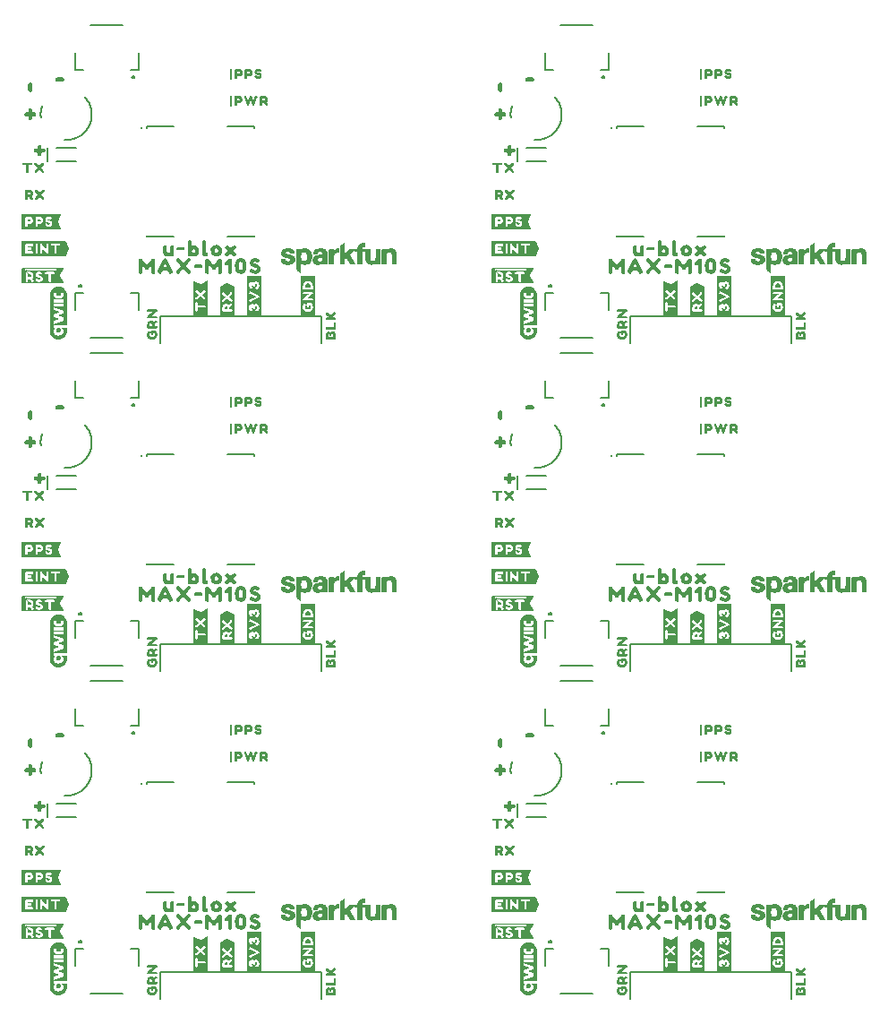
<source format=gto>
G04 EAGLE Gerber RS-274X export*
G75*
%MOMM*%
%FSLAX34Y34*%
%LPD*%
%INSilkscreen Top*%
%IPPOS*%
%AMOC8*
5,1,8,0,0,1.08239X$1,22.5*%
G01*
%ADD10C,0.203200*%
%ADD11C,0.152400*%
%ADD12C,0.282838*%
%ADD13C,0.177800*%

G36*
X500571Y622908D02*
X500571Y622908D01*
X500579Y622905D01*
X502157Y623065D01*
X502161Y623068D01*
X502169Y623067D01*
X503685Y623533D01*
X503689Y623537D01*
X503697Y623538D01*
X505093Y624289D01*
X505096Y624294D01*
X505103Y624296D01*
X506325Y625307D01*
X506327Y625313D01*
X506334Y625316D01*
X507335Y626546D01*
X507335Y626551D01*
X507341Y626556D01*
X508085Y627956D01*
X508085Y627960D01*
X508087Y627962D01*
X508087Y627964D01*
X508090Y627967D01*
X508547Y629485D01*
X508545Y629490D01*
X508549Y629497D01*
X508707Y631075D01*
X508706Y631078D01*
X508707Y631081D01*
X508707Y633578D01*
X508695Y633597D01*
X508691Y633620D01*
X508676Y633626D01*
X508671Y633635D01*
X508660Y633633D01*
X508644Y633640D01*
X508494Y633639D01*
X504112Y633639D01*
X504101Y633632D01*
X504088Y633634D01*
X504075Y633615D01*
X504055Y633602D01*
X504057Y633589D01*
X504049Y633578D01*
X504064Y633544D01*
X504065Y633535D01*
X504068Y633533D01*
X504069Y633531D01*
X504069Y633530D01*
X504308Y633308D01*
X504662Y632927D01*
X504946Y632494D01*
X505159Y632022D01*
X505285Y631520D01*
X505342Y631004D01*
X505321Y630483D01*
X505272Y629964D01*
X505135Y629462D01*
X504965Y628971D01*
X504711Y628518D01*
X504404Y628101D01*
X504057Y627714D01*
X503638Y627406D01*
X503198Y627129D01*
X502723Y626914D01*
X502228Y626754D01*
X501721Y626629D01*
X500679Y626530D01*
X499635Y626595D01*
X499126Y626710D01*
X498621Y626843D01*
X498148Y627059D01*
X497693Y627313D01*
X497273Y627619D01*
X496912Y627991D01*
X496587Y628394D01*
X496334Y628848D01*
X496146Y629332D01*
X495995Y629829D01*
X495915Y630870D01*
X495964Y631387D01*
X496080Y631893D01*
X496269Y632375D01*
X496538Y632817D01*
X496871Y633218D01*
X497166Y633533D01*
X497167Y633543D01*
X497174Y633547D01*
X497174Y633548D01*
X497177Y633550D01*
X497173Y633575D01*
X497178Y633600D01*
X497169Y633606D01*
X497167Y633617D01*
X497126Y633636D01*
X497122Y633639D01*
X497121Y633638D01*
X497120Y633639D01*
X496065Y633639D01*
X496012Y633643D01*
X496012Y636588D01*
X508652Y636588D01*
X508671Y636600D01*
X508694Y636604D01*
X508700Y636619D01*
X508709Y636624D01*
X508707Y636635D01*
X508714Y636651D01*
X508707Y637161D01*
X508707Y664659D01*
X508706Y664661D01*
X508707Y664663D01*
X508674Y665190D01*
X508674Y665191D01*
X508674Y665193D01*
X508568Y666245D01*
X508566Y666247D01*
X508567Y666251D01*
X508460Y666767D01*
X508458Y666769D01*
X508459Y666772D01*
X508145Y667783D01*
X508143Y667784D01*
X508143Y667788D01*
X507938Y668273D01*
X507936Y668275D01*
X507936Y668279D01*
X507431Y669208D01*
X507428Y669210D01*
X507428Y669214D01*
X507130Y669648D01*
X507127Y669649D01*
X507126Y669652D01*
X506453Y670468D01*
X506450Y670469D01*
X506448Y670473D01*
X506069Y670838D01*
X506067Y670839D01*
X506065Y670841D01*
X505250Y671514D01*
X505246Y671515D01*
X505243Y671519D01*
X504798Y671800D01*
X504796Y671800D01*
X504794Y671802D01*
X503865Y672307D01*
X503861Y672306D01*
X503857Y672310D01*
X503364Y672496D01*
X503362Y672495D01*
X503360Y672497D01*
X502350Y672811D01*
X502347Y672810D01*
X502342Y672813D01*
X501822Y672898D01*
X501821Y672897D01*
X501819Y672899D01*
X500766Y673005D01*
X500763Y673003D01*
X500759Y673005D01*
X500233Y672997D01*
X500231Y672995D01*
X500228Y672996D01*
X499175Y672890D01*
X499173Y672888D01*
X499169Y672889D01*
X498653Y672787D01*
X498651Y672785D01*
X498647Y672785D01*
X497637Y672472D01*
X497635Y672469D01*
X497631Y672470D01*
X497145Y672268D01*
X497143Y672266D01*
X497139Y672266D01*
X496210Y671761D01*
X496208Y671759D01*
X496204Y671758D01*
X495768Y671463D01*
X495767Y671461D01*
X495763Y671460D01*
X494948Y670787D01*
X494947Y670784D01*
X494943Y670782D01*
X494575Y670405D01*
X494574Y670403D01*
X494571Y670402D01*
X493898Y669586D01*
X493898Y669582D01*
X493894Y669580D01*
X493610Y669136D01*
X493610Y669134D01*
X493607Y669133D01*
X493103Y668203D01*
X493103Y668199D01*
X493099Y668196D01*
X492910Y667704D01*
X492910Y667702D01*
X492909Y667700D01*
X492595Y666690D01*
X492596Y666687D01*
X492593Y666682D01*
X492503Y666164D01*
X492504Y666162D01*
X492503Y666159D01*
X492397Y665107D01*
X492372Y664866D01*
X492374Y664863D01*
X492372Y664860D01*
X492372Y631544D01*
X492377Y631015D01*
X492379Y631013D01*
X492378Y631010D01*
X492537Y629431D01*
X492540Y629427D01*
X492539Y629419D01*
X493009Y627904D01*
X493014Y627900D01*
X493014Y627892D01*
X493772Y626499D01*
X493776Y626496D01*
X493778Y626489D01*
X493923Y626315D01*
X494080Y626127D01*
X494132Y626064D01*
X494237Y625939D01*
X494289Y625876D01*
X494394Y625750D01*
X494446Y625688D01*
X494551Y625562D01*
X494603Y625499D01*
X494708Y625374D01*
X494760Y625311D01*
X494794Y625271D01*
X494799Y625269D01*
X494803Y625262D01*
X496034Y624264D01*
X496040Y624264D01*
X496044Y624258D01*
X496973Y623753D01*
X496975Y623754D01*
X496975Y623752D01*
X497447Y623517D01*
X497452Y623518D01*
X497457Y623513D01*
X498467Y623200D01*
X498468Y623200D01*
X498469Y623199D01*
X498977Y623060D01*
X498982Y623061D01*
X498988Y623058D01*
X500566Y622905D01*
X500571Y622908D01*
G37*
G36*
X56071Y622908D02*
X56071Y622908D01*
X56079Y622905D01*
X57657Y623065D01*
X57661Y623068D01*
X57669Y623067D01*
X59185Y623533D01*
X59189Y623537D01*
X59197Y623538D01*
X60593Y624289D01*
X60596Y624294D01*
X60603Y624296D01*
X61825Y625307D01*
X61827Y625313D01*
X61834Y625316D01*
X62835Y626546D01*
X62835Y626551D01*
X62841Y626556D01*
X63585Y627956D01*
X63585Y627960D01*
X63587Y627962D01*
X63587Y627964D01*
X63590Y627967D01*
X64047Y629485D01*
X64045Y629490D01*
X64049Y629497D01*
X64207Y631075D01*
X64206Y631078D01*
X64207Y631081D01*
X64207Y633578D01*
X64195Y633597D01*
X64191Y633620D01*
X64176Y633626D01*
X64171Y633635D01*
X64160Y633633D01*
X64144Y633640D01*
X63994Y633639D01*
X59612Y633639D01*
X59601Y633632D01*
X59588Y633634D01*
X59575Y633615D01*
X59555Y633602D01*
X59557Y633589D01*
X59549Y633578D01*
X59564Y633544D01*
X59565Y633535D01*
X59568Y633533D01*
X59569Y633531D01*
X59569Y633530D01*
X59808Y633308D01*
X60162Y632927D01*
X60446Y632494D01*
X60659Y632022D01*
X60785Y631520D01*
X60842Y631004D01*
X60821Y630483D01*
X60772Y629964D01*
X60635Y629462D01*
X60465Y628971D01*
X60211Y628518D01*
X59904Y628101D01*
X59557Y627714D01*
X59138Y627406D01*
X58698Y627129D01*
X58223Y626914D01*
X57728Y626754D01*
X57221Y626629D01*
X56179Y626530D01*
X55135Y626595D01*
X54626Y626710D01*
X54121Y626843D01*
X53648Y627059D01*
X53193Y627313D01*
X52773Y627619D01*
X52412Y627991D01*
X52087Y628394D01*
X51834Y628848D01*
X51646Y629332D01*
X51495Y629829D01*
X51415Y630870D01*
X51464Y631387D01*
X51580Y631893D01*
X51769Y632375D01*
X52038Y632817D01*
X52371Y633218D01*
X52666Y633533D01*
X52667Y633543D01*
X52674Y633547D01*
X52674Y633548D01*
X52677Y633550D01*
X52673Y633575D01*
X52678Y633600D01*
X52669Y633606D01*
X52667Y633617D01*
X52626Y633636D01*
X52622Y633639D01*
X52621Y633638D01*
X52620Y633639D01*
X51565Y633639D01*
X51512Y633643D01*
X51512Y636588D01*
X64152Y636588D01*
X64171Y636600D01*
X64194Y636604D01*
X64200Y636619D01*
X64209Y636624D01*
X64207Y636635D01*
X64214Y636651D01*
X64207Y637161D01*
X64207Y664659D01*
X64206Y664661D01*
X64207Y664663D01*
X64174Y665190D01*
X64174Y665191D01*
X64174Y665193D01*
X64068Y666245D01*
X64066Y666247D01*
X64067Y666251D01*
X63960Y666767D01*
X63958Y666769D01*
X63959Y666772D01*
X63645Y667783D01*
X63643Y667784D01*
X63643Y667788D01*
X63438Y668273D01*
X63436Y668275D01*
X63436Y668279D01*
X62931Y669208D01*
X62928Y669210D01*
X62928Y669214D01*
X62630Y669648D01*
X62627Y669649D01*
X62626Y669652D01*
X61953Y670468D01*
X61950Y670469D01*
X61948Y670473D01*
X61569Y670838D01*
X61567Y670839D01*
X61565Y670841D01*
X60750Y671514D01*
X60746Y671515D01*
X60743Y671519D01*
X60298Y671800D01*
X60296Y671800D01*
X60294Y671802D01*
X59365Y672307D01*
X59361Y672306D01*
X59357Y672310D01*
X58864Y672496D01*
X58862Y672495D01*
X58860Y672497D01*
X57850Y672811D01*
X57847Y672810D01*
X57842Y672813D01*
X57322Y672898D01*
X57321Y672897D01*
X57319Y672899D01*
X56266Y673005D01*
X56263Y673003D01*
X56259Y673005D01*
X55733Y672997D01*
X55731Y672995D01*
X55728Y672996D01*
X54675Y672890D01*
X54673Y672888D01*
X54669Y672889D01*
X54153Y672787D01*
X54151Y672785D01*
X54147Y672785D01*
X53137Y672472D01*
X53135Y672469D01*
X53131Y672470D01*
X52645Y672268D01*
X52643Y672266D01*
X52639Y672266D01*
X51710Y671761D01*
X51708Y671759D01*
X51704Y671758D01*
X51268Y671463D01*
X51267Y671461D01*
X51263Y671460D01*
X50448Y670787D01*
X50447Y670784D01*
X50443Y670782D01*
X50075Y670405D01*
X50074Y670403D01*
X50071Y670402D01*
X49398Y669586D01*
X49398Y669582D01*
X49394Y669580D01*
X49110Y669136D01*
X49110Y669134D01*
X49107Y669133D01*
X48603Y668203D01*
X48603Y668199D01*
X48599Y668196D01*
X48410Y667704D01*
X48410Y667702D01*
X48409Y667700D01*
X48095Y666690D01*
X48096Y666687D01*
X48093Y666682D01*
X48003Y666164D01*
X48004Y666162D01*
X48003Y666159D01*
X47897Y665107D01*
X47872Y664866D01*
X47874Y664863D01*
X47872Y664860D01*
X47872Y631544D01*
X47877Y631015D01*
X47879Y631013D01*
X47878Y631010D01*
X48037Y629431D01*
X48040Y629427D01*
X48039Y629419D01*
X48509Y627904D01*
X48514Y627900D01*
X48514Y627892D01*
X49272Y626499D01*
X49276Y626496D01*
X49278Y626489D01*
X49423Y626315D01*
X49580Y626127D01*
X49632Y626064D01*
X49737Y625939D01*
X49789Y625876D01*
X49894Y625750D01*
X49946Y625688D01*
X50051Y625562D01*
X50103Y625499D01*
X50208Y625374D01*
X50260Y625311D01*
X50294Y625271D01*
X50299Y625269D01*
X50303Y625262D01*
X51534Y624264D01*
X51540Y624264D01*
X51544Y624258D01*
X52473Y623753D01*
X52475Y623754D01*
X52475Y623752D01*
X52947Y623517D01*
X52952Y623518D01*
X52957Y623513D01*
X53967Y623200D01*
X53968Y623200D01*
X53969Y623199D01*
X54477Y623060D01*
X54482Y623061D01*
X54488Y623058D01*
X56066Y622905D01*
X56071Y622908D01*
G37*
G36*
X56071Y313028D02*
X56071Y313028D01*
X56079Y313025D01*
X57657Y313185D01*
X57661Y313188D01*
X57669Y313187D01*
X59185Y313653D01*
X59189Y313657D01*
X59197Y313658D01*
X60593Y314409D01*
X60596Y314414D01*
X60603Y314416D01*
X61825Y315427D01*
X61827Y315433D01*
X61834Y315436D01*
X62835Y316666D01*
X62835Y316671D01*
X62841Y316676D01*
X63585Y318076D01*
X63585Y318080D01*
X63587Y318082D01*
X63587Y318084D01*
X63590Y318087D01*
X64047Y319605D01*
X64045Y319610D01*
X64049Y319617D01*
X64207Y321195D01*
X64206Y321198D01*
X64207Y321201D01*
X64207Y323698D01*
X64195Y323717D01*
X64191Y323740D01*
X64176Y323746D01*
X64171Y323755D01*
X64160Y323753D01*
X64144Y323760D01*
X63994Y323759D01*
X59612Y323759D01*
X59601Y323752D01*
X59588Y323754D01*
X59575Y323735D01*
X59555Y323722D01*
X59557Y323709D01*
X59549Y323698D01*
X59564Y323664D01*
X59565Y323655D01*
X59568Y323653D01*
X59569Y323651D01*
X59569Y323650D01*
X59808Y323428D01*
X60162Y323047D01*
X60446Y322614D01*
X60659Y322142D01*
X60785Y321640D01*
X60842Y321124D01*
X60821Y320603D01*
X60772Y320084D01*
X60635Y319582D01*
X60465Y319091D01*
X60211Y318638D01*
X59904Y318221D01*
X59557Y317834D01*
X59138Y317526D01*
X58698Y317249D01*
X58223Y317034D01*
X57728Y316874D01*
X57221Y316749D01*
X56179Y316650D01*
X55135Y316715D01*
X54626Y316830D01*
X54121Y316963D01*
X53648Y317179D01*
X53193Y317433D01*
X52773Y317739D01*
X52412Y318111D01*
X52087Y318514D01*
X51834Y318968D01*
X51646Y319452D01*
X51495Y319949D01*
X51415Y320990D01*
X51464Y321507D01*
X51580Y322013D01*
X51769Y322495D01*
X52038Y322937D01*
X52371Y323338D01*
X52666Y323653D01*
X52667Y323663D01*
X52674Y323667D01*
X52674Y323668D01*
X52677Y323670D01*
X52673Y323695D01*
X52678Y323720D01*
X52669Y323726D01*
X52667Y323737D01*
X52626Y323756D01*
X52622Y323759D01*
X52621Y323758D01*
X52620Y323759D01*
X51565Y323759D01*
X51512Y323763D01*
X51512Y326708D01*
X64152Y326708D01*
X64171Y326720D01*
X64194Y326724D01*
X64200Y326739D01*
X64209Y326744D01*
X64207Y326755D01*
X64214Y326771D01*
X64207Y327281D01*
X64207Y354779D01*
X64206Y354781D01*
X64207Y354783D01*
X64174Y355310D01*
X64174Y355311D01*
X64174Y355313D01*
X64068Y356365D01*
X64066Y356367D01*
X64067Y356371D01*
X63960Y356887D01*
X63958Y356889D01*
X63959Y356892D01*
X63645Y357903D01*
X63643Y357904D01*
X63643Y357908D01*
X63438Y358393D01*
X63436Y358395D01*
X63436Y358399D01*
X62931Y359328D01*
X62928Y359330D01*
X62928Y359334D01*
X62630Y359768D01*
X62627Y359769D01*
X62626Y359772D01*
X61953Y360588D01*
X61950Y360589D01*
X61948Y360593D01*
X61569Y360958D01*
X61567Y360959D01*
X61565Y360961D01*
X60750Y361634D01*
X60746Y361635D01*
X60743Y361639D01*
X60298Y361920D01*
X60296Y361920D01*
X60294Y361922D01*
X59365Y362427D01*
X59361Y362426D01*
X59357Y362430D01*
X58864Y362616D01*
X58862Y362615D01*
X58860Y362617D01*
X57850Y362931D01*
X57847Y362930D01*
X57842Y362933D01*
X57322Y363018D01*
X57321Y363017D01*
X57319Y363019D01*
X56266Y363125D01*
X56263Y363123D01*
X56259Y363125D01*
X55733Y363117D01*
X55731Y363115D01*
X55728Y363116D01*
X54675Y363010D01*
X54673Y363008D01*
X54669Y363009D01*
X54153Y362907D01*
X54151Y362905D01*
X54147Y362905D01*
X53137Y362592D01*
X53135Y362589D01*
X53131Y362590D01*
X52645Y362388D01*
X52643Y362386D01*
X52639Y362386D01*
X51710Y361881D01*
X51708Y361879D01*
X51704Y361878D01*
X51268Y361583D01*
X51267Y361581D01*
X51263Y361580D01*
X50448Y360907D01*
X50447Y360904D01*
X50443Y360902D01*
X50075Y360525D01*
X50074Y360523D01*
X50071Y360522D01*
X49398Y359706D01*
X49398Y359702D01*
X49394Y359700D01*
X49110Y359256D01*
X49110Y359254D01*
X49107Y359253D01*
X48603Y358323D01*
X48603Y358319D01*
X48599Y358316D01*
X48410Y357824D01*
X48410Y357822D01*
X48409Y357820D01*
X48095Y356810D01*
X48096Y356807D01*
X48093Y356802D01*
X48003Y356284D01*
X48004Y356282D01*
X48003Y356279D01*
X47897Y355227D01*
X47872Y354986D01*
X47874Y354983D01*
X47872Y354980D01*
X47872Y321664D01*
X47877Y321135D01*
X47879Y321133D01*
X47878Y321130D01*
X48037Y319551D01*
X48040Y319547D01*
X48039Y319539D01*
X48509Y318024D01*
X48514Y318020D01*
X48514Y318012D01*
X49272Y316619D01*
X49276Y316616D01*
X49278Y316609D01*
X49423Y316435D01*
X49580Y316247D01*
X49632Y316184D01*
X49737Y316059D01*
X49789Y315996D01*
X49894Y315870D01*
X49946Y315808D01*
X50051Y315682D01*
X50103Y315619D01*
X50208Y315494D01*
X50260Y315431D01*
X50294Y315391D01*
X50299Y315389D01*
X50303Y315382D01*
X51534Y314384D01*
X51540Y314384D01*
X51544Y314378D01*
X52473Y313873D01*
X52475Y313874D01*
X52475Y313872D01*
X52947Y313637D01*
X52952Y313638D01*
X52957Y313633D01*
X53967Y313320D01*
X53968Y313320D01*
X53969Y313319D01*
X54477Y313180D01*
X54482Y313181D01*
X54488Y313178D01*
X56066Y313025D01*
X56071Y313028D01*
G37*
G36*
X500571Y3148D02*
X500571Y3148D01*
X500579Y3145D01*
X502157Y3305D01*
X502161Y3308D01*
X502169Y3307D01*
X503685Y3773D01*
X503689Y3777D01*
X503697Y3778D01*
X505093Y4529D01*
X505096Y4534D01*
X505103Y4536D01*
X506325Y5547D01*
X506327Y5553D01*
X506334Y5556D01*
X507335Y6786D01*
X507335Y6791D01*
X507341Y6796D01*
X508085Y8196D01*
X508085Y8200D01*
X508087Y8202D01*
X508087Y8204D01*
X508090Y8207D01*
X508547Y9725D01*
X508545Y9730D01*
X508549Y9737D01*
X508707Y11315D01*
X508706Y11318D01*
X508707Y11321D01*
X508707Y13818D01*
X508695Y13837D01*
X508691Y13860D01*
X508676Y13866D01*
X508671Y13875D01*
X508660Y13873D01*
X508644Y13880D01*
X508494Y13879D01*
X504112Y13879D01*
X504101Y13872D01*
X504088Y13874D01*
X504075Y13855D01*
X504055Y13842D01*
X504057Y13829D01*
X504049Y13818D01*
X504064Y13784D01*
X504065Y13775D01*
X504068Y13773D01*
X504069Y13771D01*
X504069Y13770D01*
X504308Y13548D01*
X504662Y13167D01*
X504946Y12734D01*
X505159Y12262D01*
X505285Y11760D01*
X505342Y11244D01*
X505321Y10723D01*
X505272Y10204D01*
X505135Y9702D01*
X504965Y9211D01*
X504711Y8758D01*
X504404Y8341D01*
X504057Y7954D01*
X503638Y7646D01*
X503198Y7369D01*
X502723Y7154D01*
X502228Y6994D01*
X501721Y6869D01*
X500679Y6770D01*
X499635Y6835D01*
X499126Y6950D01*
X498621Y7083D01*
X498148Y7299D01*
X497693Y7553D01*
X497273Y7859D01*
X496912Y8231D01*
X496587Y8634D01*
X496334Y9088D01*
X496146Y9572D01*
X495995Y10069D01*
X495915Y11110D01*
X495964Y11627D01*
X496080Y12133D01*
X496269Y12615D01*
X496538Y13057D01*
X496871Y13458D01*
X497166Y13773D01*
X497167Y13783D01*
X497174Y13787D01*
X497174Y13788D01*
X497177Y13790D01*
X497173Y13815D01*
X497178Y13840D01*
X497169Y13846D01*
X497167Y13857D01*
X497126Y13876D01*
X497122Y13879D01*
X497121Y13878D01*
X497120Y13879D01*
X496065Y13879D01*
X496012Y13883D01*
X496012Y16828D01*
X508652Y16828D01*
X508671Y16840D01*
X508694Y16844D01*
X508700Y16859D01*
X508709Y16864D01*
X508707Y16875D01*
X508714Y16891D01*
X508707Y17401D01*
X508707Y44899D01*
X508706Y44901D01*
X508707Y44903D01*
X508674Y45430D01*
X508674Y45431D01*
X508674Y45433D01*
X508568Y46485D01*
X508566Y46487D01*
X508567Y46491D01*
X508460Y47007D01*
X508458Y47009D01*
X508459Y47012D01*
X508145Y48023D01*
X508143Y48024D01*
X508143Y48028D01*
X507938Y48513D01*
X507936Y48515D01*
X507936Y48519D01*
X507431Y49448D01*
X507428Y49450D01*
X507428Y49454D01*
X507130Y49888D01*
X507127Y49889D01*
X507126Y49892D01*
X506453Y50708D01*
X506450Y50709D01*
X506448Y50713D01*
X506069Y51078D01*
X506067Y51079D01*
X506065Y51081D01*
X505250Y51754D01*
X505246Y51755D01*
X505243Y51759D01*
X504798Y52040D01*
X504796Y52040D01*
X504794Y52042D01*
X503865Y52547D01*
X503861Y52546D01*
X503857Y52550D01*
X503364Y52736D01*
X503362Y52735D01*
X503360Y52737D01*
X502350Y53051D01*
X502347Y53050D01*
X502342Y53053D01*
X501822Y53138D01*
X501821Y53137D01*
X501819Y53139D01*
X500766Y53245D01*
X500763Y53243D01*
X500759Y53245D01*
X500233Y53237D01*
X500231Y53235D01*
X500228Y53236D01*
X499175Y53130D01*
X499173Y53128D01*
X499169Y53129D01*
X498653Y53027D01*
X498651Y53025D01*
X498647Y53025D01*
X497637Y52712D01*
X497635Y52709D01*
X497631Y52710D01*
X497145Y52508D01*
X497143Y52506D01*
X497139Y52506D01*
X496210Y52001D01*
X496208Y51999D01*
X496204Y51998D01*
X495768Y51703D01*
X495767Y51701D01*
X495763Y51700D01*
X494948Y51027D01*
X494947Y51024D01*
X494943Y51022D01*
X494575Y50645D01*
X494574Y50643D01*
X494571Y50642D01*
X493898Y49826D01*
X493898Y49822D01*
X493894Y49820D01*
X493610Y49376D01*
X493610Y49374D01*
X493607Y49373D01*
X493103Y48443D01*
X493103Y48439D01*
X493099Y48436D01*
X492910Y47944D01*
X492910Y47942D01*
X492909Y47940D01*
X492595Y46930D01*
X492596Y46927D01*
X492593Y46922D01*
X492503Y46404D01*
X492504Y46402D01*
X492503Y46399D01*
X492397Y45347D01*
X492372Y45106D01*
X492374Y45103D01*
X492372Y45100D01*
X492372Y11784D01*
X492377Y11255D01*
X492379Y11253D01*
X492378Y11250D01*
X492537Y9671D01*
X492540Y9667D01*
X492539Y9659D01*
X493009Y8144D01*
X493014Y8140D01*
X493014Y8132D01*
X493772Y6739D01*
X493776Y6736D01*
X493778Y6729D01*
X493923Y6555D01*
X494080Y6367D01*
X494132Y6304D01*
X494237Y6179D01*
X494289Y6116D01*
X494394Y5990D01*
X494446Y5928D01*
X494551Y5802D01*
X494603Y5739D01*
X494708Y5614D01*
X494760Y5551D01*
X494794Y5511D01*
X494799Y5509D01*
X494803Y5502D01*
X496034Y4504D01*
X496040Y4504D01*
X496044Y4498D01*
X496973Y3993D01*
X496975Y3994D01*
X496975Y3992D01*
X497447Y3757D01*
X497452Y3758D01*
X497457Y3753D01*
X498467Y3440D01*
X498468Y3440D01*
X498469Y3439D01*
X498977Y3300D01*
X498982Y3301D01*
X498988Y3298D01*
X500566Y3145D01*
X500571Y3148D01*
G37*
G36*
X56071Y3148D02*
X56071Y3148D01*
X56079Y3145D01*
X57657Y3305D01*
X57661Y3308D01*
X57669Y3307D01*
X59185Y3773D01*
X59189Y3777D01*
X59197Y3778D01*
X60593Y4529D01*
X60596Y4534D01*
X60603Y4536D01*
X61825Y5547D01*
X61827Y5553D01*
X61834Y5556D01*
X62835Y6786D01*
X62835Y6791D01*
X62841Y6796D01*
X63585Y8196D01*
X63585Y8200D01*
X63587Y8202D01*
X63587Y8204D01*
X63590Y8207D01*
X64047Y9725D01*
X64045Y9730D01*
X64049Y9737D01*
X64207Y11315D01*
X64206Y11318D01*
X64207Y11321D01*
X64207Y13818D01*
X64195Y13837D01*
X64191Y13860D01*
X64176Y13866D01*
X64171Y13875D01*
X64160Y13873D01*
X64144Y13880D01*
X63994Y13879D01*
X59612Y13879D01*
X59601Y13872D01*
X59588Y13874D01*
X59575Y13855D01*
X59555Y13842D01*
X59557Y13829D01*
X59549Y13818D01*
X59564Y13784D01*
X59565Y13775D01*
X59568Y13773D01*
X59569Y13771D01*
X59569Y13770D01*
X59808Y13548D01*
X60162Y13167D01*
X60446Y12734D01*
X60659Y12262D01*
X60785Y11760D01*
X60842Y11244D01*
X60821Y10723D01*
X60772Y10204D01*
X60635Y9702D01*
X60465Y9211D01*
X60211Y8758D01*
X59904Y8341D01*
X59557Y7954D01*
X59138Y7646D01*
X58698Y7369D01*
X58223Y7154D01*
X57728Y6994D01*
X57221Y6869D01*
X56179Y6770D01*
X55135Y6835D01*
X54626Y6950D01*
X54121Y7083D01*
X53648Y7299D01*
X53193Y7553D01*
X52773Y7859D01*
X52412Y8231D01*
X52087Y8634D01*
X51834Y9088D01*
X51646Y9572D01*
X51495Y10069D01*
X51415Y11110D01*
X51464Y11627D01*
X51580Y12133D01*
X51769Y12615D01*
X52038Y13057D01*
X52371Y13458D01*
X52666Y13773D01*
X52667Y13783D01*
X52674Y13787D01*
X52674Y13788D01*
X52677Y13790D01*
X52673Y13815D01*
X52678Y13840D01*
X52669Y13846D01*
X52667Y13857D01*
X52626Y13876D01*
X52622Y13879D01*
X52621Y13878D01*
X52620Y13879D01*
X51565Y13879D01*
X51512Y13883D01*
X51512Y16828D01*
X64152Y16828D01*
X64171Y16840D01*
X64194Y16844D01*
X64200Y16859D01*
X64209Y16864D01*
X64207Y16875D01*
X64214Y16891D01*
X64207Y17401D01*
X64207Y44899D01*
X64206Y44901D01*
X64207Y44903D01*
X64174Y45430D01*
X64174Y45431D01*
X64174Y45433D01*
X64068Y46485D01*
X64066Y46487D01*
X64067Y46491D01*
X63960Y47007D01*
X63958Y47009D01*
X63959Y47012D01*
X63645Y48023D01*
X63643Y48024D01*
X63643Y48028D01*
X63438Y48513D01*
X63436Y48515D01*
X63436Y48519D01*
X62931Y49448D01*
X62928Y49450D01*
X62928Y49454D01*
X62630Y49888D01*
X62627Y49889D01*
X62626Y49892D01*
X61953Y50708D01*
X61950Y50709D01*
X61948Y50713D01*
X61569Y51078D01*
X61567Y51079D01*
X61565Y51081D01*
X60750Y51754D01*
X60746Y51755D01*
X60743Y51759D01*
X60298Y52040D01*
X60296Y52040D01*
X60294Y52042D01*
X59365Y52547D01*
X59361Y52546D01*
X59357Y52550D01*
X58864Y52736D01*
X58862Y52735D01*
X58860Y52737D01*
X57850Y53051D01*
X57847Y53050D01*
X57842Y53053D01*
X57322Y53138D01*
X57321Y53137D01*
X57319Y53139D01*
X56266Y53245D01*
X56263Y53243D01*
X56259Y53245D01*
X55733Y53237D01*
X55731Y53235D01*
X55728Y53236D01*
X54675Y53130D01*
X54673Y53128D01*
X54669Y53129D01*
X54153Y53027D01*
X54151Y53025D01*
X54147Y53025D01*
X53137Y52712D01*
X53135Y52709D01*
X53131Y52710D01*
X52645Y52508D01*
X52643Y52506D01*
X52639Y52506D01*
X51710Y52001D01*
X51708Y51999D01*
X51704Y51998D01*
X51268Y51703D01*
X51267Y51701D01*
X51263Y51700D01*
X50448Y51027D01*
X50447Y51024D01*
X50443Y51022D01*
X50075Y50645D01*
X50074Y50643D01*
X50071Y50642D01*
X49398Y49826D01*
X49398Y49822D01*
X49394Y49820D01*
X49110Y49376D01*
X49110Y49374D01*
X49107Y49373D01*
X48603Y48443D01*
X48603Y48439D01*
X48599Y48436D01*
X48410Y47944D01*
X48410Y47942D01*
X48409Y47940D01*
X48095Y46930D01*
X48096Y46927D01*
X48093Y46922D01*
X48003Y46404D01*
X48004Y46402D01*
X48003Y46399D01*
X47897Y45347D01*
X47872Y45106D01*
X47874Y45103D01*
X47872Y45100D01*
X47872Y11784D01*
X47877Y11255D01*
X47879Y11253D01*
X47878Y11250D01*
X48037Y9671D01*
X48040Y9667D01*
X48039Y9659D01*
X48509Y8144D01*
X48514Y8140D01*
X48514Y8132D01*
X49272Y6739D01*
X49276Y6736D01*
X49278Y6729D01*
X49423Y6555D01*
X49580Y6367D01*
X49632Y6304D01*
X49737Y6179D01*
X49789Y6116D01*
X49894Y5990D01*
X49946Y5928D01*
X50051Y5802D01*
X50103Y5739D01*
X50208Y5614D01*
X50260Y5551D01*
X50294Y5511D01*
X50299Y5509D01*
X50303Y5502D01*
X51534Y4504D01*
X51540Y4504D01*
X51544Y4498D01*
X52473Y3993D01*
X52475Y3994D01*
X52475Y3992D01*
X52947Y3757D01*
X52952Y3758D01*
X52957Y3753D01*
X53967Y3440D01*
X53968Y3440D01*
X53969Y3439D01*
X54477Y3300D01*
X54482Y3301D01*
X54488Y3298D01*
X56066Y3145D01*
X56071Y3148D01*
G37*
G36*
X500571Y313028D02*
X500571Y313028D01*
X500579Y313025D01*
X502157Y313185D01*
X502161Y313188D01*
X502169Y313187D01*
X503685Y313653D01*
X503689Y313657D01*
X503697Y313658D01*
X505093Y314409D01*
X505096Y314414D01*
X505103Y314416D01*
X506325Y315427D01*
X506327Y315433D01*
X506334Y315436D01*
X507335Y316666D01*
X507335Y316671D01*
X507341Y316676D01*
X508085Y318076D01*
X508085Y318080D01*
X508087Y318082D01*
X508087Y318084D01*
X508090Y318087D01*
X508547Y319605D01*
X508545Y319610D01*
X508549Y319617D01*
X508707Y321195D01*
X508706Y321198D01*
X508707Y321201D01*
X508707Y323698D01*
X508695Y323717D01*
X508691Y323740D01*
X508676Y323746D01*
X508671Y323755D01*
X508660Y323753D01*
X508644Y323760D01*
X508494Y323759D01*
X504112Y323759D01*
X504101Y323752D01*
X504088Y323754D01*
X504075Y323735D01*
X504055Y323722D01*
X504057Y323709D01*
X504049Y323698D01*
X504064Y323664D01*
X504065Y323655D01*
X504068Y323653D01*
X504069Y323651D01*
X504069Y323650D01*
X504308Y323428D01*
X504662Y323047D01*
X504946Y322614D01*
X505159Y322142D01*
X505285Y321640D01*
X505342Y321124D01*
X505321Y320603D01*
X505272Y320084D01*
X505135Y319582D01*
X504965Y319091D01*
X504711Y318638D01*
X504404Y318221D01*
X504057Y317834D01*
X503638Y317526D01*
X503198Y317249D01*
X502723Y317034D01*
X502228Y316874D01*
X501721Y316749D01*
X500679Y316650D01*
X499635Y316715D01*
X499126Y316830D01*
X498621Y316963D01*
X498148Y317179D01*
X497693Y317433D01*
X497273Y317739D01*
X496912Y318111D01*
X496587Y318514D01*
X496334Y318968D01*
X496146Y319452D01*
X495995Y319949D01*
X495915Y320990D01*
X495964Y321507D01*
X496080Y322013D01*
X496269Y322495D01*
X496538Y322937D01*
X496871Y323338D01*
X497166Y323653D01*
X497167Y323663D01*
X497174Y323667D01*
X497174Y323668D01*
X497177Y323670D01*
X497173Y323695D01*
X497178Y323720D01*
X497169Y323726D01*
X497167Y323737D01*
X497126Y323756D01*
X497122Y323759D01*
X497121Y323758D01*
X497120Y323759D01*
X496065Y323759D01*
X496012Y323763D01*
X496012Y326708D01*
X508652Y326708D01*
X508671Y326720D01*
X508694Y326724D01*
X508700Y326739D01*
X508709Y326744D01*
X508707Y326755D01*
X508714Y326771D01*
X508707Y327281D01*
X508707Y354779D01*
X508706Y354781D01*
X508707Y354783D01*
X508674Y355310D01*
X508674Y355311D01*
X508674Y355313D01*
X508568Y356365D01*
X508566Y356367D01*
X508567Y356371D01*
X508460Y356887D01*
X508458Y356889D01*
X508459Y356892D01*
X508145Y357903D01*
X508143Y357904D01*
X508143Y357908D01*
X507938Y358393D01*
X507936Y358395D01*
X507936Y358399D01*
X507431Y359328D01*
X507428Y359330D01*
X507428Y359334D01*
X507130Y359768D01*
X507127Y359769D01*
X507126Y359772D01*
X506453Y360588D01*
X506450Y360589D01*
X506448Y360593D01*
X506069Y360958D01*
X506067Y360959D01*
X506065Y360961D01*
X505250Y361634D01*
X505246Y361635D01*
X505243Y361639D01*
X504798Y361920D01*
X504796Y361920D01*
X504794Y361922D01*
X503865Y362427D01*
X503861Y362426D01*
X503857Y362430D01*
X503364Y362616D01*
X503362Y362615D01*
X503360Y362617D01*
X502350Y362931D01*
X502347Y362930D01*
X502342Y362933D01*
X501822Y363018D01*
X501821Y363017D01*
X501819Y363019D01*
X500766Y363125D01*
X500763Y363123D01*
X500759Y363125D01*
X500233Y363117D01*
X500231Y363115D01*
X500228Y363116D01*
X499175Y363010D01*
X499173Y363008D01*
X499169Y363009D01*
X498653Y362907D01*
X498651Y362905D01*
X498647Y362905D01*
X497637Y362592D01*
X497635Y362589D01*
X497631Y362590D01*
X497145Y362388D01*
X497143Y362386D01*
X497139Y362386D01*
X496210Y361881D01*
X496208Y361879D01*
X496204Y361878D01*
X495768Y361583D01*
X495767Y361581D01*
X495763Y361580D01*
X494948Y360907D01*
X494947Y360904D01*
X494943Y360902D01*
X494575Y360525D01*
X494574Y360523D01*
X494571Y360522D01*
X493898Y359706D01*
X493898Y359702D01*
X493894Y359700D01*
X493610Y359256D01*
X493610Y359254D01*
X493607Y359253D01*
X493103Y358323D01*
X493103Y358319D01*
X493099Y358316D01*
X492910Y357824D01*
X492910Y357822D01*
X492909Y357820D01*
X492595Y356810D01*
X492596Y356807D01*
X492593Y356802D01*
X492503Y356284D01*
X492504Y356282D01*
X492503Y356279D01*
X492397Y355227D01*
X492372Y354986D01*
X492374Y354983D01*
X492372Y354980D01*
X492372Y321664D01*
X492377Y321135D01*
X492379Y321133D01*
X492378Y321130D01*
X492537Y319551D01*
X492540Y319547D01*
X492539Y319539D01*
X493009Y318024D01*
X493014Y318020D01*
X493014Y318012D01*
X493772Y316619D01*
X493776Y316616D01*
X493778Y316609D01*
X493923Y316435D01*
X494080Y316247D01*
X494132Y316184D01*
X494237Y316059D01*
X494289Y315996D01*
X494394Y315870D01*
X494446Y315808D01*
X494551Y315682D01*
X494603Y315619D01*
X494708Y315494D01*
X494760Y315431D01*
X494794Y315391D01*
X494799Y315389D01*
X494803Y315382D01*
X496034Y314384D01*
X496040Y314384D01*
X496044Y314378D01*
X496973Y313873D01*
X496975Y313874D01*
X496975Y313872D01*
X497447Y313637D01*
X497452Y313638D01*
X497457Y313633D01*
X498467Y313320D01*
X498468Y313320D01*
X498469Y313319D01*
X498977Y313180D01*
X498982Y313181D01*
X498988Y313178D01*
X500566Y313025D01*
X500571Y313028D01*
G37*
G36*
X507128Y82065D02*
X507128Y82065D01*
X507141Y82062D01*
X507641Y82462D01*
X507644Y82476D01*
X507654Y82478D01*
X510654Y88478D01*
X510653Y88485D01*
X510658Y88489D01*
X510657Y88491D01*
X510659Y88492D01*
X510759Y89092D01*
X510749Y89111D01*
X510754Y89122D01*
X507754Y95222D01*
X507747Y95225D01*
X507748Y95231D01*
X507348Y95731D01*
X507319Y95738D01*
X507316Y95742D01*
X507315Y95742D01*
X507310Y95749D01*
X468810Y95749D01*
X468806Y95746D01*
X468802Y95749D01*
X468797Y95739D01*
X468763Y95713D01*
X468767Y95707D01*
X468766Y95706D01*
X468774Y95695D01*
X468771Y95690D01*
X468754Y95723D01*
X468717Y95740D01*
X468710Y95749D01*
X465510Y95749D01*
X465463Y95713D01*
X465464Y95711D01*
X465462Y95710D01*
X465362Y95210D01*
X465365Y95203D01*
X465361Y95200D01*
X465361Y82300D01*
X465390Y82262D01*
X465392Y82254D01*
X465892Y82054D01*
X465905Y82058D01*
X465910Y82051D01*
X507110Y82051D01*
X507128Y82065D01*
G37*
G36*
X62628Y701825D02*
X62628Y701825D01*
X62641Y701822D01*
X63141Y702222D01*
X63144Y702236D01*
X63154Y702238D01*
X66154Y708238D01*
X66153Y708245D01*
X66158Y708249D01*
X66157Y708251D01*
X66159Y708252D01*
X66259Y708852D01*
X66249Y708871D01*
X66254Y708882D01*
X63254Y714982D01*
X63247Y714985D01*
X63248Y714991D01*
X62848Y715491D01*
X62819Y715498D01*
X62816Y715502D01*
X62815Y715502D01*
X62810Y715509D01*
X24310Y715509D01*
X24306Y715506D01*
X24302Y715509D01*
X24297Y715499D01*
X24263Y715473D01*
X24267Y715467D01*
X24266Y715466D01*
X24274Y715455D01*
X24271Y715450D01*
X24254Y715483D01*
X24217Y715500D01*
X24210Y715509D01*
X21010Y715509D01*
X20963Y715473D01*
X20964Y715471D01*
X20962Y715470D01*
X20862Y714970D01*
X20865Y714963D01*
X20861Y714960D01*
X20861Y702060D01*
X20890Y702022D01*
X20892Y702014D01*
X21392Y701814D01*
X21405Y701818D01*
X21410Y701811D01*
X62610Y701811D01*
X62628Y701825D01*
G37*
G36*
X62628Y82065D02*
X62628Y82065D01*
X62641Y82062D01*
X63141Y82462D01*
X63144Y82476D01*
X63154Y82478D01*
X66154Y88478D01*
X66153Y88485D01*
X66158Y88489D01*
X66157Y88491D01*
X66159Y88492D01*
X66259Y89092D01*
X66249Y89111D01*
X66254Y89122D01*
X63254Y95222D01*
X63247Y95225D01*
X63248Y95231D01*
X62848Y95731D01*
X62819Y95738D01*
X62816Y95742D01*
X62815Y95742D01*
X62810Y95749D01*
X24310Y95749D01*
X24306Y95746D01*
X24302Y95749D01*
X24297Y95739D01*
X24263Y95713D01*
X24267Y95707D01*
X24266Y95706D01*
X24274Y95695D01*
X24271Y95690D01*
X24254Y95723D01*
X24217Y95740D01*
X24210Y95749D01*
X21010Y95749D01*
X20963Y95713D01*
X20964Y95711D01*
X20962Y95710D01*
X20862Y95210D01*
X20865Y95203D01*
X20861Y95200D01*
X20861Y82300D01*
X20890Y82262D01*
X20892Y82254D01*
X21392Y82054D01*
X21405Y82058D01*
X21410Y82051D01*
X62610Y82051D01*
X62628Y82065D01*
G37*
G36*
X507128Y701825D02*
X507128Y701825D01*
X507141Y701822D01*
X507641Y702222D01*
X507644Y702236D01*
X507654Y702238D01*
X510654Y708238D01*
X510653Y708245D01*
X510658Y708249D01*
X510657Y708251D01*
X510659Y708252D01*
X510759Y708852D01*
X510749Y708871D01*
X510754Y708882D01*
X507754Y714982D01*
X507747Y714985D01*
X507748Y714991D01*
X507348Y715491D01*
X507319Y715498D01*
X507316Y715502D01*
X507315Y715502D01*
X507310Y715509D01*
X468810Y715509D01*
X468806Y715506D01*
X468802Y715509D01*
X468797Y715499D01*
X468763Y715473D01*
X468767Y715467D01*
X468766Y715466D01*
X468774Y715455D01*
X468771Y715450D01*
X468754Y715483D01*
X468717Y715500D01*
X468710Y715509D01*
X465510Y715509D01*
X465463Y715473D01*
X465464Y715471D01*
X465462Y715470D01*
X465362Y714970D01*
X465365Y714963D01*
X465361Y714960D01*
X465361Y702060D01*
X465390Y702022D01*
X465392Y702014D01*
X465892Y701814D01*
X465905Y701818D01*
X465910Y701811D01*
X507110Y701811D01*
X507128Y701825D01*
G37*
G36*
X62628Y391945D02*
X62628Y391945D01*
X62641Y391942D01*
X63141Y392342D01*
X63144Y392356D01*
X63154Y392358D01*
X66154Y398358D01*
X66153Y398365D01*
X66158Y398369D01*
X66157Y398371D01*
X66159Y398372D01*
X66259Y398972D01*
X66249Y398991D01*
X66254Y399002D01*
X63254Y405102D01*
X63247Y405105D01*
X63248Y405111D01*
X62848Y405611D01*
X62819Y405618D01*
X62816Y405622D01*
X62815Y405622D01*
X62810Y405629D01*
X24310Y405629D01*
X24306Y405626D01*
X24302Y405629D01*
X24297Y405619D01*
X24263Y405593D01*
X24267Y405587D01*
X24266Y405586D01*
X24274Y405575D01*
X24271Y405570D01*
X24254Y405603D01*
X24217Y405620D01*
X24210Y405629D01*
X21010Y405629D01*
X20963Y405593D01*
X20964Y405591D01*
X20962Y405590D01*
X20862Y405090D01*
X20865Y405083D01*
X20861Y405080D01*
X20861Y392180D01*
X20890Y392142D01*
X20892Y392134D01*
X21392Y391934D01*
X21405Y391938D01*
X21410Y391931D01*
X62610Y391931D01*
X62628Y391945D01*
G37*
G36*
X507128Y391945D02*
X507128Y391945D01*
X507141Y391942D01*
X507641Y392342D01*
X507644Y392356D01*
X507654Y392358D01*
X510654Y398358D01*
X510653Y398365D01*
X510658Y398369D01*
X510657Y398371D01*
X510659Y398372D01*
X510759Y398972D01*
X510749Y398991D01*
X510754Y399002D01*
X507754Y405102D01*
X507747Y405105D01*
X507748Y405111D01*
X507348Y405611D01*
X507319Y405618D01*
X507316Y405622D01*
X507315Y405622D01*
X507310Y405629D01*
X468810Y405629D01*
X468806Y405626D01*
X468802Y405629D01*
X468797Y405619D01*
X468763Y405593D01*
X468767Y405587D01*
X468766Y405586D01*
X468774Y405575D01*
X468771Y405570D01*
X468754Y405603D01*
X468717Y405620D01*
X468710Y405629D01*
X465510Y405629D01*
X465463Y405593D01*
X465464Y405591D01*
X465462Y405590D01*
X465362Y405090D01*
X465365Y405083D01*
X465361Y405080D01*
X465361Y392180D01*
X465390Y392142D01*
X465392Y392134D01*
X465892Y391934D01*
X465905Y391938D01*
X465910Y391931D01*
X507110Y391931D01*
X507128Y391945D01*
G37*
G36*
X60871Y366532D02*
X60871Y366532D01*
X60872Y366531D01*
X60875Y366534D01*
X60917Y366567D01*
X60907Y366581D01*
X60917Y366596D01*
X60717Y367196D01*
X60712Y367199D01*
X60714Y367202D01*
X57623Y373284D01*
X57816Y373861D01*
X60814Y379858D01*
X60813Y379862D01*
X60816Y379864D01*
X60812Y379870D01*
X60804Y379911D01*
X60805Y379915D01*
X60505Y380215D01*
X60480Y380218D01*
X60477Y380222D01*
X60475Y380222D01*
X60470Y380229D01*
X24670Y380229D01*
X24666Y380226D01*
X24661Y380228D01*
X24656Y380219D01*
X24623Y380193D01*
X24626Y380189D01*
X24622Y380187D01*
X24614Y380203D01*
X24577Y380220D01*
X24570Y380229D01*
X21570Y380229D01*
X21549Y380213D01*
X21535Y380215D01*
X21135Y379815D01*
X21133Y379800D01*
X21123Y379792D01*
X21128Y379785D01*
X21121Y379780D01*
X21121Y366880D01*
X21140Y366854D01*
X21140Y366841D01*
X21540Y366541D01*
X21562Y366541D01*
X21570Y366531D01*
X60870Y366531D01*
X60871Y366532D01*
G37*
G36*
X60871Y676412D02*
X60871Y676412D01*
X60872Y676411D01*
X60875Y676414D01*
X60917Y676447D01*
X60907Y676461D01*
X60917Y676476D01*
X60717Y677076D01*
X60712Y677079D01*
X60714Y677082D01*
X57623Y683164D01*
X57816Y683741D01*
X60814Y689738D01*
X60813Y689742D01*
X60816Y689744D01*
X60812Y689750D01*
X60804Y689791D01*
X60805Y689795D01*
X60505Y690095D01*
X60480Y690098D01*
X60477Y690102D01*
X60475Y690102D01*
X60470Y690109D01*
X24670Y690109D01*
X24666Y690106D01*
X24661Y690108D01*
X24656Y690099D01*
X24623Y690073D01*
X24626Y690069D01*
X24622Y690067D01*
X24614Y690083D01*
X24577Y690100D01*
X24570Y690109D01*
X21570Y690109D01*
X21549Y690093D01*
X21535Y690095D01*
X21135Y689695D01*
X21133Y689680D01*
X21123Y689672D01*
X21128Y689665D01*
X21121Y689660D01*
X21121Y676760D01*
X21140Y676734D01*
X21140Y676721D01*
X21540Y676421D01*
X21562Y676421D01*
X21570Y676411D01*
X60870Y676411D01*
X60871Y676412D01*
G37*
G36*
X505371Y366532D02*
X505371Y366532D01*
X505372Y366531D01*
X505375Y366534D01*
X505417Y366567D01*
X505407Y366581D01*
X505417Y366596D01*
X505217Y367196D01*
X505212Y367199D01*
X505214Y367202D01*
X502123Y373284D01*
X502316Y373861D01*
X505314Y379858D01*
X505313Y379862D01*
X505316Y379864D01*
X505312Y379870D01*
X505304Y379911D01*
X505305Y379915D01*
X505005Y380215D01*
X504980Y380218D01*
X504977Y380222D01*
X504975Y380222D01*
X504970Y380229D01*
X469170Y380229D01*
X469166Y380226D01*
X469161Y380228D01*
X469156Y380219D01*
X469123Y380193D01*
X469126Y380189D01*
X469122Y380187D01*
X469114Y380203D01*
X469077Y380220D01*
X469070Y380229D01*
X466070Y380229D01*
X466049Y380213D01*
X466035Y380215D01*
X465635Y379815D01*
X465633Y379800D01*
X465623Y379792D01*
X465628Y379785D01*
X465621Y379780D01*
X465621Y366880D01*
X465640Y366854D01*
X465640Y366841D01*
X466040Y366541D01*
X466062Y366541D01*
X466070Y366531D01*
X505370Y366531D01*
X505371Y366532D01*
G37*
G36*
X505371Y676412D02*
X505371Y676412D01*
X505372Y676411D01*
X505375Y676414D01*
X505417Y676447D01*
X505407Y676461D01*
X505417Y676476D01*
X505217Y677076D01*
X505212Y677079D01*
X505214Y677082D01*
X502123Y683164D01*
X502316Y683741D01*
X505314Y689738D01*
X505313Y689742D01*
X505316Y689744D01*
X505312Y689750D01*
X505304Y689791D01*
X505305Y689795D01*
X505005Y690095D01*
X504980Y690098D01*
X504977Y690102D01*
X504975Y690102D01*
X504970Y690109D01*
X469170Y690109D01*
X469166Y690106D01*
X469161Y690108D01*
X469156Y690099D01*
X469123Y690073D01*
X469126Y690069D01*
X469122Y690067D01*
X469114Y690083D01*
X469077Y690100D01*
X469070Y690109D01*
X466070Y690109D01*
X466049Y690093D01*
X466035Y690095D01*
X465635Y689695D01*
X465633Y689680D01*
X465623Y689672D01*
X465628Y689665D01*
X465621Y689660D01*
X465621Y676760D01*
X465640Y676734D01*
X465640Y676721D01*
X466040Y676421D01*
X466062Y676421D01*
X466070Y676411D01*
X505370Y676411D01*
X505371Y676412D01*
G37*
G36*
X505371Y56652D02*
X505371Y56652D01*
X505372Y56651D01*
X505375Y56654D01*
X505417Y56687D01*
X505407Y56701D01*
X505417Y56716D01*
X505217Y57316D01*
X505212Y57319D01*
X505214Y57322D01*
X502123Y63404D01*
X502316Y63981D01*
X505314Y69978D01*
X505313Y69982D01*
X505316Y69984D01*
X505312Y69990D01*
X505304Y70031D01*
X505305Y70035D01*
X505005Y70335D01*
X504980Y70338D01*
X504977Y70342D01*
X504975Y70342D01*
X504970Y70349D01*
X469170Y70349D01*
X469166Y70346D01*
X469161Y70348D01*
X469156Y70339D01*
X469123Y70313D01*
X469126Y70309D01*
X469122Y70307D01*
X469114Y70323D01*
X469077Y70340D01*
X469070Y70349D01*
X466070Y70349D01*
X466049Y70333D01*
X466035Y70335D01*
X465635Y69935D01*
X465633Y69920D01*
X465623Y69912D01*
X465628Y69905D01*
X465621Y69900D01*
X465621Y57000D01*
X465640Y56974D01*
X465640Y56961D01*
X466040Y56661D01*
X466062Y56661D01*
X466070Y56651D01*
X505370Y56651D01*
X505371Y56652D01*
G37*
G36*
X60871Y56652D02*
X60871Y56652D01*
X60872Y56651D01*
X60875Y56654D01*
X60917Y56687D01*
X60907Y56701D01*
X60917Y56716D01*
X60717Y57316D01*
X60712Y57319D01*
X60714Y57322D01*
X57623Y63404D01*
X57816Y63981D01*
X60814Y69978D01*
X60813Y69982D01*
X60816Y69984D01*
X60812Y69990D01*
X60804Y70031D01*
X60805Y70035D01*
X60505Y70335D01*
X60480Y70338D01*
X60477Y70342D01*
X60475Y70342D01*
X60470Y70349D01*
X24670Y70349D01*
X24666Y70346D01*
X24661Y70348D01*
X24656Y70339D01*
X24623Y70313D01*
X24626Y70309D01*
X24622Y70307D01*
X24614Y70323D01*
X24577Y70340D01*
X24570Y70349D01*
X21570Y70349D01*
X21549Y70333D01*
X21535Y70335D01*
X21135Y69935D01*
X21133Y69920D01*
X21123Y69912D01*
X21128Y69905D01*
X21121Y69900D01*
X21121Y57000D01*
X21140Y56974D01*
X21140Y56961D01*
X21540Y56661D01*
X21562Y56661D01*
X21570Y56651D01*
X60870Y56651D01*
X60871Y56652D01*
G37*
G36*
X298847Y645297D02*
X298847Y645297D01*
X298845Y645300D01*
X298849Y645302D01*
X298949Y645902D01*
X298946Y645907D01*
X298949Y645910D01*
X298949Y683110D01*
X298913Y683157D01*
X298906Y683152D01*
X298900Y683159D01*
X285400Y683159D01*
X285353Y683123D01*
X285355Y683120D01*
X285351Y683118D01*
X285251Y682518D01*
X285254Y682513D01*
X285251Y682510D01*
X285251Y648710D01*
X285256Y648703D01*
X285253Y648694D01*
X285266Y648690D01*
X285287Y648663D01*
X285306Y648677D01*
X285308Y648676D01*
X285271Y648650D01*
X285266Y648633D01*
X285253Y648623D01*
X285258Y648616D01*
X285251Y648610D01*
X285251Y645310D01*
X285287Y645263D01*
X285294Y645268D01*
X285300Y645261D01*
X298800Y645261D01*
X298847Y645297D01*
G37*
G36*
X298847Y335417D02*
X298847Y335417D01*
X298845Y335420D01*
X298849Y335422D01*
X298949Y336022D01*
X298946Y336027D01*
X298949Y336030D01*
X298949Y373230D01*
X298913Y373277D01*
X298906Y373272D01*
X298900Y373279D01*
X285400Y373279D01*
X285353Y373243D01*
X285355Y373240D01*
X285351Y373238D01*
X285251Y372638D01*
X285254Y372633D01*
X285251Y372630D01*
X285251Y338830D01*
X285256Y338823D01*
X285253Y338814D01*
X285266Y338810D01*
X285287Y338783D01*
X285306Y338797D01*
X285308Y338796D01*
X285271Y338770D01*
X285266Y338753D01*
X285253Y338743D01*
X285258Y338736D01*
X285251Y338730D01*
X285251Y335430D01*
X285287Y335383D01*
X285294Y335388D01*
X285300Y335381D01*
X298800Y335381D01*
X298847Y335417D01*
G37*
G36*
X743347Y335417D02*
X743347Y335417D01*
X743345Y335420D01*
X743349Y335422D01*
X743449Y336022D01*
X743446Y336027D01*
X743449Y336030D01*
X743449Y373230D01*
X743413Y373277D01*
X743406Y373272D01*
X743400Y373279D01*
X729900Y373279D01*
X729853Y373243D01*
X729855Y373240D01*
X729851Y373238D01*
X729751Y372638D01*
X729754Y372633D01*
X729751Y372630D01*
X729751Y338830D01*
X729756Y338823D01*
X729753Y338814D01*
X729766Y338810D01*
X729787Y338783D01*
X729806Y338797D01*
X729808Y338796D01*
X729771Y338770D01*
X729766Y338753D01*
X729753Y338743D01*
X729758Y338736D01*
X729751Y338730D01*
X729751Y335430D01*
X729787Y335383D01*
X729794Y335388D01*
X729800Y335381D01*
X743300Y335381D01*
X743347Y335417D01*
G37*
G36*
X743347Y25537D02*
X743347Y25537D01*
X743345Y25540D01*
X743349Y25542D01*
X743449Y26142D01*
X743446Y26147D01*
X743449Y26150D01*
X743449Y63350D01*
X743413Y63397D01*
X743406Y63392D01*
X743400Y63399D01*
X729900Y63399D01*
X729853Y63363D01*
X729855Y63360D01*
X729851Y63358D01*
X729751Y62758D01*
X729754Y62753D01*
X729751Y62750D01*
X729751Y28950D01*
X729756Y28943D01*
X729753Y28934D01*
X729766Y28930D01*
X729787Y28903D01*
X729806Y28917D01*
X729808Y28916D01*
X729771Y28890D01*
X729766Y28873D01*
X729753Y28863D01*
X729758Y28856D01*
X729751Y28850D01*
X729751Y25550D01*
X729787Y25503D01*
X729794Y25508D01*
X729800Y25501D01*
X743300Y25501D01*
X743347Y25537D01*
G37*
G36*
X298847Y25537D02*
X298847Y25537D01*
X298845Y25540D01*
X298849Y25542D01*
X298949Y26142D01*
X298946Y26147D01*
X298949Y26150D01*
X298949Y63350D01*
X298913Y63397D01*
X298906Y63392D01*
X298900Y63399D01*
X285400Y63399D01*
X285353Y63363D01*
X285355Y63360D01*
X285351Y63358D01*
X285251Y62758D01*
X285254Y62753D01*
X285251Y62750D01*
X285251Y28950D01*
X285256Y28943D01*
X285253Y28934D01*
X285266Y28930D01*
X285287Y28903D01*
X285306Y28917D01*
X285308Y28916D01*
X285271Y28890D01*
X285266Y28873D01*
X285253Y28863D01*
X285258Y28856D01*
X285251Y28850D01*
X285251Y25550D01*
X285287Y25503D01*
X285294Y25508D01*
X285300Y25501D01*
X298800Y25501D01*
X298847Y25537D01*
G37*
G36*
X743347Y645297D02*
X743347Y645297D01*
X743345Y645300D01*
X743349Y645302D01*
X743449Y645902D01*
X743446Y645907D01*
X743449Y645910D01*
X743449Y683110D01*
X743413Y683157D01*
X743406Y683152D01*
X743400Y683159D01*
X729900Y683159D01*
X729853Y683123D01*
X729855Y683120D01*
X729851Y683118D01*
X729751Y682518D01*
X729754Y682513D01*
X729751Y682510D01*
X729751Y648710D01*
X729756Y648703D01*
X729753Y648694D01*
X729766Y648690D01*
X729787Y648663D01*
X729806Y648677D01*
X729808Y648676D01*
X729771Y648650D01*
X729766Y648633D01*
X729753Y648623D01*
X729758Y648616D01*
X729751Y648610D01*
X729751Y645310D01*
X729787Y645263D01*
X729794Y645268D01*
X729800Y645261D01*
X743300Y645261D01*
X743347Y645297D01*
G37*
G36*
X692438Y25830D02*
X692438Y25830D01*
X692446Y25832D01*
X692646Y26332D01*
X692642Y26345D01*
X692649Y26350D01*
X692649Y62950D01*
X692613Y62997D01*
X692610Y62995D01*
X692608Y62999D01*
X692008Y63099D01*
X692003Y63096D01*
X692000Y63099D01*
X679100Y63099D01*
X679053Y63063D01*
X679055Y63060D01*
X679051Y63058D01*
X678951Y62458D01*
X678954Y62453D01*
X678951Y62450D01*
X678951Y26050D01*
X678980Y26012D01*
X678982Y26004D01*
X679482Y25804D01*
X679495Y25808D01*
X679500Y25801D01*
X692400Y25801D01*
X692438Y25830D01*
G37*
G36*
X692438Y335710D02*
X692438Y335710D01*
X692446Y335712D01*
X692646Y336212D01*
X692642Y336225D01*
X692649Y336230D01*
X692649Y372830D01*
X692613Y372877D01*
X692610Y372875D01*
X692608Y372879D01*
X692008Y372979D01*
X692003Y372976D01*
X692000Y372979D01*
X679100Y372979D01*
X679053Y372943D01*
X679055Y372940D01*
X679051Y372938D01*
X678951Y372338D01*
X678954Y372333D01*
X678951Y372330D01*
X678951Y335930D01*
X678980Y335892D01*
X678982Y335884D01*
X679482Y335684D01*
X679495Y335688D01*
X679500Y335681D01*
X692400Y335681D01*
X692438Y335710D01*
G37*
G36*
X247938Y335710D02*
X247938Y335710D01*
X247946Y335712D01*
X248146Y336212D01*
X248142Y336225D01*
X248149Y336230D01*
X248149Y372830D01*
X248113Y372877D01*
X248110Y372875D01*
X248108Y372879D01*
X247508Y372979D01*
X247503Y372976D01*
X247500Y372979D01*
X234600Y372979D01*
X234553Y372943D01*
X234555Y372940D01*
X234551Y372938D01*
X234451Y372338D01*
X234454Y372333D01*
X234451Y372330D01*
X234451Y335930D01*
X234480Y335892D01*
X234482Y335884D01*
X234982Y335684D01*
X234995Y335688D01*
X235000Y335681D01*
X247900Y335681D01*
X247938Y335710D01*
G37*
G36*
X247938Y25830D02*
X247938Y25830D01*
X247946Y25832D01*
X248146Y26332D01*
X248142Y26345D01*
X248149Y26350D01*
X248149Y62950D01*
X248113Y62997D01*
X248110Y62995D01*
X248108Y62999D01*
X247508Y63099D01*
X247503Y63096D01*
X247500Y63099D01*
X234600Y63099D01*
X234553Y63063D01*
X234555Y63060D01*
X234551Y63058D01*
X234451Y62458D01*
X234454Y62453D01*
X234451Y62450D01*
X234451Y26050D01*
X234480Y26012D01*
X234482Y26004D01*
X234982Y25804D01*
X234995Y25808D01*
X235000Y25801D01*
X247900Y25801D01*
X247938Y25830D01*
G37*
G36*
X692438Y645590D02*
X692438Y645590D01*
X692446Y645592D01*
X692646Y646092D01*
X692642Y646105D01*
X692649Y646110D01*
X692649Y682710D01*
X692613Y682757D01*
X692610Y682755D01*
X692608Y682759D01*
X692008Y682859D01*
X692003Y682856D01*
X692000Y682859D01*
X679100Y682859D01*
X679053Y682823D01*
X679055Y682820D01*
X679051Y682818D01*
X678951Y682218D01*
X678954Y682213D01*
X678951Y682210D01*
X678951Y645810D01*
X678980Y645772D01*
X678982Y645764D01*
X679482Y645564D01*
X679495Y645568D01*
X679500Y645561D01*
X692400Y645561D01*
X692438Y645590D01*
G37*
G36*
X247938Y645590D02*
X247938Y645590D01*
X247946Y645592D01*
X248146Y646092D01*
X248142Y646105D01*
X248149Y646110D01*
X248149Y682710D01*
X248113Y682757D01*
X248110Y682755D01*
X248108Y682759D01*
X247508Y682859D01*
X247503Y682856D01*
X247500Y682859D01*
X234600Y682859D01*
X234553Y682823D01*
X234555Y682820D01*
X234551Y682818D01*
X234451Y682218D01*
X234454Y682213D01*
X234451Y682210D01*
X234451Y645810D01*
X234480Y645772D01*
X234482Y645764D01*
X234982Y645564D01*
X234995Y645568D01*
X235000Y645561D01*
X247900Y645561D01*
X247938Y645590D01*
G37*
G36*
X58428Y107472D02*
X58428Y107472D01*
X58441Y107473D01*
X58641Y107773D01*
X58641Y107779D01*
X58644Y107782D01*
X58640Y107788D01*
X58639Y107811D01*
X58644Y107822D01*
X55647Y113915D01*
X55551Y114492D01*
X58544Y120478D01*
X58543Y120483D01*
X58547Y120484D01*
X58747Y121084D01*
X58746Y121086D01*
X58747Y121087D01*
X58745Y121090D01*
X58728Y121141D01*
X58711Y121135D01*
X58700Y121149D01*
X21100Y121149D01*
X21074Y121130D01*
X21061Y121130D01*
X20761Y120730D01*
X20761Y120718D01*
X20753Y120712D01*
X20758Y120705D01*
X20751Y120700D01*
X20751Y107800D01*
X20770Y107774D01*
X20770Y107761D01*
X21170Y107461D01*
X21192Y107461D01*
X21200Y107451D01*
X58400Y107451D01*
X58428Y107472D01*
G37*
G36*
X502928Y727232D02*
X502928Y727232D01*
X502941Y727233D01*
X503141Y727533D01*
X503141Y727539D01*
X503144Y727542D01*
X503140Y727548D01*
X503139Y727571D01*
X503144Y727582D01*
X500147Y733675D01*
X500051Y734252D01*
X503044Y740238D01*
X503043Y740243D01*
X503047Y740244D01*
X503247Y740844D01*
X503246Y740846D01*
X503247Y740847D01*
X503245Y740850D01*
X503228Y740901D01*
X503211Y740895D01*
X503200Y740909D01*
X465600Y740909D01*
X465574Y740890D01*
X465561Y740890D01*
X465261Y740490D01*
X465261Y740478D01*
X465253Y740472D01*
X465258Y740465D01*
X465251Y740460D01*
X465251Y727560D01*
X465270Y727534D01*
X465270Y727521D01*
X465670Y727221D01*
X465692Y727221D01*
X465700Y727211D01*
X502900Y727211D01*
X502928Y727232D01*
G37*
G36*
X502928Y417352D02*
X502928Y417352D01*
X502941Y417353D01*
X503141Y417653D01*
X503141Y417659D01*
X503144Y417662D01*
X503140Y417668D01*
X503139Y417691D01*
X503144Y417702D01*
X500147Y423795D01*
X500051Y424372D01*
X503044Y430358D01*
X503043Y430363D01*
X503047Y430364D01*
X503247Y430964D01*
X503246Y430966D01*
X503247Y430967D01*
X503245Y430970D01*
X503228Y431021D01*
X503211Y431015D01*
X503200Y431029D01*
X465600Y431029D01*
X465574Y431010D01*
X465561Y431010D01*
X465261Y430610D01*
X465261Y430598D01*
X465253Y430592D01*
X465258Y430585D01*
X465251Y430580D01*
X465251Y417680D01*
X465270Y417654D01*
X465270Y417641D01*
X465670Y417341D01*
X465692Y417341D01*
X465700Y417331D01*
X502900Y417331D01*
X502928Y417352D01*
G37*
G36*
X502928Y107472D02*
X502928Y107472D01*
X502941Y107473D01*
X503141Y107773D01*
X503141Y107779D01*
X503144Y107782D01*
X503140Y107788D01*
X503139Y107811D01*
X503144Y107822D01*
X500147Y113915D01*
X500051Y114492D01*
X503044Y120478D01*
X503043Y120483D01*
X503047Y120484D01*
X503247Y121084D01*
X503246Y121086D01*
X503247Y121087D01*
X503245Y121090D01*
X503228Y121141D01*
X503211Y121135D01*
X503200Y121149D01*
X465600Y121149D01*
X465574Y121130D01*
X465561Y121130D01*
X465261Y120730D01*
X465261Y120718D01*
X465253Y120712D01*
X465258Y120705D01*
X465251Y120700D01*
X465251Y107800D01*
X465270Y107774D01*
X465270Y107761D01*
X465670Y107461D01*
X465692Y107461D01*
X465700Y107451D01*
X502900Y107451D01*
X502928Y107472D01*
G37*
G36*
X58428Y727232D02*
X58428Y727232D01*
X58441Y727233D01*
X58641Y727533D01*
X58641Y727539D01*
X58644Y727542D01*
X58640Y727548D01*
X58639Y727571D01*
X58644Y727582D01*
X55647Y733675D01*
X55551Y734252D01*
X58544Y740238D01*
X58543Y740243D01*
X58547Y740244D01*
X58747Y740844D01*
X58746Y740846D01*
X58747Y740847D01*
X58745Y740850D01*
X58728Y740901D01*
X58711Y740895D01*
X58700Y740909D01*
X21100Y740909D01*
X21074Y740890D01*
X21061Y740890D01*
X20761Y740490D01*
X20761Y740478D01*
X20753Y740472D01*
X20758Y740465D01*
X20751Y740460D01*
X20751Y727560D01*
X20770Y727534D01*
X20770Y727521D01*
X21170Y727221D01*
X21192Y727221D01*
X21200Y727211D01*
X58400Y727211D01*
X58428Y727232D01*
G37*
G36*
X58428Y417352D02*
X58428Y417352D01*
X58441Y417353D01*
X58641Y417653D01*
X58641Y417659D01*
X58644Y417662D01*
X58640Y417668D01*
X58639Y417691D01*
X58644Y417702D01*
X55647Y423795D01*
X55551Y424372D01*
X58544Y430358D01*
X58543Y430363D01*
X58547Y430364D01*
X58747Y430964D01*
X58746Y430966D01*
X58747Y430967D01*
X58745Y430970D01*
X58728Y431021D01*
X58711Y431015D01*
X58700Y431029D01*
X21100Y431029D01*
X21074Y431010D01*
X21061Y431010D01*
X20761Y430610D01*
X20761Y430598D01*
X20753Y430592D01*
X20758Y430585D01*
X20751Y430580D01*
X20751Y417680D01*
X20770Y417654D01*
X20770Y417641D01*
X21170Y417341D01*
X21192Y417341D01*
X21200Y417331D01*
X58400Y417331D01*
X58428Y417352D01*
G37*
G36*
X197026Y645770D02*
X197026Y645770D01*
X197039Y645770D01*
X197339Y646170D01*
X197339Y646178D01*
X197343Y646181D01*
X197339Y646185D01*
X197339Y646192D01*
X197349Y646200D01*
X197349Y678000D01*
X197328Y678028D01*
X197327Y678041D01*
X197027Y678241D01*
X196989Y678239D01*
X196978Y678244D01*
X190881Y675246D01*
X190304Y675053D01*
X184323Y678144D01*
X184317Y678143D01*
X184316Y678147D01*
X183716Y678347D01*
X183714Y678346D01*
X183713Y678347D01*
X183710Y678345D01*
X183659Y678328D01*
X183665Y678311D01*
X183651Y678300D01*
X183651Y646100D01*
X183670Y646074D01*
X183670Y646061D01*
X184070Y645761D01*
X184092Y645761D01*
X184100Y645751D01*
X197000Y645751D01*
X197026Y645770D01*
G37*
G36*
X197026Y335890D02*
X197026Y335890D01*
X197039Y335890D01*
X197339Y336290D01*
X197339Y336298D01*
X197343Y336301D01*
X197339Y336305D01*
X197339Y336312D01*
X197349Y336320D01*
X197349Y368120D01*
X197328Y368148D01*
X197327Y368161D01*
X197027Y368361D01*
X196989Y368359D01*
X196978Y368364D01*
X190881Y365366D01*
X190304Y365173D01*
X184323Y368264D01*
X184317Y368263D01*
X184316Y368267D01*
X183716Y368467D01*
X183714Y368466D01*
X183713Y368467D01*
X183710Y368465D01*
X183659Y368448D01*
X183665Y368431D01*
X183651Y368420D01*
X183651Y336220D01*
X183670Y336194D01*
X183670Y336181D01*
X184070Y335881D01*
X184092Y335881D01*
X184100Y335871D01*
X197000Y335871D01*
X197026Y335890D01*
G37*
G36*
X641526Y335890D02*
X641526Y335890D01*
X641539Y335890D01*
X641839Y336290D01*
X641839Y336298D01*
X641843Y336301D01*
X641839Y336305D01*
X641839Y336312D01*
X641849Y336320D01*
X641849Y368120D01*
X641828Y368148D01*
X641827Y368161D01*
X641527Y368361D01*
X641489Y368359D01*
X641478Y368364D01*
X635381Y365366D01*
X634804Y365173D01*
X628823Y368264D01*
X628817Y368263D01*
X628816Y368267D01*
X628216Y368467D01*
X628214Y368466D01*
X628213Y368467D01*
X628210Y368465D01*
X628159Y368448D01*
X628165Y368431D01*
X628151Y368420D01*
X628151Y336220D01*
X628170Y336194D01*
X628170Y336181D01*
X628570Y335881D01*
X628592Y335881D01*
X628600Y335871D01*
X641500Y335871D01*
X641526Y335890D01*
G37*
G36*
X641526Y645770D02*
X641526Y645770D01*
X641539Y645770D01*
X641839Y646170D01*
X641839Y646178D01*
X641843Y646181D01*
X641839Y646185D01*
X641839Y646192D01*
X641849Y646200D01*
X641849Y678000D01*
X641828Y678028D01*
X641827Y678041D01*
X641527Y678241D01*
X641489Y678239D01*
X641478Y678244D01*
X635381Y675246D01*
X634804Y675053D01*
X628823Y678144D01*
X628817Y678143D01*
X628816Y678147D01*
X628216Y678347D01*
X628214Y678346D01*
X628213Y678347D01*
X628210Y678345D01*
X628159Y678328D01*
X628165Y678311D01*
X628151Y678300D01*
X628151Y646100D01*
X628170Y646074D01*
X628170Y646061D01*
X628570Y645761D01*
X628592Y645761D01*
X628600Y645751D01*
X641500Y645751D01*
X641526Y645770D01*
G37*
G36*
X641526Y26010D02*
X641526Y26010D01*
X641539Y26010D01*
X641839Y26410D01*
X641839Y26418D01*
X641843Y26421D01*
X641839Y26425D01*
X641839Y26432D01*
X641849Y26440D01*
X641849Y58240D01*
X641828Y58268D01*
X641827Y58281D01*
X641527Y58481D01*
X641489Y58479D01*
X641478Y58484D01*
X635381Y55486D01*
X634804Y55293D01*
X628823Y58384D01*
X628817Y58383D01*
X628816Y58387D01*
X628216Y58587D01*
X628214Y58586D01*
X628213Y58587D01*
X628210Y58585D01*
X628159Y58568D01*
X628165Y58551D01*
X628151Y58540D01*
X628151Y26340D01*
X628170Y26314D01*
X628170Y26301D01*
X628570Y26001D01*
X628592Y26001D01*
X628600Y25991D01*
X641500Y25991D01*
X641526Y26010D01*
G37*
G36*
X197026Y26010D02*
X197026Y26010D01*
X197039Y26010D01*
X197339Y26410D01*
X197339Y26418D01*
X197343Y26421D01*
X197339Y26425D01*
X197339Y26432D01*
X197349Y26440D01*
X197349Y58240D01*
X197328Y58268D01*
X197327Y58281D01*
X197027Y58481D01*
X196989Y58479D01*
X196978Y58484D01*
X190881Y55486D01*
X190304Y55293D01*
X184323Y58384D01*
X184317Y58383D01*
X184316Y58387D01*
X183716Y58587D01*
X183714Y58586D01*
X183713Y58587D01*
X183710Y58585D01*
X183659Y58568D01*
X183665Y58551D01*
X183651Y58540D01*
X183651Y26340D01*
X183670Y26314D01*
X183670Y26301D01*
X184070Y26001D01*
X184092Y26001D01*
X184100Y25991D01*
X197000Y25991D01*
X197026Y26010D01*
G37*
G36*
X222426Y25640D02*
X222426Y25640D01*
X222439Y25640D01*
X222739Y26040D01*
X222739Y26048D01*
X222743Y26051D01*
X222739Y26055D01*
X222739Y26062D01*
X222749Y26070D01*
X222749Y53170D01*
X222724Y53204D01*
X222722Y53214D01*
X216022Y56514D01*
X215996Y56509D01*
X215984Y56517D01*
X215384Y56317D01*
X215381Y56312D01*
X215378Y56314D01*
X209378Y53314D01*
X209368Y53294D01*
X209356Y53292D01*
X209056Y52692D01*
X209059Y52677D01*
X209053Y52672D01*
X209051Y52670D01*
X209051Y29070D01*
X209051Y29069D01*
X209051Y29068D01*
X209054Y29065D01*
X209056Y29063D01*
X209053Y29055D01*
X209065Y29051D01*
X209087Y29023D01*
X209101Y29033D01*
X209103Y29031D01*
X209072Y29011D01*
X209067Y28994D01*
X209053Y28983D01*
X209058Y28976D01*
X209051Y28970D01*
X209051Y25870D01*
X209080Y25832D01*
X209082Y25824D01*
X209582Y25624D01*
X209595Y25628D01*
X209600Y25621D01*
X222400Y25621D01*
X222426Y25640D01*
G37*
G36*
X666926Y335520D02*
X666926Y335520D01*
X666939Y335520D01*
X667239Y335920D01*
X667239Y335928D01*
X667243Y335931D01*
X667239Y335935D01*
X667239Y335942D01*
X667249Y335950D01*
X667249Y363050D01*
X667224Y363084D01*
X667222Y363094D01*
X660522Y366394D01*
X660496Y366389D01*
X660484Y366397D01*
X659884Y366197D01*
X659881Y366192D01*
X659878Y366194D01*
X653878Y363194D01*
X653868Y363174D01*
X653856Y363172D01*
X653556Y362572D01*
X653559Y362557D01*
X653553Y362552D01*
X653551Y362550D01*
X653551Y338950D01*
X653551Y338949D01*
X653551Y338948D01*
X653554Y338945D01*
X653556Y338943D01*
X653553Y338935D01*
X653565Y338931D01*
X653587Y338903D01*
X653601Y338913D01*
X653603Y338911D01*
X653572Y338891D01*
X653567Y338874D01*
X653553Y338863D01*
X653558Y338856D01*
X653551Y338850D01*
X653551Y335750D01*
X653580Y335712D01*
X653582Y335704D01*
X654082Y335504D01*
X654095Y335508D01*
X654100Y335501D01*
X666900Y335501D01*
X666926Y335520D01*
G37*
G36*
X666926Y25640D02*
X666926Y25640D01*
X666939Y25640D01*
X667239Y26040D01*
X667239Y26048D01*
X667243Y26051D01*
X667239Y26055D01*
X667239Y26062D01*
X667249Y26070D01*
X667249Y53170D01*
X667224Y53204D01*
X667222Y53214D01*
X660522Y56514D01*
X660496Y56509D01*
X660484Y56517D01*
X659884Y56317D01*
X659881Y56312D01*
X659878Y56314D01*
X653878Y53314D01*
X653868Y53294D01*
X653856Y53292D01*
X653556Y52692D01*
X653559Y52677D01*
X653553Y52672D01*
X653551Y52670D01*
X653551Y29070D01*
X653551Y29069D01*
X653551Y29068D01*
X653554Y29065D01*
X653556Y29063D01*
X653553Y29055D01*
X653565Y29051D01*
X653587Y29023D01*
X653601Y29033D01*
X653603Y29031D01*
X653572Y29011D01*
X653567Y28994D01*
X653553Y28983D01*
X653558Y28976D01*
X653551Y28970D01*
X653551Y25870D01*
X653580Y25832D01*
X653582Y25824D01*
X654082Y25624D01*
X654095Y25628D01*
X654100Y25621D01*
X666900Y25621D01*
X666926Y25640D01*
G37*
G36*
X222426Y645400D02*
X222426Y645400D01*
X222439Y645400D01*
X222739Y645800D01*
X222739Y645808D01*
X222743Y645811D01*
X222739Y645815D01*
X222739Y645822D01*
X222749Y645830D01*
X222749Y672930D01*
X222724Y672964D01*
X222722Y672974D01*
X216022Y676274D01*
X215996Y676269D01*
X215984Y676277D01*
X215384Y676077D01*
X215381Y676072D01*
X215378Y676074D01*
X209378Y673074D01*
X209368Y673054D01*
X209356Y673052D01*
X209056Y672452D01*
X209059Y672437D01*
X209053Y672432D01*
X209051Y672430D01*
X209051Y648830D01*
X209051Y648829D01*
X209051Y648828D01*
X209054Y648825D01*
X209056Y648823D01*
X209053Y648815D01*
X209065Y648811D01*
X209087Y648783D01*
X209101Y648793D01*
X209103Y648791D01*
X209072Y648771D01*
X209067Y648754D01*
X209053Y648743D01*
X209058Y648736D01*
X209051Y648730D01*
X209051Y645630D01*
X209080Y645592D01*
X209082Y645584D01*
X209582Y645384D01*
X209595Y645388D01*
X209600Y645381D01*
X222400Y645381D01*
X222426Y645400D01*
G37*
G36*
X666926Y645400D02*
X666926Y645400D01*
X666939Y645400D01*
X667239Y645800D01*
X667239Y645808D01*
X667243Y645811D01*
X667239Y645815D01*
X667239Y645822D01*
X667249Y645830D01*
X667249Y672930D01*
X667224Y672964D01*
X667222Y672974D01*
X660522Y676274D01*
X660496Y676269D01*
X660484Y676277D01*
X659884Y676077D01*
X659881Y676072D01*
X659878Y676074D01*
X653878Y673074D01*
X653868Y673054D01*
X653856Y673052D01*
X653556Y672452D01*
X653559Y672437D01*
X653553Y672432D01*
X653551Y672430D01*
X653551Y648830D01*
X653551Y648829D01*
X653551Y648828D01*
X653554Y648825D01*
X653556Y648823D01*
X653553Y648815D01*
X653565Y648811D01*
X653587Y648783D01*
X653601Y648793D01*
X653603Y648791D01*
X653572Y648771D01*
X653567Y648754D01*
X653553Y648743D01*
X653558Y648736D01*
X653551Y648730D01*
X653551Y645630D01*
X653580Y645592D01*
X653582Y645584D01*
X654082Y645384D01*
X654095Y645388D01*
X654100Y645381D01*
X666900Y645381D01*
X666926Y645400D01*
G37*
G36*
X222426Y335520D02*
X222426Y335520D01*
X222439Y335520D01*
X222739Y335920D01*
X222739Y335928D01*
X222743Y335931D01*
X222739Y335935D01*
X222739Y335942D01*
X222749Y335950D01*
X222749Y363050D01*
X222724Y363084D01*
X222722Y363094D01*
X216022Y366394D01*
X215996Y366389D01*
X215984Y366397D01*
X215384Y366197D01*
X215381Y366192D01*
X215378Y366194D01*
X209378Y363194D01*
X209368Y363174D01*
X209356Y363172D01*
X209056Y362572D01*
X209059Y362557D01*
X209053Y362552D01*
X209051Y362550D01*
X209051Y338950D01*
X209051Y338949D01*
X209051Y338948D01*
X209054Y338945D01*
X209056Y338943D01*
X209053Y338935D01*
X209065Y338931D01*
X209087Y338903D01*
X209101Y338913D01*
X209103Y338911D01*
X209072Y338891D01*
X209067Y338874D01*
X209053Y338863D01*
X209058Y338856D01*
X209051Y338850D01*
X209051Y335750D01*
X209080Y335712D01*
X209082Y335704D01*
X209582Y335504D01*
X209595Y335508D01*
X209600Y335501D01*
X222400Y335501D01*
X222426Y335520D01*
G37*
G36*
X729730Y685350D02*
X729730Y685350D01*
X729812Y685351D01*
X729816Y685353D01*
X729821Y685353D01*
X729893Y685392D01*
X729966Y685430D01*
X729969Y685434D01*
X729973Y685436D01*
X730020Y685503D01*
X730069Y685570D01*
X730070Y685574D01*
X730073Y685578D01*
X730100Y685720D01*
X730100Y694902D01*
X730251Y694751D01*
X730267Y694741D01*
X730282Y694723D01*
X730782Y694323D01*
X730803Y694313D01*
X730824Y694294D01*
X731324Y693994D01*
X731357Y693984D01*
X731400Y693959D01*
X732600Y693559D01*
X732625Y693557D01*
X732658Y693545D01*
X733258Y693445D01*
X733284Y693447D01*
X733320Y693440D01*
X733920Y693440D01*
X733931Y693442D01*
X733945Y693441D01*
X735445Y693541D01*
X735483Y693552D01*
X735557Y693565D01*
X736857Y694065D01*
X736887Y694086D01*
X736938Y694109D01*
X737938Y694809D01*
X737957Y694830D01*
X737989Y694851D01*
X738889Y695751D01*
X738907Y695780D01*
X738941Y695816D01*
X739641Y696916D01*
X739650Y696942D01*
X739671Y696974D01*
X740171Y698174D01*
X740177Y698210D01*
X740196Y698266D01*
X740396Y699666D01*
X740395Y699678D01*
X740399Y699693D01*
X740499Y701093D01*
X740497Y701105D01*
X740500Y701120D01*
X740500Y702520D01*
X740493Y702552D01*
X740492Y702600D01*
X740192Y704000D01*
X740181Y704023D01*
X740175Y704057D01*
X739675Y705357D01*
X739660Y705378D01*
X739648Y705412D01*
X738948Y706612D01*
X738923Y706639D01*
X738889Y706689D01*
X737989Y707589D01*
X737960Y707607D01*
X737924Y707641D01*
X736824Y708341D01*
X736794Y708351D01*
X736757Y708375D01*
X735457Y708875D01*
X735420Y708880D01*
X735367Y708897D01*
X733767Y709097D01*
X733728Y709093D01*
X733658Y709095D01*
X731858Y708795D01*
X731821Y708780D01*
X731750Y708760D01*
X731221Y708496D01*
X731150Y708460D01*
X731140Y708452D01*
X731124Y708446D01*
X730124Y707846D01*
X730104Y707826D01*
X730023Y707758D01*
X729900Y707604D01*
X729900Y708320D01*
X729900Y708321D01*
X729900Y708322D01*
X729881Y708402D01*
X729861Y708489D01*
X729860Y708490D01*
X729860Y708491D01*
X729806Y708555D01*
X729751Y708622D01*
X729750Y708623D01*
X729749Y708624D01*
X729670Y708659D01*
X729592Y708693D01*
X729591Y708693D01*
X729590Y708694D01*
X729445Y708693D01*
X728945Y708593D01*
X728938Y708589D01*
X728928Y708589D01*
X728537Y708491D01*
X727582Y708300D01*
X727220Y708300D01*
X727190Y708293D01*
X727145Y708293D01*
X726645Y708193D01*
X726638Y708189D01*
X726628Y708189D01*
X726237Y708091D01*
X725745Y707993D01*
X725733Y707987D01*
X725719Y707987D01*
X725655Y707952D01*
X725588Y707921D01*
X725579Y707910D01*
X725567Y707904D01*
X725525Y707844D01*
X725478Y707787D01*
X725475Y707773D01*
X725467Y707762D01*
X725440Y707620D01*
X725440Y689220D01*
X725457Y689146D01*
X725470Y689071D01*
X725477Y689061D01*
X725479Y689051D01*
X725503Y689022D01*
X725551Y688951D01*
X726051Y688451D01*
X726067Y688441D01*
X726082Y688423D01*
X726566Y688036D01*
X727451Y687151D01*
X727467Y687141D01*
X727482Y687123D01*
X728466Y686336D01*
X728951Y685851D01*
X728967Y685841D01*
X728982Y685823D01*
X729482Y685423D01*
X729487Y685421D01*
X729489Y685418D01*
X729564Y685384D01*
X729639Y685349D01*
X729643Y685349D01*
X729648Y685347D01*
X729730Y685350D01*
G37*
G36*
X285230Y685350D02*
X285230Y685350D01*
X285312Y685351D01*
X285316Y685353D01*
X285321Y685353D01*
X285393Y685392D01*
X285466Y685430D01*
X285469Y685434D01*
X285473Y685436D01*
X285520Y685503D01*
X285569Y685570D01*
X285570Y685574D01*
X285573Y685578D01*
X285600Y685720D01*
X285600Y694902D01*
X285751Y694751D01*
X285767Y694741D01*
X285782Y694723D01*
X286282Y694323D01*
X286303Y694313D01*
X286324Y694294D01*
X286824Y693994D01*
X286857Y693984D01*
X286900Y693959D01*
X288100Y693559D01*
X288125Y693557D01*
X288158Y693545D01*
X288758Y693445D01*
X288784Y693447D01*
X288820Y693440D01*
X289420Y693440D01*
X289431Y693442D01*
X289445Y693441D01*
X290945Y693541D01*
X290983Y693552D01*
X291057Y693565D01*
X292357Y694065D01*
X292387Y694086D01*
X292438Y694109D01*
X293438Y694809D01*
X293457Y694830D01*
X293489Y694851D01*
X294389Y695751D01*
X294407Y695780D01*
X294441Y695816D01*
X295141Y696916D01*
X295150Y696942D01*
X295171Y696974D01*
X295671Y698174D01*
X295677Y698210D01*
X295696Y698266D01*
X295896Y699666D01*
X295895Y699678D01*
X295899Y699693D01*
X295999Y701093D01*
X295997Y701105D01*
X296000Y701120D01*
X296000Y702520D01*
X295993Y702552D01*
X295992Y702600D01*
X295692Y704000D01*
X295681Y704023D01*
X295675Y704057D01*
X295175Y705357D01*
X295160Y705378D01*
X295148Y705412D01*
X294448Y706612D01*
X294423Y706639D01*
X294389Y706689D01*
X293489Y707589D01*
X293460Y707607D01*
X293424Y707641D01*
X292324Y708341D01*
X292294Y708351D01*
X292257Y708375D01*
X290957Y708875D01*
X290920Y708880D01*
X290867Y708897D01*
X289267Y709097D01*
X289228Y709093D01*
X289158Y709095D01*
X287358Y708795D01*
X287321Y708780D01*
X287250Y708760D01*
X286721Y708496D01*
X286650Y708460D01*
X286640Y708452D01*
X286624Y708446D01*
X285624Y707846D01*
X285604Y707826D01*
X285523Y707758D01*
X285400Y707604D01*
X285400Y708320D01*
X285400Y708321D01*
X285400Y708322D01*
X285381Y708402D01*
X285361Y708489D01*
X285360Y708490D01*
X285360Y708491D01*
X285306Y708555D01*
X285251Y708622D01*
X285250Y708623D01*
X285249Y708624D01*
X285170Y708659D01*
X285092Y708693D01*
X285091Y708693D01*
X285090Y708694D01*
X284945Y708693D01*
X284445Y708593D01*
X284438Y708589D01*
X284428Y708589D01*
X284037Y708491D01*
X283082Y708300D01*
X282720Y708300D01*
X282690Y708293D01*
X282645Y708293D01*
X282145Y708193D01*
X282138Y708189D01*
X282128Y708189D01*
X281737Y708091D01*
X281245Y707993D01*
X281233Y707987D01*
X281219Y707987D01*
X281155Y707952D01*
X281088Y707921D01*
X281079Y707910D01*
X281067Y707904D01*
X281025Y707844D01*
X280978Y707787D01*
X280975Y707773D01*
X280967Y707762D01*
X280940Y707620D01*
X280940Y689220D01*
X280957Y689146D01*
X280970Y689071D01*
X280977Y689061D01*
X280979Y689051D01*
X281003Y689022D01*
X281051Y688951D01*
X281551Y688451D01*
X281567Y688441D01*
X281582Y688423D01*
X282066Y688036D01*
X282951Y687151D01*
X282967Y687141D01*
X282982Y687123D01*
X283966Y686336D01*
X284451Y685851D01*
X284467Y685841D01*
X284482Y685823D01*
X284982Y685423D01*
X284987Y685421D01*
X284989Y685418D01*
X285064Y685384D01*
X285139Y685349D01*
X285143Y685349D01*
X285148Y685347D01*
X285230Y685350D01*
G37*
G36*
X285230Y375470D02*
X285230Y375470D01*
X285312Y375471D01*
X285316Y375473D01*
X285321Y375473D01*
X285393Y375512D01*
X285466Y375550D01*
X285469Y375554D01*
X285473Y375556D01*
X285520Y375623D01*
X285569Y375690D01*
X285570Y375694D01*
X285573Y375698D01*
X285600Y375840D01*
X285600Y385022D01*
X285751Y384871D01*
X285767Y384861D01*
X285782Y384843D01*
X286282Y384443D01*
X286303Y384433D01*
X286324Y384414D01*
X286824Y384114D01*
X286857Y384104D01*
X286900Y384079D01*
X288100Y383679D01*
X288125Y383677D01*
X288158Y383665D01*
X288758Y383565D01*
X288784Y383567D01*
X288820Y383560D01*
X289420Y383560D01*
X289431Y383562D01*
X289445Y383561D01*
X290945Y383661D01*
X290983Y383672D01*
X291057Y383685D01*
X292357Y384185D01*
X292387Y384206D01*
X292438Y384229D01*
X293438Y384929D01*
X293457Y384950D01*
X293489Y384971D01*
X294389Y385871D01*
X294407Y385900D01*
X294441Y385936D01*
X295141Y387036D01*
X295150Y387062D01*
X295171Y387094D01*
X295671Y388294D01*
X295677Y388330D01*
X295696Y388386D01*
X295896Y389786D01*
X295895Y389798D01*
X295899Y389813D01*
X295999Y391213D01*
X295997Y391225D01*
X296000Y391240D01*
X296000Y392640D01*
X295993Y392672D01*
X295992Y392720D01*
X295692Y394120D01*
X295681Y394143D01*
X295675Y394177D01*
X295175Y395477D01*
X295160Y395498D01*
X295148Y395532D01*
X294448Y396732D01*
X294423Y396759D01*
X294389Y396809D01*
X293489Y397709D01*
X293460Y397727D01*
X293424Y397761D01*
X292324Y398461D01*
X292294Y398471D01*
X292257Y398495D01*
X290957Y398995D01*
X290920Y399000D01*
X290867Y399017D01*
X289267Y399217D01*
X289228Y399213D01*
X289158Y399215D01*
X287358Y398915D01*
X287321Y398900D01*
X287250Y398880D01*
X286721Y398616D01*
X286650Y398580D01*
X286640Y398572D01*
X286624Y398566D01*
X285624Y397966D01*
X285604Y397946D01*
X285523Y397878D01*
X285400Y397724D01*
X285400Y398440D01*
X285400Y398441D01*
X285400Y398442D01*
X285381Y398522D01*
X285361Y398609D01*
X285360Y398610D01*
X285360Y398611D01*
X285306Y398675D01*
X285251Y398742D01*
X285250Y398743D01*
X285249Y398744D01*
X285170Y398779D01*
X285092Y398813D01*
X285091Y398813D01*
X285090Y398814D01*
X284945Y398813D01*
X284445Y398713D01*
X284438Y398709D01*
X284428Y398709D01*
X284037Y398611D01*
X283082Y398420D01*
X282720Y398420D01*
X282690Y398413D01*
X282645Y398413D01*
X282145Y398313D01*
X282138Y398309D01*
X282128Y398309D01*
X281737Y398211D01*
X281245Y398113D01*
X281233Y398107D01*
X281219Y398107D01*
X281155Y398072D01*
X281088Y398041D01*
X281079Y398030D01*
X281067Y398024D01*
X281025Y397964D01*
X280978Y397907D01*
X280975Y397893D01*
X280967Y397882D01*
X280940Y397740D01*
X280940Y379340D01*
X280957Y379266D01*
X280970Y379191D01*
X280977Y379181D01*
X280979Y379171D01*
X281003Y379142D01*
X281051Y379071D01*
X281551Y378571D01*
X281567Y378561D01*
X281582Y378543D01*
X282066Y378156D01*
X282951Y377271D01*
X282967Y377261D01*
X282982Y377243D01*
X283966Y376456D01*
X284451Y375971D01*
X284467Y375961D01*
X284482Y375943D01*
X284982Y375543D01*
X284987Y375541D01*
X284989Y375538D01*
X285064Y375504D01*
X285139Y375469D01*
X285143Y375469D01*
X285148Y375467D01*
X285230Y375470D01*
G37*
G36*
X285230Y65590D02*
X285230Y65590D01*
X285312Y65591D01*
X285316Y65593D01*
X285321Y65593D01*
X285393Y65632D01*
X285466Y65670D01*
X285469Y65674D01*
X285473Y65676D01*
X285520Y65743D01*
X285569Y65810D01*
X285570Y65814D01*
X285573Y65818D01*
X285600Y65960D01*
X285600Y75142D01*
X285751Y74991D01*
X285767Y74981D01*
X285782Y74963D01*
X286282Y74563D01*
X286303Y74553D01*
X286324Y74534D01*
X286824Y74234D01*
X286857Y74224D01*
X286900Y74199D01*
X288100Y73799D01*
X288125Y73797D01*
X288158Y73785D01*
X288758Y73685D01*
X288784Y73687D01*
X288820Y73680D01*
X289420Y73680D01*
X289431Y73682D01*
X289445Y73681D01*
X290945Y73781D01*
X290983Y73792D01*
X291057Y73805D01*
X292357Y74305D01*
X292387Y74326D01*
X292438Y74349D01*
X293438Y75049D01*
X293457Y75070D01*
X293489Y75091D01*
X294389Y75991D01*
X294407Y76020D01*
X294441Y76056D01*
X295141Y77156D01*
X295150Y77182D01*
X295171Y77214D01*
X295671Y78414D01*
X295677Y78450D01*
X295696Y78506D01*
X295896Y79906D01*
X295895Y79918D01*
X295899Y79933D01*
X295999Y81333D01*
X295997Y81345D01*
X296000Y81360D01*
X296000Y82760D01*
X295993Y82792D01*
X295992Y82840D01*
X295692Y84240D01*
X295681Y84263D01*
X295675Y84297D01*
X295175Y85597D01*
X295160Y85618D01*
X295148Y85652D01*
X294448Y86852D01*
X294423Y86879D01*
X294389Y86929D01*
X293489Y87829D01*
X293460Y87847D01*
X293424Y87881D01*
X292324Y88581D01*
X292294Y88591D01*
X292257Y88615D01*
X290957Y89115D01*
X290920Y89120D01*
X290867Y89137D01*
X289267Y89337D01*
X289228Y89333D01*
X289158Y89335D01*
X287358Y89035D01*
X287321Y89020D01*
X287250Y89000D01*
X286721Y88736D01*
X286650Y88700D01*
X286640Y88692D01*
X286624Y88686D01*
X285624Y88086D01*
X285604Y88066D01*
X285523Y87998D01*
X285400Y87844D01*
X285400Y88560D01*
X285400Y88561D01*
X285400Y88562D01*
X285381Y88642D01*
X285361Y88729D01*
X285360Y88730D01*
X285360Y88731D01*
X285306Y88795D01*
X285251Y88862D01*
X285250Y88863D01*
X285249Y88864D01*
X285170Y88899D01*
X285092Y88933D01*
X285091Y88933D01*
X285090Y88934D01*
X284945Y88933D01*
X284445Y88833D01*
X284438Y88829D01*
X284428Y88829D01*
X284037Y88731D01*
X283082Y88540D01*
X282720Y88540D01*
X282690Y88533D01*
X282645Y88533D01*
X282145Y88433D01*
X282138Y88429D01*
X282128Y88429D01*
X281737Y88331D01*
X281245Y88233D01*
X281233Y88227D01*
X281219Y88227D01*
X281155Y88192D01*
X281088Y88161D01*
X281079Y88150D01*
X281067Y88144D01*
X281025Y88084D01*
X280978Y88027D01*
X280975Y88013D01*
X280967Y88002D01*
X280940Y87860D01*
X280940Y69460D01*
X280957Y69386D01*
X280970Y69311D01*
X280977Y69301D01*
X280979Y69291D01*
X281003Y69262D01*
X281051Y69191D01*
X281551Y68691D01*
X281567Y68681D01*
X281582Y68663D01*
X282066Y68276D01*
X282951Y67391D01*
X282967Y67381D01*
X282982Y67363D01*
X283966Y66576D01*
X284451Y66091D01*
X284467Y66081D01*
X284482Y66063D01*
X284982Y65663D01*
X284987Y65661D01*
X284989Y65658D01*
X285064Y65624D01*
X285139Y65589D01*
X285143Y65589D01*
X285148Y65587D01*
X285230Y65590D01*
G37*
G36*
X729730Y65590D02*
X729730Y65590D01*
X729812Y65591D01*
X729816Y65593D01*
X729821Y65593D01*
X729893Y65632D01*
X729966Y65670D01*
X729969Y65674D01*
X729973Y65676D01*
X730020Y65743D01*
X730069Y65810D01*
X730070Y65814D01*
X730073Y65818D01*
X730100Y65960D01*
X730100Y75142D01*
X730251Y74991D01*
X730267Y74981D01*
X730282Y74963D01*
X730782Y74563D01*
X730803Y74553D01*
X730824Y74534D01*
X731324Y74234D01*
X731357Y74224D01*
X731400Y74199D01*
X732600Y73799D01*
X732625Y73797D01*
X732658Y73785D01*
X733258Y73685D01*
X733284Y73687D01*
X733320Y73680D01*
X733920Y73680D01*
X733931Y73682D01*
X733945Y73681D01*
X735445Y73781D01*
X735483Y73792D01*
X735557Y73805D01*
X736857Y74305D01*
X736887Y74326D01*
X736938Y74349D01*
X737938Y75049D01*
X737957Y75070D01*
X737989Y75091D01*
X738889Y75991D01*
X738907Y76020D01*
X738941Y76056D01*
X739641Y77156D01*
X739650Y77182D01*
X739671Y77214D01*
X740171Y78414D01*
X740177Y78450D01*
X740196Y78506D01*
X740396Y79906D01*
X740395Y79918D01*
X740399Y79933D01*
X740499Y81333D01*
X740497Y81345D01*
X740500Y81360D01*
X740500Y82760D01*
X740493Y82792D01*
X740492Y82840D01*
X740192Y84240D01*
X740181Y84263D01*
X740175Y84297D01*
X739675Y85597D01*
X739660Y85618D01*
X739648Y85652D01*
X738948Y86852D01*
X738923Y86879D01*
X738889Y86929D01*
X737989Y87829D01*
X737960Y87847D01*
X737924Y87881D01*
X736824Y88581D01*
X736794Y88591D01*
X736757Y88615D01*
X735457Y89115D01*
X735420Y89120D01*
X735367Y89137D01*
X733767Y89337D01*
X733728Y89333D01*
X733658Y89335D01*
X731858Y89035D01*
X731821Y89020D01*
X731750Y89000D01*
X731221Y88736D01*
X731150Y88700D01*
X731140Y88692D01*
X731124Y88686D01*
X730124Y88086D01*
X730104Y88066D01*
X730023Y87998D01*
X729900Y87844D01*
X729900Y88560D01*
X729900Y88561D01*
X729900Y88562D01*
X729881Y88642D01*
X729861Y88729D01*
X729860Y88730D01*
X729860Y88731D01*
X729806Y88795D01*
X729751Y88862D01*
X729750Y88863D01*
X729749Y88864D01*
X729670Y88899D01*
X729592Y88933D01*
X729591Y88933D01*
X729590Y88934D01*
X729445Y88933D01*
X728945Y88833D01*
X728938Y88829D01*
X728928Y88829D01*
X728537Y88731D01*
X727582Y88540D01*
X727220Y88540D01*
X727190Y88533D01*
X727145Y88533D01*
X726645Y88433D01*
X726638Y88429D01*
X726628Y88429D01*
X726237Y88331D01*
X725745Y88233D01*
X725733Y88227D01*
X725719Y88227D01*
X725655Y88192D01*
X725588Y88161D01*
X725579Y88150D01*
X725567Y88144D01*
X725525Y88084D01*
X725478Y88027D01*
X725475Y88013D01*
X725467Y88002D01*
X725440Y87860D01*
X725440Y69460D01*
X725457Y69386D01*
X725470Y69311D01*
X725477Y69301D01*
X725479Y69291D01*
X725503Y69262D01*
X725551Y69191D01*
X726051Y68691D01*
X726067Y68681D01*
X726082Y68663D01*
X726566Y68276D01*
X727451Y67391D01*
X727467Y67381D01*
X727482Y67363D01*
X728466Y66576D01*
X728951Y66091D01*
X728967Y66081D01*
X728982Y66063D01*
X729482Y65663D01*
X729487Y65661D01*
X729489Y65658D01*
X729564Y65624D01*
X729639Y65589D01*
X729643Y65589D01*
X729648Y65587D01*
X729730Y65590D01*
G37*
G36*
X729730Y375470D02*
X729730Y375470D01*
X729812Y375471D01*
X729816Y375473D01*
X729821Y375473D01*
X729893Y375512D01*
X729966Y375550D01*
X729969Y375554D01*
X729973Y375556D01*
X730020Y375623D01*
X730069Y375690D01*
X730070Y375694D01*
X730073Y375698D01*
X730100Y375840D01*
X730100Y385022D01*
X730251Y384871D01*
X730267Y384861D01*
X730282Y384843D01*
X730782Y384443D01*
X730803Y384433D01*
X730824Y384414D01*
X731324Y384114D01*
X731357Y384104D01*
X731400Y384079D01*
X732600Y383679D01*
X732625Y383677D01*
X732658Y383665D01*
X733258Y383565D01*
X733284Y383567D01*
X733320Y383560D01*
X733920Y383560D01*
X733931Y383562D01*
X733945Y383561D01*
X735445Y383661D01*
X735483Y383672D01*
X735557Y383685D01*
X736857Y384185D01*
X736887Y384206D01*
X736938Y384229D01*
X737938Y384929D01*
X737957Y384950D01*
X737989Y384971D01*
X738889Y385871D01*
X738907Y385900D01*
X738941Y385936D01*
X739641Y387036D01*
X739650Y387062D01*
X739671Y387094D01*
X740171Y388294D01*
X740177Y388330D01*
X740196Y388386D01*
X740396Y389786D01*
X740395Y389798D01*
X740399Y389813D01*
X740499Y391213D01*
X740497Y391225D01*
X740500Y391240D01*
X740500Y392640D01*
X740493Y392672D01*
X740492Y392720D01*
X740192Y394120D01*
X740181Y394143D01*
X740175Y394177D01*
X739675Y395477D01*
X739660Y395498D01*
X739648Y395532D01*
X738948Y396732D01*
X738923Y396759D01*
X738889Y396809D01*
X737989Y397709D01*
X737960Y397727D01*
X737924Y397761D01*
X736824Y398461D01*
X736794Y398471D01*
X736757Y398495D01*
X735457Y398995D01*
X735420Y399000D01*
X735367Y399017D01*
X733767Y399217D01*
X733728Y399213D01*
X733658Y399215D01*
X731858Y398915D01*
X731821Y398900D01*
X731750Y398880D01*
X731221Y398616D01*
X731150Y398580D01*
X731140Y398572D01*
X731124Y398566D01*
X730124Y397966D01*
X730104Y397946D01*
X730023Y397878D01*
X729900Y397724D01*
X729900Y398440D01*
X729900Y398441D01*
X729900Y398442D01*
X729881Y398522D01*
X729861Y398609D01*
X729860Y398610D01*
X729860Y398611D01*
X729806Y398675D01*
X729751Y398742D01*
X729750Y398743D01*
X729749Y398744D01*
X729670Y398779D01*
X729592Y398813D01*
X729591Y398813D01*
X729590Y398814D01*
X729445Y398813D01*
X728945Y398713D01*
X728938Y398709D01*
X728928Y398709D01*
X728537Y398611D01*
X727582Y398420D01*
X727220Y398420D01*
X727190Y398413D01*
X727145Y398413D01*
X726645Y398313D01*
X726638Y398309D01*
X726628Y398309D01*
X726237Y398211D01*
X725745Y398113D01*
X725733Y398107D01*
X725719Y398107D01*
X725655Y398072D01*
X725588Y398041D01*
X725579Y398030D01*
X725567Y398024D01*
X725525Y397964D01*
X725478Y397907D01*
X725475Y397893D01*
X725467Y397882D01*
X725440Y397740D01*
X725440Y379340D01*
X725457Y379266D01*
X725470Y379191D01*
X725477Y379181D01*
X725479Y379171D01*
X725503Y379142D01*
X725551Y379071D01*
X726051Y378571D01*
X726067Y378561D01*
X726082Y378543D01*
X726566Y378156D01*
X727451Y377271D01*
X727467Y377261D01*
X727482Y377243D01*
X728466Y376456D01*
X728951Y375971D01*
X728967Y375961D01*
X728982Y375943D01*
X729482Y375543D01*
X729487Y375541D01*
X729489Y375538D01*
X729564Y375504D01*
X729639Y375469D01*
X729643Y375469D01*
X729648Y375467D01*
X729730Y375470D01*
G37*
G36*
X746457Y693348D02*
X746457Y693348D01*
X746540Y693359D01*
X746782Y693440D01*
X747420Y693440D01*
X747457Y693448D01*
X747540Y693459D01*
X747782Y693540D01*
X748020Y693540D01*
X748057Y693548D01*
X748140Y693559D01*
X748426Y693655D01*
X748812Y693751D01*
X748824Y693757D01*
X748840Y693759D01*
X749140Y693859D01*
X749173Y693879D01*
X749231Y693904D01*
X749511Y694091D01*
X749610Y694140D01*
X749690Y694180D01*
X749706Y694193D01*
X749731Y694204D01*
X749989Y694375D01*
X750240Y694459D01*
X750273Y694479D01*
X750331Y694504D01*
X750540Y694643D01*
X750540Y694620D01*
X750557Y694546D01*
X750570Y694471D01*
X750577Y694461D01*
X750579Y694451D01*
X750603Y694422D01*
X750651Y694351D01*
X750657Y694345D01*
X750670Y694271D01*
X750677Y694261D01*
X750679Y694251D01*
X750703Y694222D01*
X750740Y694168D01*
X750740Y694120D01*
X750751Y694070D01*
X750753Y694019D01*
X750771Y693987D01*
X750779Y693951D01*
X750812Y693912D01*
X750836Y693867D01*
X750866Y693846D01*
X750889Y693818D01*
X750936Y693797D01*
X750978Y693767D01*
X751020Y693759D01*
X751048Y693747D01*
X751078Y693748D01*
X751120Y693740D01*
X755020Y693740D01*
X755070Y693751D01*
X755121Y693753D01*
X755153Y693771D01*
X755189Y693779D01*
X755228Y693812D01*
X755273Y693836D01*
X755294Y693866D01*
X755322Y693889D01*
X755343Y693936D01*
X755373Y693978D01*
X755381Y694020D01*
X755393Y694048D01*
X755392Y694078D01*
X755400Y694120D01*
X755400Y694220D01*
X755397Y694235D01*
X755399Y694250D01*
X755362Y694382D01*
X755361Y694389D01*
X755360Y694389D01*
X755360Y694390D01*
X755300Y694510D01*
X755300Y694520D01*
X755297Y694535D01*
X755299Y694550D01*
X755262Y694682D01*
X755261Y694689D01*
X755260Y694689D01*
X755260Y694690D01*
X755200Y694810D01*
X755200Y694820D01*
X755197Y694835D01*
X755199Y694850D01*
X755162Y694982D01*
X755161Y694989D01*
X755160Y694989D01*
X755160Y694990D01*
X755100Y695110D01*
X755100Y695420D01*
X755097Y695435D01*
X755099Y695450D01*
X755062Y695582D01*
X755061Y695589D01*
X755060Y695589D01*
X755060Y695590D01*
X755000Y695710D01*
X755000Y704620D01*
X754994Y704646D01*
X754995Y704683D01*
X754795Y705883D01*
X754780Y705919D01*
X754760Y705990D01*
X754567Y706376D01*
X754373Y706861D01*
X754371Y706865D01*
X754370Y706869D01*
X754289Y706989D01*
X753589Y707689D01*
X753569Y707701D01*
X753548Y707724D01*
X753148Y708024D01*
X753122Y708036D01*
X753090Y708060D01*
X752690Y708260D01*
X752676Y708263D01*
X752661Y708273D01*
X752161Y708473D01*
X752139Y708476D01*
X752112Y708489D01*
X751726Y708585D01*
X751140Y708781D01*
X751119Y708783D01*
X751095Y708793D01*
X750595Y708893D01*
X750563Y708892D01*
X750520Y708900D01*
X750051Y708900D01*
X749483Y708995D01*
X749456Y708993D01*
X749420Y709000D01*
X747220Y709000D01*
X747194Y708994D01*
X747158Y708995D01*
X745358Y708695D01*
X745327Y708682D01*
X745279Y708673D01*
X744279Y708273D01*
X744257Y708258D01*
X744224Y708246D01*
X743724Y707946D01*
X743712Y707934D01*
X743692Y707924D01*
X742892Y707324D01*
X742877Y707306D01*
X742851Y707289D01*
X742451Y706889D01*
X742439Y706869D01*
X742416Y706848D01*
X742116Y706448D01*
X742109Y706432D01*
X742094Y706416D01*
X741794Y705916D01*
X741784Y705883D01*
X741759Y705840D01*
X741559Y705240D01*
X741557Y705219D01*
X741551Y705203D01*
X741549Y705200D01*
X741547Y705195D01*
X741447Y704695D01*
X741447Y704685D01*
X741444Y704674D01*
X741344Y703974D01*
X741350Y703897D01*
X741353Y703819D01*
X741358Y703811D01*
X741359Y703801D01*
X741399Y703735D01*
X741436Y703667D01*
X741444Y703662D01*
X741449Y703653D01*
X741515Y703612D01*
X741578Y703567D01*
X741588Y703565D01*
X741595Y703561D01*
X741631Y703557D01*
X741720Y703540D01*
X745620Y703540D01*
X745670Y703551D01*
X745721Y703553D01*
X745753Y703571D01*
X745789Y703579D01*
X745828Y703612D01*
X745873Y703636D01*
X745894Y703666D01*
X745922Y703689D01*
X745943Y703736D01*
X745973Y703778D01*
X745981Y703820D01*
X745993Y703848D01*
X745992Y703878D01*
X746000Y703920D01*
X746000Y704130D01*
X746060Y704250D01*
X746064Y704265D01*
X746073Y704278D01*
X746099Y704412D01*
X746100Y704419D01*
X746100Y704420D01*
X746100Y704630D01*
X746233Y704895D01*
X746745Y705408D01*
X747010Y705540D01*
X747120Y705540D01*
X747157Y705548D01*
X747240Y705559D01*
X747482Y705640D01*
X747920Y705640D01*
X747957Y705648D01*
X748040Y705659D01*
X748191Y705709D01*
X748250Y705680D01*
X748265Y705676D01*
X748278Y705667D01*
X748412Y705641D01*
X748419Y705640D01*
X748420Y705640D01*
X749030Y705640D01*
X749150Y705580D01*
X749165Y705576D01*
X749178Y705567D01*
X749312Y705541D01*
X749319Y705540D01*
X749320Y705540D01*
X749430Y705540D01*
X749895Y705308D01*
X750108Y705095D01*
X750240Y704830D01*
X750240Y704720D01*
X750248Y704683D01*
X750259Y704600D01*
X750340Y704358D01*
X750340Y704158D01*
X750264Y703779D01*
X750048Y703492D01*
X749741Y703261D01*
X749232Y703092D01*
X748569Y702997D01*
X747777Y702898D01*
X746878Y702798D01*
X746861Y702792D01*
X746838Y702791D01*
X745955Y702595D01*
X745173Y702497D01*
X745158Y702492D01*
X745138Y702491D01*
X744238Y702291D01*
X744217Y702281D01*
X744187Y702276D01*
X743387Y701976D01*
X743365Y701961D01*
X743331Y701950D01*
X742631Y701550D01*
X742603Y701524D01*
X742551Y701489D01*
X741951Y700889D01*
X741937Y700866D01*
X741911Y700841D01*
X741411Y700141D01*
X741396Y700105D01*
X741359Y700040D01*
X741059Y699140D01*
X741058Y699123D01*
X741055Y699116D01*
X741055Y699102D01*
X741041Y699054D01*
X740941Y697954D01*
X740943Y697939D01*
X740940Y697920D01*
X740940Y697420D01*
X740947Y697390D01*
X740947Y697345D01*
X741047Y696845D01*
X741051Y696838D01*
X741051Y696828D01*
X741251Y696028D01*
X741267Y695998D01*
X741280Y695950D01*
X741480Y695550D01*
X741498Y695528D01*
X741516Y695492D01*
X741816Y695092D01*
X741834Y695077D01*
X741851Y695051D01*
X742451Y694451D01*
X742478Y694435D01*
X742509Y694404D01*
X742809Y694204D01*
X742829Y694196D01*
X742850Y694180D01*
X743650Y693780D01*
X743683Y693772D01*
X743728Y693751D01*
X744087Y693661D01*
X744450Y693480D01*
X744465Y693476D01*
X744478Y693467D01*
X744612Y693441D01*
X744619Y693440D01*
X744620Y693440D01*
X745082Y693440D01*
X745545Y693347D01*
X745577Y693348D01*
X745620Y693340D01*
X746420Y693340D01*
X746457Y693348D01*
G37*
G36*
X301957Y383468D02*
X301957Y383468D01*
X302040Y383479D01*
X302282Y383560D01*
X302920Y383560D01*
X302957Y383568D01*
X303040Y383579D01*
X303282Y383660D01*
X303520Y383660D01*
X303557Y383668D01*
X303640Y383679D01*
X303926Y383775D01*
X304312Y383871D01*
X304324Y383877D01*
X304340Y383879D01*
X304640Y383979D01*
X304673Y383999D01*
X304731Y384024D01*
X305011Y384211D01*
X305110Y384260D01*
X305190Y384300D01*
X305206Y384313D01*
X305231Y384324D01*
X305489Y384495D01*
X305740Y384579D01*
X305773Y384599D01*
X305831Y384624D01*
X306040Y384763D01*
X306040Y384740D01*
X306057Y384666D01*
X306070Y384591D01*
X306077Y384581D01*
X306079Y384571D01*
X306103Y384542D01*
X306151Y384471D01*
X306157Y384465D01*
X306170Y384391D01*
X306177Y384381D01*
X306179Y384371D01*
X306203Y384342D01*
X306240Y384288D01*
X306240Y384240D01*
X306251Y384190D01*
X306253Y384139D01*
X306271Y384107D01*
X306279Y384071D01*
X306312Y384032D01*
X306336Y383987D01*
X306366Y383966D01*
X306389Y383938D01*
X306436Y383917D01*
X306478Y383887D01*
X306520Y383879D01*
X306548Y383867D01*
X306578Y383868D01*
X306620Y383860D01*
X310520Y383860D01*
X310570Y383871D01*
X310621Y383873D01*
X310653Y383891D01*
X310689Y383899D01*
X310728Y383932D01*
X310773Y383956D01*
X310794Y383986D01*
X310822Y384009D01*
X310843Y384056D01*
X310873Y384098D01*
X310881Y384140D01*
X310893Y384168D01*
X310892Y384198D01*
X310900Y384240D01*
X310900Y384340D01*
X310897Y384355D01*
X310899Y384370D01*
X310862Y384502D01*
X310861Y384509D01*
X310860Y384509D01*
X310860Y384510D01*
X310800Y384630D01*
X310800Y384640D01*
X310797Y384655D01*
X310799Y384670D01*
X310762Y384802D01*
X310761Y384809D01*
X310760Y384809D01*
X310760Y384810D01*
X310700Y384930D01*
X310700Y384940D01*
X310697Y384955D01*
X310699Y384970D01*
X310662Y385102D01*
X310661Y385109D01*
X310660Y385109D01*
X310660Y385110D01*
X310600Y385230D01*
X310600Y385540D01*
X310597Y385555D01*
X310599Y385570D01*
X310562Y385702D01*
X310561Y385709D01*
X310560Y385709D01*
X310560Y385710D01*
X310500Y385830D01*
X310500Y394740D01*
X310494Y394766D01*
X310495Y394803D01*
X310295Y396003D01*
X310280Y396039D01*
X310260Y396110D01*
X310067Y396496D01*
X309873Y396981D01*
X309871Y396985D01*
X309870Y396989D01*
X309789Y397109D01*
X309089Y397809D01*
X309069Y397821D01*
X309048Y397844D01*
X308648Y398144D01*
X308622Y398156D01*
X308590Y398180D01*
X308190Y398380D01*
X308176Y398383D01*
X308161Y398393D01*
X307661Y398593D01*
X307639Y398596D01*
X307612Y398609D01*
X307226Y398705D01*
X306640Y398901D01*
X306619Y398903D01*
X306595Y398913D01*
X306095Y399013D01*
X306063Y399012D01*
X306020Y399020D01*
X305551Y399020D01*
X304983Y399115D01*
X304956Y399113D01*
X304920Y399120D01*
X302720Y399120D01*
X302694Y399114D01*
X302658Y399115D01*
X300858Y398815D01*
X300827Y398802D01*
X300779Y398793D01*
X299779Y398393D01*
X299757Y398378D01*
X299724Y398366D01*
X299224Y398066D01*
X299212Y398054D01*
X299192Y398044D01*
X298392Y397444D01*
X298377Y397426D01*
X298351Y397409D01*
X297951Y397009D01*
X297939Y396989D01*
X297916Y396968D01*
X297616Y396568D01*
X297609Y396552D01*
X297594Y396536D01*
X297294Y396036D01*
X297284Y396003D01*
X297259Y395960D01*
X297059Y395360D01*
X297057Y395339D01*
X297051Y395323D01*
X297049Y395320D01*
X297047Y395315D01*
X296947Y394815D01*
X296947Y394805D01*
X296944Y394794D01*
X296844Y394094D01*
X296850Y394017D01*
X296853Y393939D01*
X296858Y393931D01*
X296859Y393921D01*
X296899Y393855D01*
X296936Y393787D01*
X296944Y393782D01*
X296949Y393773D01*
X297015Y393732D01*
X297078Y393687D01*
X297088Y393685D01*
X297095Y393681D01*
X297131Y393677D01*
X297220Y393660D01*
X301120Y393660D01*
X301170Y393671D01*
X301221Y393673D01*
X301253Y393691D01*
X301289Y393699D01*
X301328Y393732D01*
X301373Y393756D01*
X301394Y393786D01*
X301422Y393809D01*
X301443Y393856D01*
X301473Y393898D01*
X301481Y393940D01*
X301493Y393968D01*
X301492Y393998D01*
X301500Y394040D01*
X301500Y394250D01*
X301560Y394370D01*
X301564Y394385D01*
X301573Y394398D01*
X301599Y394532D01*
X301600Y394539D01*
X301600Y394540D01*
X301600Y394750D01*
X301733Y395015D01*
X302245Y395528D01*
X302510Y395660D01*
X302620Y395660D01*
X302657Y395668D01*
X302740Y395679D01*
X302982Y395760D01*
X303420Y395760D01*
X303457Y395768D01*
X303540Y395779D01*
X303691Y395829D01*
X303750Y395800D01*
X303765Y395796D01*
X303778Y395787D01*
X303912Y395761D01*
X303919Y395760D01*
X303920Y395760D01*
X304530Y395760D01*
X304650Y395700D01*
X304665Y395696D01*
X304678Y395687D01*
X304812Y395661D01*
X304819Y395660D01*
X304820Y395660D01*
X304930Y395660D01*
X305395Y395428D01*
X305608Y395215D01*
X305740Y394950D01*
X305740Y394840D01*
X305748Y394803D01*
X305759Y394720D01*
X305840Y394478D01*
X305840Y394278D01*
X305764Y393899D01*
X305548Y393612D01*
X305241Y393381D01*
X304732Y393212D01*
X304069Y393117D01*
X303277Y393018D01*
X302378Y392918D01*
X302361Y392912D01*
X302338Y392911D01*
X301455Y392715D01*
X300673Y392617D01*
X300658Y392612D01*
X300638Y392611D01*
X299738Y392411D01*
X299717Y392401D01*
X299687Y392396D01*
X298887Y392096D01*
X298865Y392081D01*
X298831Y392070D01*
X298131Y391670D01*
X298103Y391644D01*
X298051Y391609D01*
X297451Y391009D01*
X297437Y390986D01*
X297411Y390961D01*
X296911Y390261D01*
X296896Y390225D01*
X296859Y390160D01*
X296559Y389260D01*
X296558Y389243D01*
X296555Y389236D01*
X296555Y389222D01*
X296541Y389174D01*
X296441Y388074D01*
X296443Y388059D01*
X296440Y388040D01*
X296440Y387540D01*
X296447Y387510D01*
X296447Y387465D01*
X296547Y386965D01*
X296551Y386958D01*
X296551Y386948D01*
X296751Y386148D01*
X296767Y386118D01*
X296780Y386070D01*
X296980Y385670D01*
X296998Y385648D01*
X297016Y385612D01*
X297316Y385212D01*
X297334Y385197D01*
X297351Y385171D01*
X297951Y384571D01*
X297978Y384555D01*
X298009Y384524D01*
X298309Y384324D01*
X298329Y384316D01*
X298350Y384300D01*
X299150Y383900D01*
X299183Y383892D01*
X299228Y383871D01*
X299587Y383781D01*
X299950Y383600D01*
X299965Y383596D01*
X299978Y383587D01*
X300112Y383561D01*
X300119Y383560D01*
X300120Y383560D01*
X300582Y383560D01*
X301045Y383467D01*
X301077Y383468D01*
X301120Y383460D01*
X301920Y383460D01*
X301957Y383468D01*
G37*
G36*
X746457Y73588D02*
X746457Y73588D01*
X746540Y73599D01*
X746782Y73680D01*
X747420Y73680D01*
X747457Y73688D01*
X747540Y73699D01*
X747782Y73780D01*
X748020Y73780D01*
X748057Y73788D01*
X748140Y73799D01*
X748426Y73895D01*
X748812Y73991D01*
X748824Y73997D01*
X748840Y73999D01*
X749140Y74099D01*
X749173Y74119D01*
X749231Y74144D01*
X749511Y74331D01*
X749610Y74380D01*
X749690Y74420D01*
X749706Y74433D01*
X749731Y74444D01*
X749989Y74615D01*
X750240Y74699D01*
X750273Y74719D01*
X750331Y74744D01*
X750540Y74883D01*
X750540Y74860D01*
X750557Y74786D01*
X750570Y74711D01*
X750577Y74701D01*
X750579Y74691D01*
X750603Y74662D01*
X750651Y74591D01*
X750657Y74585D01*
X750670Y74511D01*
X750677Y74501D01*
X750679Y74491D01*
X750703Y74462D01*
X750740Y74408D01*
X750740Y74360D01*
X750751Y74310D01*
X750753Y74259D01*
X750771Y74227D01*
X750779Y74191D01*
X750812Y74152D01*
X750836Y74107D01*
X750866Y74086D01*
X750889Y74058D01*
X750936Y74037D01*
X750978Y74007D01*
X751020Y73999D01*
X751048Y73987D01*
X751078Y73988D01*
X751120Y73980D01*
X755020Y73980D01*
X755070Y73991D01*
X755121Y73993D01*
X755153Y74011D01*
X755189Y74019D01*
X755228Y74052D01*
X755273Y74076D01*
X755294Y74106D01*
X755322Y74129D01*
X755343Y74176D01*
X755373Y74218D01*
X755381Y74260D01*
X755393Y74288D01*
X755392Y74318D01*
X755400Y74360D01*
X755400Y74460D01*
X755397Y74475D01*
X755399Y74490D01*
X755362Y74622D01*
X755361Y74629D01*
X755360Y74629D01*
X755360Y74630D01*
X755300Y74750D01*
X755300Y74760D01*
X755297Y74775D01*
X755299Y74790D01*
X755262Y74922D01*
X755261Y74929D01*
X755260Y74929D01*
X755260Y74930D01*
X755200Y75050D01*
X755200Y75060D01*
X755197Y75075D01*
X755199Y75090D01*
X755162Y75222D01*
X755161Y75229D01*
X755160Y75229D01*
X755160Y75230D01*
X755100Y75350D01*
X755100Y75660D01*
X755097Y75675D01*
X755099Y75690D01*
X755062Y75822D01*
X755061Y75829D01*
X755060Y75829D01*
X755060Y75830D01*
X755000Y75950D01*
X755000Y84860D01*
X754994Y84886D01*
X754995Y84923D01*
X754795Y86123D01*
X754780Y86159D01*
X754760Y86230D01*
X754567Y86616D01*
X754373Y87101D01*
X754371Y87105D01*
X754370Y87109D01*
X754289Y87229D01*
X753589Y87929D01*
X753569Y87941D01*
X753548Y87964D01*
X753148Y88264D01*
X753122Y88276D01*
X753090Y88300D01*
X752690Y88500D01*
X752676Y88503D01*
X752661Y88513D01*
X752161Y88713D01*
X752139Y88716D01*
X752112Y88729D01*
X751726Y88825D01*
X751140Y89021D01*
X751119Y89023D01*
X751095Y89033D01*
X750595Y89133D01*
X750563Y89132D01*
X750520Y89140D01*
X750051Y89140D01*
X749483Y89235D01*
X749456Y89233D01*
X749420Y89240D01*
X747220Y89240D01*
X747194Y89234D01*
X747158Y89235D01*
X745358Y88935D01*
X745327Y88922D01*
X745279Y88913D01*
X744279Y88513D01*
X744257Y88498D01*
X744224Y88486D01*
X743724Y88186D01*
X743712Y88174D01*
X743692Y88164D01*
X742892Y87564D01*
X742877Y87546D01*
X742851Y87529D01*
X742451Y87129D01*
X742439Y87109D01*
X742416Y87088D01*
X742116Y86688D01*
X742109Y86672D01*
X742094Y86656D01*
X741794Y86156D01*
X741784Y86123D01*
X741759Y86080D01*
X741559Y85480D01*
X741557Y85459D01*
X741551Y85443D01*
X741549Y85440D01*
X741547Y85435D01*
X741447Y84935D01*
X741447Y84925D01*
X741444Y84914D01*
X741344Y84214D01*
X741350Y84137D01*
X741353Y84059D01*
X741358Y84051D01*
X741359Y84041D01*
X741399Y83975D01*
X741436Y83907D01*
X741444Y83902D01*
X741449Y83893D01*
X741515Y83852D01*
X741578Y83807D01*
X741588Y83805D01*
X741595Y83801D01*
X741631Y83797D01*
X741720Y83780D01*
X745620Y83780D01*
X745670Y83791D01*
X745721Y83793D01*
X745753Y83811D01*
X745789Y83819D01*
X745828Y83852D01*
X745873Y83876D01*
X745894Y83906D01*
X745922Y83929D01*
X745943Y83976D01*
X745973Y84018D01*
X745981Y84060D01*
X745993Y84088D01*
X745992Y84118D01*
X746000Y84160D01*
X746000Y84370D01*
X746060Y84490D01*
X746064Y84505D01*
X746073Y84518D01*
X746099Y84652D01*
X746100Y84659D01*
X746100Y84660D01*
X746100Y84870D01*
X746233Y85135D01*
X746745Y85648D01*
X747010Y85780D01*
X747120Y85780D01*
X747157Y85788D01*
X747240Y85799D01*
X747482Y85880D01*
X747920Y85880D01*
X747957Y85888D01*
X748040Y85899D01*
X748191Y85949D01*
X748250Y85920D01*
X748265Y85916D01*
X748278Y85907D01*
X748412Y85881D01*
X748419Y85880D01*
X748420Y85880D01*
X749030Y85880D01*
X749150Y85820D01*
X749165Y85816D01*
X749178Y85807D01*
X749312Y85781D01*
X749319Y85780D01*
X749320Y85780D01*
X749430Y85780D01*
X749895Y85548D01*
X750108Y85335D01*
X750240Y85070D01*
X750240Y84960D01*
X750248Y84923D01*
X750259Y84840D01*
X750340Y84598D01*
X750340Y84398D01*
X750264Y84019D01*
X750048Y83732D01*
X749741Y83501D01*
X749232Y83332D01*
X748569Y83237D01*
X747777Y83138D01*
X746878Y83038D01*
X746861Y83032D01*
X746838Y83031D01*
X745955Y82835D01*
X745173Y82737D01*
X745158Y82732D01*
X745138Y82731D01*
X744238Y82531D01*
X744217Y82521D01*
X744187Y82516D01*
X743387Y82216D01*
X743365Y82201D01*
X743331Y82190D01*
X742631Y81790D01*
X742603Y81764D01*
X742551Y81729D01*
X741951Y81129D01*
X741937Y81106D01*
X741911Y81081D01*
X741411Y80381D01*
X741396Y80345D01*
X741359Y80280D01*
X741059Y79380D01*
X741058Y79363D01*
X741055Y79356D01*
X741055Y79342D01*
X741041Y79294D01*
X740941Y78194D01*
X740943Y78179D01*
X740940Y78160D01*
X740940Y77660D01*
X740947Y77630D01*
X740947Y77585D01*
X741047Y77085D01*
X741051Y77078D01*
X741051Y77068D01*
X741251Y76268D01*
X741267Y76238D01*
X741280Y76190D01*
X741480Y75790D01*
X741498Y75768D01*
X741516Y75732D01*
X741816Y75332D01*
X741834Y75317D01*
X741851Y75291D01*
X742451Y74691D01*
X742478Y74675D01*
X742509Y74644D01*
X742809Y74444D01*
X742829Y74436D01*
X742850Y74420D01*
X743650Y74020D01*
X743683Y74012D01*
X743728Y73991D01*
X744087Y73901D01*
X744450Y73720D01*
X744465Y73716D01*
X744478Y73707D01*
X744612Y73681D01*
X744619Y73680D01*
X744620Y73680D01*
X745082Y73680D01*
X745545Y73587D01*
X745577Y73588D01*
X745620Y73580D01*
X746420Y73580D01*
X746457Y73588D01*
G37*
G36*
X301957Y73588D02*
X301957Y73588D01*
X302040Y73599D01*
X302282Y73680D01*
X302920Y73680D01*
X302957Y73688D01*
X303040Y73699D01*
X303282Y73780D01*
X303520Y73780D01*
X303557Y73788D01*
X303640Y73799D01*
X303926Y73895D01*
X304312Y73991D01*
X304324Y73997D01*
X304340Y73999D01*
X304640Y74099D01*
X304673Y74119D01*
X304731Y74144D01*
X305011Y74331D01*
X305110Y74380D01*
X305190Y74420D01*
X305206Y74433D01*
X305231Y74444D01*
X305489Y74615D01*
X305740Y74699D01*
X305773Y74719D01*
X305831Y74744D01*
X306040Y74883D01*
X306040Y74860D01*
X306057Y74786D01*
X306070Y74711D01*
X306077Y74701D01*
X306079Y74691D01*
X306103Y74662D01*
X306151Y74591D01*
X306157Y74585D01*
X306170Y74511D01*
X306177Y74501D01*
X306179Y74491D01*
X306203Y74462D01*
X306240Y74408D01*
X306240Y74360D01*
X306251Y74310D01*
X306253Y74259D01*
X306271Y74227D01*
X306279Y74191D01*
X306312Y74152D01*
X306336Y74107D01*
X306366Y74086D01*
X306389Y74058D01*
X306436Y74037D01*
X306478Y74007D01*
X306520Y73999D01*
X306548Y73987D01*
X306578Y73988D01*
X306620Y73980D01*
X310520Y73980D01*
X310570Y73991D01*
X310621Y73993D01*
X310653Y74011D01*
X310689Y74019D01*
X310728Y74052D01*
X310773Y74076D01*
X310794Y74106D01*
X310822Y74129D01*
X310843Y74176D01*
X310873Y74218D01*
X310881Y74260D01*
X310893Y74288D01*
X310892Y74318D01*
X310900Y74360D01*
X310900Y74460D01*
X310897Y74475D01*
X310899Y74490D01*
X310862Y74622D01*
X310861Y74629D01*
X310860Y74629D01*
X310860Y74630D01*
X310800Y74750D01*
X310800Y74760D01*
X310797Y74775D01*
X310799Y74790D01*
X310762Y74922D01*
X310761Y74929D01*
X310760Y74929D01*
X310760Y74930D01*
X310700Y75050D01*
X310700Y75060D01*
X310697Y75075D01*
X310699Y75090D01*
X310662Y75222D01*
X310661Y75229D01*
X310660Y75229D01*
X310660Y75230D01*
X310600Y75350D01*
X310600Y75660D01*
X310597Y75675D01*
X310599Y75690D01*
X310562Y75822D01*
X310561Y75829D01*
X310560Y75829D01*
X310560Y75830D01*
X310500Y75950D01*
X310500Y84860D01*
X310494Y84886D01*
X310495Y84923D01*
X310295Y86123D01*
X310280Y86159D01*
X310260Y86230D01*
X310067Y86616D01*
X309873Y87101D01*
X309871Y87105D01*
X309870Y87109D01*
X309789Y87229D01*
X309089Y87929D01*
X309069Y87941D01*
X309048Y87964D01*
X308648Y88264D01*
X308622Y88276D01*
X308590Y88300D01*
X308190Y88500D01*
X308176Y88503D01*
X308161Y88513D01*
X307661Y88713D01*
X307639Y88716D01*
X307612Y88729D01*
X307226Y88825D01*
X306640Y89021D01*
X306619Y89023D01*
X306595Y89033D01*
X306095Y89133D01*
X306063Y89132D01*
X306020Y89140D01*
X305551Y89140D01*
X304983Y89235D01*
X304956Y89233D01*
X304920Y89240D01*
X302720Y89240D01*
X302694Y89234D01*
X302658Y89235D01*
X300858Y88935D01*
X300827Y88922D01*
X300779Y88913D01*
X299779Y88513D01*
X299757Y88498D01*
X299724Y88486D01*
X299224Y88186D01*
X299212Y88174D01*
X299192Y88164D01*
X298392Y87564D01*
X298377Y87546D01*
X298351Y87529D01*
X297951Y87129D01*
X297939Y87109D01*
X297916Y87088D01*
X297616Y86688D01*
X297609Y86672D01*
X297594Y86656D01*
X297294Y86156D01*
X297284Y86123D01*
X297259Y86080D01*
X297059Y85480D01*
X297057Y85459D01*
X297051Y85443D01*
X297049Y85440D01*
X297047Y85435D01*
X296947Y84935D01*
X296947Y84925D01*
X296944Y84914D01*
X296844Y84214D01*
X296850Y84137D01*
X296853Y84059D01*
X296858Y84051D01*
X296859Y84041D01*
X296899Y83975D01*
X296936Y83907D01*
X296944Y83902D01*
X296949Y83893D01*
X297015Y83852D01*
X297078Y83807D01*
X297088Y83805D01*
X297095Y83801D01*
X297131Y83797D01*
X297220Y83780D01*
X301120Y83780D01*
X301170Y83791D01*
X301221Y83793D01*
X301253Y83811D01*
X301289Y83819D01*
X301328Y83852D01*
X301373Y83876D01*
X301394Y83906D01*
X301422Y83929D01*
X301443Y83976D01*
X301473Y84018D01*
X301481Y84060D01*
X301493Y84088D01*
X301492Y84118D01*
X301500Y84160D01*
X301500Y84370D01*
X301560Y84490D01*
X301564Y84505D01*
X301573Y84518D01*
X301599Y84652D01*
X301600Y84659D01*
X301600Y84660D01*
X301600Y84870D01*
X301733Y85135D01*
X302245Y85648D01*
X302510Y85780D01*
X302620Y85780D01*
X302657Y85788D01*
X302740Y85799D01*
X302982Y85880D01*
X303420Y85880D01*
X303457Y85888D01*
X303540Y85899D01*
X303691Y85949D01*
X303750Y85920D01*
X303765Y85916D01*
X303778Y85907D01*
X303912Y85881D01*
X303919Y85880D01*
X303920Y85880D01*
X304530Y85880D01*
X304650Y85820D01*
X304665Y85816D01*
X304678Y85807D01*
X304812Y85781D01*
X304819Y85780D01*
X304820Y85780D01*
X304930Y85780D01*
X305395Y85548D01*
X305608Y85335D01*
X305740Y85070D01*
X305740Y84960D01*
X305748Y84923D01*
X305759Y84840D01*
X305840Y84598D01*
X305840Y84398D01*
X305764Y84019D01*
X305548Y83732D01*
X305241Y83501D01*
X304732Y83332D01*
X304069Y83237D01*
X303277Y83138D01*
X302378Y83038D01*
X302361Y83032D01*
X302338Y83031D01*
X301455Y82835D01*
X300673Y82737D01*
X300658Y82732D01*
X300638Y82731D01*
X299738Y82531D01*
X299717Y82521D01*
X299687Y82516D01*
X298887Y82216D01*
X298865Y82201D01*
X298831Y82190D01*
X298131Y81790D01*
X298103Y81764D01*
X298051Y81729D01*
X297451Y81129D01*
X297437Y81106D01*
X297411Y81081D01*
X296911Y80381D01*
X296896Y80345D01*
X296859Y80280D01*
X296559Y79380D01*
X296558Y79363D01*
X296555Y79356D01*
X296555Y79342D01*
X296541Y79294D01*
X296441Y78194D01*
X296443Y78179D01*
X296440Y78160D01*
X296440Y77660D01*
X296447Y77630D01*
X296447Y77585D01*
X296547Y77085D01*
X296551Y77078D01*
X296551Y77068D01*
X296751Y76268D01*
X296767Y76238D01*
X296780Y76190D01*
X296980Y75790D01*
X296998Y75768D01*
X297016Y75732D01*
X297316Y75332D01*
X297334Y75317D01*
X297351Y75291D01*
X297951Y74691D01*
X297978Y74675D01*
X298009Y74644D01*
X298309Y74444D01*
X298329Y74436D01*
X298350Y74420D01*
X299150Y74020D01*
X299183Y74012D01*
X299228Y73991D01*
X299587Y73901D01*
X299950Y73720D01*
X299965Y73716D01*
X299978Y73707D01*
X300112Y73681D01*
X300119Y73680D01*
X300120Y73680D01*
X300582Y73680D01*
X301045Y73587D01*
X301077Y73588D01*
X301120Y73580D01*
X301920Y73580D01*
X301957Y73588D01*
G37*
G36*
X746457Y383468D02*
X746457Y383468D01*
X746540Y383479D01*
X746782Y383560D01*
X747420Y383560D01*
X747457Y383568D01*
X747540Y383579D01*
X747782Y383660D01*
X748020Y383660D01*
X748057Y383668D01*
X748140Y383679D01*
X748426Y383775D01*
X748812Y383871D01*
X748824Y383877D01*
X748840Y383879D01*
X749140Y383979D01*
X749173Y383999D01*
X749231Y384024D01*
X749511Y384211D01*
X749610Y384260D01*
X749690Y384300D01*
X749706Y384313D01*
X749731Y384324D01*
X749989Y384495D01*
X750240Y384579D01*
X750273Y384599D01*
X750331Y384624D01*
X750540Y384763D01*
X750540Y384740D01*
X750557Y384666D01*
X750570Y384591D01*
X750577Y384581D01*
X750579Y384571D01*
X750603Y384542D01*
X750651Y384471D01*
X750657Y384465D01*
X750670Y384391D01*
X750677Y384381D01*
X750679Y384371D01*
X750703Y384342D01*
X750740Y384288D01*
X750740Y384240D01*
X750751Y384190D01*
X750753Y384139D01*
X750771Y384107D01*
X750779Y384071D01*
X750812Y384032D01*
X750836Y383987D01*
X750866Y383966D01*
X750889Y383938D01*
X750936Y383917D01*
X750978Y383887D01*
X751020Y383879D01*
X751048Y383867D01*
X751078Y383868D01*
X751120Y383860D01*
X755020Y383860D01*
X755070Y383871D01*
X755121Y383873D01*
X755153Y383891D01*
X755189Y383899D01*
X755228Y383932D01*
X755273Y383956D01*
X755294Y383986D01*
X755322Y384009D01*
X755343Y384056D01*
X755373Y384098D01*
X755381Y384140D01*
X755393Y384168D01*
X755392Y384198D01*
X755400Y384240D01*
X755400Y384340D01*
X755397Y384355D01*
X755399Y384370D01*
X755362Y384502D01*
X755361Y384509D01*
X755360Y384509D01*
X755360Y384510D01*
X755300Y384630D01*
X755300Y384640D01*
X755297Y384655D01*
X755299Y384670D01*
X755262Y384802D01*
X755261Y384809D01*
X755260Y384809D01*
X755260Y384810D01*
X755200Y384930D01*
X755200Y384940D01*
X755197Y384955D01*
X755199Y384970D01*
X755162Y385102D01*
X755161Y385109D01*
X755160Y385109D01*
X755160Y385110D01*
X755100Y385230D01*
X755100Y385540D01*
X755097Y385555D01*
X755099Y385570D01*
X755062Y385702D01*
X755061Y385709D01*
X755060Y385709D01*
X755060Y385710D01*
X755000Y385830D01*
X755000Y394740D01*
X754994Y394766D01*
X754995Y394803D01*
X754795Y396003D01*
X754780Y396039D01*
X754760Y396110D01*
X754567Y396496D01*
X754373Y396981D01*
X754371Y396985D01*
X754370Y396989D01*
X754289Y397109D01*
X753589Y397809D01*
X753569Y397821D01*
X753548Y397844D01*
X753148Y398144D01*
X753122Y398156D01*
X753090Y398180D01*
X752690Y398380D01*
X752676Y398383D01*
X752661Y398393D01*
X752161Y398593D01*
X752139Y398596D01*
X752112Y398609D01*
X751726Y398705D01*
X751140Y398901D01*
X751119Y398903D01*
X751095Y398913D01*
X750595Y399013D01*
X750563Y399012D01*
X750520Y399020D01*
X750051Y399020D01*
X749483Y399115D01*
X749456Y399113D01*
X749420Y399120D01*
X747220Y399120D01*
X747194Y399114D01*
X747158Y399115D01*
X745358Y398815D01*
X745327Y398802D01*
X745279Y398793D01*
X744279Y398393D01*
X744257Y398378D01*
X744224Y398366D01*
X743724Y398066D01*
X743712Y398054D01*
X743692Y398044D01*
X742892Y397444D01*
X742877Y397426D01*
X742851Y397409D01*
X742451Y397009D01*
X742439Y396989D01*
X742416Y396968D01*
X742116Y396568D01*
X742109Y396552D01*
X742094Y396536D01*
X741794Y396036D01*
X741784Y396003D01*
X741759Y395960D01*
X741559Y395360D01*
X741557Y395339D01*
X741551Y395323D01*
X741549Y395320D01*
X741547Y395315D01*
X741447Y394815D01*
X741447Y394805D01*
X741444Y394794D01*
X741344Y394094D01*
X741350Y394017D01*
X741353Y393939D01*
X741358Y393931D01*
X741359Y393921D01*
X741399Y393855D01*
X741436Y393787D01*
X741444Y393782D01*
X741449Y393773D01*
X741515Y393732D01*
X741578Y393687D01*
X741588Y393685D01*
X741595Y393681D01*
X741631Y393677D01*
X741720Y393660D01*
X745620Y393660D01*
X745670Y393671D01*
X745721Y393673D01*
X745753Y393691D01*
X745789Y393699D01*
X745828Y393732D01*
X745873Y393756D01*
X745894Y393786D01*
X745922Y393809D01*
X745943Y393856D01*
X745973Y393898D01*
X745981Y393940D01*
X745993Y393968D01*
X745992Y393998D01*
X746000Y394040D01*
X746000Y394250D01*
X746060Y394370D01*
X746064Y394385D01*
X746073Y394398D01*
X746099Y394532D01*
X746100Y394539D01*
X746100Y394540D01*
X746100Y394750D01*
X746233Y395015D01*
X746745Y395528D01*
X747010Y395660D01*
X747120Y395660D01*
X747157Y395668D01*
X747240Y395679D01*
X747482Y395760D01*
X747920Y395760D01*
X747957Y395768D01*
X748040Y395779D01*
X748191Y395829D01*
X748250Y395800D01*
X748265Y395796D01*
X748278Y395787D01*
X748412Y395761D01*
X748419Y395760D01*
X748420Y395760D01*
X749030Y395760D01*
X749150Y395700D01*
X749165Y395696D01*
X749178Y395687D01*
X749312Y395661D01*
X749319Y395660D01*
X749320Y395660D01*
X749430Y395660D01*
X749895Y395428D01*
X750108Y395215D01*
X750240Y394950D01*
X750240Y394840D01*
X750248Y394803D01*
X750259Y394720D01*
X750340Y394478D01*
X750340Y394278D01*
X750264Y393899D01*
X750048Y393612D01*
X749741Y393381D01*
X749232Y393212D01*
X748569Y393117D01*
X747777Y393018D01*
X746878Y392918D01*
X746861Y392912D01*
X746838Y392911D01*
X745955Y392715D01*
X745173Y392617D01*
X745158Y392612D01*
X745138Y392611D01*
X744238Y392411D01*
X744217Y392401D01*
X744187Y392396D01*
X743387Y392096D01*
X743365Y392081D01*
X743331Y392070D01*
X742631Y391670D01*
X742603Y391644D01*
X742551Y391609D01*
X741951Y391009D01*
X741937Y390986D01*
X741911Y390961D01*
X741411Y390261D01*
X741396Y390225D01*
X741359Y390160D01*
X741059Y389260D01*
X741058Y389243D01*
X741055Y389236D01*
X741055Y389222D01*
X741041Y389174D01*
X740941Y388074D01*
X740943Y388059D01*
X740940Y388040D01*
X740940Y387540D01*
X740947Y387510D01*
X740947Y387465D01*
X741047Y386965D01*
X741051Y386958D01*
X741051Y386948D01*
X741251Y386148D01*
X741267Y386118D01*
X741280Y386070D01*
X741480Y385670D01*
X741498Y385648D01*
X741516Y385612D01*
X741816Y385212D01*
X741834Y385197D01*
X741851Y385171D01*
X742451Y384571D01*
X742478Y384555D01*
X742509Y384524D01*
X742809Y384324D01*
X742829Y384316D01*
X742850Y384300D01*
X743650Y383900D01*
X743683Y383892D01*
X743728Y383871D01*
X744087Y383781D01*
X744450Y383600D01*
X744465Y383596D01*
X744478Y383587D01*
X744612Y383561D01*
X744619Y383560D01*
X744620Y383560D01*
X745082Y383560D01*
X745545Y383467D01*
X745577Y383468D01*
X745620Y383460D01*
X746420Y383460D01*
X746457Y383468D01*
G37*
G36*
X301957Y693348D02*
X301957Y693348D01*
X302040Y693359D01*
X302282Y693440D01*
X302920Y693440D01*
X302957Y693448D01*
X303040Y693459D01*
X303282Y693540D01*
X303520Y693540D01*
X303557Y693548D01*
X303640Y693559D01*
X303926Y693655D01*
X304312Y693751D01*
X304324Y693757D01*
X304340Y693759D01*
X304640Y693859D01*
X304673Y693879D01*
X304731Y693904D01*
X305011Y694091D01*
X305110Y694140D01*
X305190Y694180D01*
X305206Y694193D01*
X305231Y694204D01*
X305489Y694375D01*
X305740Y694459D01*
X305773Y694479D01*
X305831Y694504D01*
X306040Y694643D01*
X306040Y694620D01*
X306057Y694546D01*
X306070Y694471D01*
X306077Y694461D01*
X306079Y694451D01*
X306103Y694422D01*
X306151Y694351D01*
X306157Y694345D01*
X306170Y694271D01*
X306177Y694261D01*
X306179Y694251D01*
X306203Y694222D01*
X306240Y694168D01*
X306240Y694120D01*
X306251Y694070D01*
X306253Y694019D01*
X306271Y693987D01*
X306279Y693951D01*
X306312Y693912D01*
X306336Y693867D01*
X306366Y693846D01*
X306389Y693818D01*
X306436Y693797D01*
X306478Y693767D01*
X306520Y693759D01*
X306548Y693747D01*
X306578Y693748D01*
X306620Y693740D01*
X310520Y693740D01*
X310570Y693751D01*
X310621Y693753D01*
X310653Y693771D01*
X310689Y693779D01*
X310728Y693812D01*
X310773Y693836D01*
X310794Y693866D01*
X310822Y693889D01*
X310843Y693936D01*
X310873Y693978D01*
X310881Y694020D01*
X310893Y694048D01*
X310892Y694078D01*
X310900Y694120D01*
X310900Y694220D01*
X310897Y694235D01*
X310899Y694250D01*
X310862Y694382D01*
X310861Y694389D01*
X310860Y694389D01*
X310860Y694390D01*
X310800Y694510D01*
X310800Y694520D01*
X310797Y694535D01*
X310799Y694550D01*
X310762Y694682D01*
X310761Y694689D01*
X310760Y694689D01*
X310760Y694690D01*
X310700Y694810D01*
X310700Y694820D01*
X310697Y694835D01*
X310699Y694850D01*
X310662Y694982D01*
X310661Y694989D01*
X310660Y694989D01*
X310660Y694990D01*
X310600Y695110D01*
X310600Y695420D01*
X310597Y695435D01*
X310599Y695450D01*
X310562Y695582D01*
X310561Y695589D01*
X310560Y695589D01*
X310560Y695590D01*
X310500Y695710D01*
X310500Y704620D01*
X310494Y704646D01*
X310495Y704683D01*
X310295Y705883D01*
X310280Y705919D01*
X310260Y705990D01*
X310067Y706376D01*
X309873Y706861D01*
X309871Y706865D01*
X309870Y706869D01*
X309789Y706989D01*
X309089Y707689D01*
X309069Y707701D01*
X309048Y707724D01*
X308648Y708024D01*
X308622Y708036D01*
X308590Y708060D01*
X308190Y708260D01*
X308176Y708263D01*
X308161Y708273D01*
X307661Y708473D01*
X307639Y708476D01*
X307612Y708489D01*
X307226Y708585D01*
X306640Y708781D01*
X306619Y708783D01*
X306595Y708793D01*
X306095Y708893D01*
X306063Y708892D01*
X306020Y708900D01*
X305551Y708900D01*
X304983Y708995D01*
X304956Y708993D01*
X304920Y709000D01*
X302720Y709000D01*
X302694Y708994D01*
X302658Y708995D01*
X300858Y708695D01*
X300827Y708682D01*
X300779Y708673D01*
X299779Y708273D01*
X299757Y708258D01*
X299724Y708246D01*
X299224Y707946D01*
X299212Y707934D01*
X299192Y707924D01*
X298392Y707324D01*
X298377Y707306D01*
X298351Y707289D01*
X297951Y706889D01*
X297939Y706869D01*
X297916Y706848D01*
X297616Y706448D01*
X297609Y706432D01*
X297594Y706416D01*
X297294Y705916D01*
X297284Y705883D01*
X297259Y705840D01*
X297059Y705240D01*
X297057Y705219D01*
X297051Y705203D01*
X297049Y705200D01*
X297047Y705195D01*
X296947Y704695D01*
X296947Y704685D01*
X296944Y704674D01*
X296844Y703974D01*
X296850Y703897D01*
X296853Y703819D01*
X296858Y703811D01*
X296859Y703801D01*
X296899Y703735D01*
X296936Y703667D01*
X296944Y703662D01*
X296949Y703653D01*
X297015Y703612D01*
X297078Y703567D01*
X297088Y703565D01*
X297095Y703561D01*
X297131Y703557D01*
X297220Y703540D01*
X301120Y703540D01*
X301170Y703551D01*
X301221Y703553D01*
X301253Y703571D01*
X301289Y703579D01*
X301328Y703612D01*
X301373Y703636D01*
X301394Y703666D01*
X301422Y703689D01*
X301443Y703736D01*
X301473Y703778D01*
X301481Y703820D01*
X301493Y703848D01*
X301492Y703878D01*
X301500Y703920D01*
X301500Y704130D01*
X301560Y704250D01*
X301564Y704265D01*
X301573Y704278D01*
X301599Y704412D01*
X301600Y704419D01*
X301600Y704420D01*
X301600Y704630D01*
X301733Y704895D01*
X302245Y705408D01*
X302510Y705540D01*
X302620Y705540D01*
X302657Y705548D01*
X302740Y705559D01*
X302982Y705640D01*
X303420Y705640D01*
X303457Y705648D01*
X303540Y705659D01*
X303691Y705709D01*
X303750Y705680D01*
X303765Y705676D01*
X303778Y705667D01*
X303912Y705641D01*
X303919Y705640D01*
X303920Y705640D01*
X304530Y705640D01*
X304650Y705580D01*
X304665Y705576D01*
X304678Y705567D01*
X304812Y705541D01*
X304819Y705540D01*
X304820Y705540D01*
X304930Y705540D01*
X305395Y705308D01*
X305608Y705095D01*
X305740Y704830D01*
X305740Y704720D01*
X305748Y704683D01*
X305759Y704600D01*
X305840Y704358D01*
X305840Y704158D01*
X305764Y703779D01*
X305548Y703492D01*
X305241Y703261D01*
X304732Y703092D01*
X304069Y702997D01*
X303277Y702898D01*
X302378Y702798D01*
X302361Y702792D01*
X302338Y702791D01*
X301455Y702595D01*
X300673Y702497D01*
X300658Y702492D01*
X300638Y702491D01*
X299738Y702291D01*
X299717Y702281D01*
X299687Y702276D01*
X298887Y701976D01*
X298865Y701961D01*
X298831Y701950D01*
X298131Y701550D01*
X298103Y701524D01*
X298051Y701489D01*
X297451Y700889D01*
X297437Y700866D01*
X297411Y700841D01*
X296911Y700141D01*
X296896Y700105D01*
X296859Y700040D01*
X296559Y699140D01*
X296558Y699123D01*
X296555Y699116D01*
X296555Y699102D01*
X296541Y699054D01*
X296441Y697954D01*
X296443Y697939D01*
X296440Y697920D01*
X296440Y697420D01*
X296447Y697390D01*
X296447Y697345D01*
X296547Y696845D01*
X296551Y696838D01*
X296551Y696828D01*
X296751Y696028D01*
X296767Y695998D01*
X296780Y695950D01*
X296980Y695550D01*
X296998Y695528D01*
X297016Y695492D01*
X297316Y695092D01*
X297334Y695077D01*
X297351Y695051D01*
X297951Y694451D01*
X297978Y694435D01*
X298009Y694404D01*
X298309Y694204D01*
X298329Y694196D01*
X298350Y694180D01*
X299150Y693780D01*
X299183Y693772D01*
X299228Y693751D01*
X299587Y693661D01*
X299950Y693480D01*
X299965Y693476D01*
X299978Y693467D01*
X300112Y693441D01*
X300119Y693440D01*
X300120Y693440D01*
X300582Y693440D01*
X301045Y693347D01*
X301077Y693348D01*
X301120Y693340D01*
X301920Y693340D01*
X301957Y693348D01*
G37*
G36*
X771270Y73991D02*
X771270Y73991D01*
X771321Y73993D01*
X771353Y74011D01*
X771389Y74019D01*
X771428Y74052D01*
X771473Y74076D01*
X771494Y74106D01*
X771522Y74129D01*
X771543Y74176D01*
X771573Y74218D01*
X771581Y74260D01*
X771593Y74288D01*
X771592Y74318D01*
X771600Y74360D01*
X771600Y79103D01*
X772647Y80149D01*
X776295Y74162D01*
X776320Y74137D01*
X776336Y74107D01*
X776379Y74077D01*
X776417Y74039D01*
X776450Y74027D01*
X776478Y74007D01*
X776544Y73995D01*
X776580Y73982D01*
X776598Y73984D01*
X776620Y73980D01*
X781320Y73980D01*
X781392Y73997D01*
X781464Y74008D01*
X781475Y74016D01*
X781489Y74019D01*
X781545Y74066D01*
X781605Y74109D01*
X781612Y74121D01*
X781622Y74129D01*
X781652Y74197D01*
X781687Y74261D01*
X781688Y74275D01*
X781693Y74288D01*
X781690Y74361D01*
X781693Y74434D01*
X781687Y74448D01*
X781687Y74461D01*
X781668Y74495D01*
X781638Y74568D01*
X775909Y83307D01*
X780986Y88289D01*
X781001Y88312D01*
X781022Y88329D01*
X781047Y88384D01*
X781079Y88435D01*
X781082Y88462D01*
X781093Y88488D01*
X781091Y88548D01*
X781097Y88607D01*
X781088Y88633D01*
X781087Y88661D01*
X781058Y88713D01*
X781037Y88770D01*
X781017Y88789D01*
X781004Y88813D01*
X780955Y88847D01*
X780911Y88889D01*
X780885Y88897D01*
X780862Y88913D01*
X780782Y88928D01*
X780746Y88939D01*
X780734Y88938D01*
X780720Y88940D01*
X776120Y88940D01*
X776042Y88922D01*
X775964Y88907D01*
X775958Y88902D01*
X775951Y88901D01*
X775926Y88880D01*
X775846Y88823D01*
X771600Y84405D01*
X771600Y93960D01*
X771586Y94022D01*
X771579Y94084D01*
X771566Y94105D01*
X771561Y94129D01*
X771520Y94178D01*
X771487Y94231D01*
X771466Y94244D01*
X771451Y94262D01*
X771393Y94288D01*
X771339Y94321D01*
X771315Y94323D01*
X771292Y94333D01*
X771229Y94331D01*
X771166Y94336D01*
X771141Y94328D01*
X771119Y94327D01*
X771086Y94309D01*
X771029Y94289D01*
X767229Y92089D01*
X767201Y92062D01*
X767167Y92044D01*
X767139Y92004D01*
X767103Y91970D01*
X767090Y91934D01*
X767067Y91902D01*
X767056Y91843D01*
X767043Y91808D01*
X767045Y91787D01*
X767040Y91760D01*
X767040Y74360D01*
X767051Y74310D01*
X767053Y74259D01*
X767071Y74227D01*
X767079Y74191D01*
X767112Y74152D01*
X767136Y74107D01*
X767166Y74086D01*
X767189Y74058D01*
X767236Y74037D01*
X767278Y74007D01*
X767320Y73999D01*
X767348Y73987D01*
X767378Y73988D01*
X767420Y73980D01*
X771220Y73980D01*
X771270Y73991D01*
G37*
G36*
X771270Y383871D02*
X771270Y383871D01*
X771321Y383873D01*
X771353Y383891D01*
X771389Y383899D01*
X771428Y383932D01*
X771473Y383956D01*
X771494Y383986D01*
X771522Y384009D01*
X771543Y384056D01*
X771573Y384098D01*
X771581Y384140D01*
X771593Y384168D01*
X771592Y384198D01*
X771600Y384240D01*
X771600Y388983D01*
X772647Y390029D01*
X776295Y384042D01*
X776320Y384017D01*
X776336Y383987D01*
X776379Y383957D01*
X776417Y383919D01*
X776450Y383907D01*
X776478Y383887D01*
X776544Y383875D01*
X776580Y383862D01*
X776598Y383864D01*
X776620Y383860D01*
X781320Y383860D01*
X781392Y383877D01*
X781464Y383888D01*
X781475Y383896D01*
X781489Y383899D01*
X781545Y383946D01*
X781605Y383989D01*
X781612Y384001D01*
X781622Y384009D01*
X781652Y384077D01*
X781687Y384141D01*
X781688Y384155D01*
X781693Y384168D01*
X781690Y384241D01*
X781693Y384314D01*
X781687Y384328D01*
X781687Y384341D01*
X781668Y384375D01*
X781638Y384448D01*
X775909Y393187D01*
X780986Y398169D01*
X781001Y398192D01*
X781022Y398209D01*
X781047Y398264D01*
X781079Y398315D01*
X781082Y398342D01*
X781093Y398368D01*
X781091Y398428D01*
X781097Y398487D01*
X781088Y398513D01*
X781087Y398541D01*
X781058Y398593D01*
X781037Y398650D01*
X781017Y398669D01*
X781004Y398693D01*
X780955Y398727D01*
X780911Y398769D01*
X780885Y398777D01*
X780862Y398793D01*
X780782Y398808D01*
X780746Y398819D01*
X780734Y398818D01*
X780720Y398820D01*
X776120Y398820D01*
X776042Y398802D01*
X775964Y398787D01*
X775958Y398782D01*
X775951Y398781D01*
X775926Y398760D01*
X775846Y398703D01*
X771600Y394285D01*
X771600Y403840D01*
X771586Y403902D01*
X771579Y403964D01*
X771566Y403985D01*
X771561Y404009D01*
X771520Y404058D01*
X771487Y404111D01*
X771466Y404124D01*
X771451Y404142D01*
X771393Y404168D01*
X771339Y404201D01*
X771315Y404203D01*
X771292Y404213D01*
X771229Y404211D01*
X771166Y404216D01*
X771141Y404208D01*
X771119Y404207D01*
X771086Y404189D01*
X771029Y404169D01*
X767229Y401969D01*
X767201Y401942D01*
X767167Y401924D01*
X767139Y401884D01*
X767103Y401850D01*
X767090Y401814D01*
X767067Y401782D01*
X767056Y401723D01*
X767043Y401688D01*
X767045Y401667D01*
X767040Y401640D01*
X767040Y384240D01*
X767051Y384190D01*
X767053Y384139D01*
X767071Y384107D01*
X767079Y384071D01*
X767112Y384032D01*
X767136Y383987D01*
X767166Y383966D01*
X767189Y383938D01*
X767236Y383917D01*
X767278Y383887D01*
X767320Y383879D01*
X767348Y383867D01*
X767378Y383868D01*
X767420Y383860D01*
X771220Y383860D01*
X771270Y383871D01*
G37*
G36*
X326770Y383871D02*
X326770Y383871D01*
X326821Y383873D01*
X326853Y383891D01*
X326889Y383899D01*
X326928Y383932D01*
X326973Y383956D01*
X326994Y383986D01*
X327022Y384009D01*
X327043Y384056D01*
X327073Y384098D01*
X327081Y384140D01*
X327093Y384168D01*
X327092Y384198D01*
X327100Y384240D01*
X327100Y388983D01*
X328147Y390029D01*
X331795Y384042D01*
X331820Y384017D01*
X331836Y383987D01*
X331879Y383957D01*
X331917Y383919D01*
X331950Y383907D01*
X331978Y383887D01*
X332044Y383875D01*
X332080Y383862D01*
X332098Y383864D01*
X332120Y383860D01*
X336820Y383860D01*
X336892Y383877D01*
X336964Y383888D01*
X336975Y383896D01*
X336989Y383899D01*
X337045Y383946D01*
X337105Y383989D01*
X337112Y384001D01*
X337122Y384009D01*
X337152Y384077D01*
X337187Y384141D01*
X337188Y384155D01*
X337193Y384168D01*
X337190Y384241D01*
X337193Y384314D01*
X337187Y384328D01*
X337187Y384341D01*
X337168Y384375D01*
X337138Y384448D01*
X331409Y393187D01*
X336486Y398169D01*
X336501Y398192D01*
X336522Y398209D01*
X336547Y398264D01*
X336579Y398315D01*
X336582Y398342D01*
X336593Y398368D01*
X336591Y398428D01*
X336597Y398487D01*
X336588Y398513D01*
X336587Y398541D01*
X336558Y398593D01*
X336537Y398650D01*
X336517Y398669D01*
X336504Y398693D01*
X336455Y398727D01*
X336411Y398769D01*
X336385Y398777D01*
X336362Y398793D01*
X336282Y398808D01*
X336246Y398819D01*
X336234Y398818D01*
X336220Y398820D01*
X331620Y398820D01*
X331542Y398802D01*
X331464Y398787D01*
X331458Y398782D01*
X331451Y398781D01*
X331426Y398760D01*
X331346Y398703D01*
X327100Y394285D01*
X327100Y403840D01*
X327086Y403902D01*
X327079Y403964D01*
X327066Y403985D01*
X327061Y404009D01*
X327020Y404058D01*
X326987Y404111D01*
X326966Y404124D01*
X326951Y404142D01*
X326893Y404168D01*
X326839Y404201D01*
X326815Y404203D01*
X326792Y404213D01*
X326729Y404211D01*
X326666Y404216D01*
X326641Y404208D01*
X326619Y404207D01*
X326586Y404189D01*
X326529Y404169D01*
X322729Y401969D01*
X322701Y401942D01*
X322667Y401924D01*
X322639Y401884D01*
X322603Y401850D01*
X322590Y401814D01*
X322567Y401782D01*
X322556Y401723D01*
X322543Y401688D01*
X322545Y401667D01*
X322540Y401640D01*
X322540Y384240D01*
X322551Y384190D01*
X322553Y384139D01*
X322571Y384107D01*
X322579Y384071D01*
X322612Y384032D01*
X322636Y383987D01*
X322666Y383966D01*
X322689Y383938D01*
X322736Y383917D01*
X322778Y383887D01*
X322820Y383879D01*
X322848Y383867D01*
X322878Y383868D01*
X322920Y383860D01*
X326720Y383860D01*
X326770Y383871D01*
G37*
G36*
X326770Y73991D02*
X326770Y73991D01*
X326821Y73993D01*
X326853Y74011D01*
X326889Y74019D01*
X326928Y74052D01*
X326973Y74076D01*
X326994Y74106D01*
X327022Y74129D01*
X327043Y74176D01*
X327073Y74218D01*
X327081Y74260D01*
X327093Y74288D01*
X327092Y74318D01*
X327100Y74360D01*
X327100Y79103D01*
X328147Y80149D01*
X331795Y74162D01*
X331820Y74137D01*
X331836Y74107D01*
X331879Y74077D01*
X331917Y74039D01*
X331950Y74027D01*
X331978Y74007D01*
X332044Y73995D01*
X332080Y73982D01*
X332098Y73984D01*
X332120Y73980D01*
X336820Y73980D01*
X336892Y73997D01*
X336964Y74008D01*
X336975Y74016D01*
X336989Y74019D01*
X337045Y74066D01*
X337105Y74109D01*
X337112Y74121D01*
X337122Y74129D01*
X337152Y74197D01*
X337187Y74261D01*
X337188Y74275D01*
X337193Y74288D01*
X337190Y74361D01*
X337193Y74434D01*
X337187Y74448D01*
X337187Y74461D01*
X337168Y74495D01*
X337138Y74568D01*
X331409Y83307D01*
X336486Y88289D01*
X336501Y88312D01*
X336522Y88329D01*
X336547Y88384D01*
X336579Y88435D01*
X336582Y88462D01*
X336593Y88488D01*
X336591Y88548D01*
X336597Y88607D01*
X336588Y88633D01*
X336587Y88661D01*
X336558Y88713D01*
X336537Y88770D01*
X336517Y88789D01*
X336504Y88813D01*
X336455Y88847D01*
X336411Y88889D01*
X336385Y88897D01*
X336362Y88913D01*
X336282Y88928D01*
X336246Y88939D01*
X336234Y88938D01*
X336220Y88940D01*
X331620Y88940D01*
X331542Y88922D01*
X331464Y88907D01*
X331458Y88902D01*
X331451Y88901D01*
X331426Y88880D01*
X331346Y88823D01*
X327100Y84405D01*
X327100Y93960D01*
X327086Y94022D01*
X327079Y94084D01*
X327066Y94105D01*
X327061Y94129D01*
X327020Y94178D01*
X326987Y94231D01*
X326966Y94244D01*
X326951Y94262D01*
X326893Y94288D01*
X326839Y94321D01*
X326815Y94323D01*
X326792Y94333D01*
X326729Y94331D01*
X326666Y94336D01*
X326641Y94328D01*
X326619Y94327D01*
X326586Y94309D01*
X326529Y94289D01*
X322729Y92089D01*
X322701Y92062D01*
X322667Y92044D01*
X322639Y92004D01*
X322603Y91970D01*
X322590Y91934D01*
X322567Y91902D01*
X322556Y91843D01*
X322543Y91808D01*
X322545Y91787D01*
X322540Y91760D01*
X322540Y74360D01*
X322551Y74310D01*
X322553Y74259D01*
X322571Y74227D01*
X322579Y74191D01*
X322612Y74152D01*
X322636Y74107D01*
X322666Y74086D01*
X322689Y74058D01*
X322736Y74037D01*
X322778Y74007D01*
X322820Y73999D01*
X322848Y73987D01*
X322878Y73988D01*
X322920Y73980D01*
X326720Y73980D01*
X326770Y73991D01*
G37*
G36*
X326770Y693751D02*
X326770Y693751D01*
X326821Y693753D01*
X326853Y693771D01*
X326889Y693779D01*
X326928Y693812D01*
X326973Y693836D01*
X326994Y693866D01*
X327022Y693889D01*
X327043Y693936D01*
X327073Y693978D01*
X327081Y694020D01*
X327093Y694048D01*
X327092Y694078D01*
X327100Y694120D01*
X327100Y698863D01*
X328147Y699909D01*
X331795Y693922D01*
X331820Y693897D01*
X331836Y693867D01*
X331879Y693837D01*
X331917Y693799D01*
X331950Y693787D01*
X331978Y693767D01*
X332044Y693755D01*
X332080Y693742D01*
X332098Y693744D01*
X332120Y693740D01*
X336820Y693740D01*
X336892Y693757D01*
X336964Y693768D01*
X336975Y693776D01*
X336989Y693779D01*
X337045Y693826D01*
X337105Y693869D01*
X337112Y693881D01*
X337122Y693889D01*
X337152Y693957D01*
X337187Y694021D01*
X337188Y694035D01*
X337193Y694048D01*
X337190Y694121D01*
X337193Y694194D01*
X337187Y694208D01*
X337187Y694221D01*
X337168Y694255D01*
X337138Y694328D01*
X331409Y703067D01*
X336486Y708049D01*
X336501Y708072D01*
X336522Y708089D01*
X336547Y708144D01*
X336579Y708195D01*
X336582Y708222D01*
X336593Y708248D01*
X336591Y708308D01*
X336597Y708367D01*
X336588Y708393D01*
X336587Y708421D01*
X336558Y708473D01*
X336537Y708530D01*
X336517Y708549D01*
X336504Y708573D01*
X336455Y708607D01*
X336411Y708649D01*
X336385Y708657D01*
X336362Y708673D01*
X336282Y708688D01*
X336246Y708699D01*
X336234Y708698D01*
X336220Y708700D01*
X331620Y708700D01*
X331542Y708682D01*
X331464Y708667D01*
X331458Y708662D01*
X331451Y708661D01*
X331426Y708640D01*
X331346Y708583D01*
X327100Y704165D01*
X327100Y713720D01*
X327086Y713782D01*
X327079Y713844D01*
X327066Y713865D01*
X327061Y713889D01*
X327020Y713938D01*
X326987Y713991D01*
X326966Y714004D01*
X326951Y714022D01*
X326893Y714048D01*
X326839Y714081D01*
X326815Y714083D01*
X326792Y714093D01*
X326729Y714091D01*
X326666Y714096D01*
X326641Y714088D01*
X326619Y714087D01*
X326586Y714069D01*
X326529Y714049D01*
X322729Y711849D01*
X322701Y711822D01*
X322667Y711804D01*
X322639Y711764D01*
X322603Y711730D01*
X322590Y711694D01*
X322567Y711662D01*
X322556Y711603D01*
X322543Y711568D01*
X322545Y711547D01*
X322540Y711520D01*
X322540Y694120D01*
X322551Y694070D01*
X322553Y694019D01*
X322571Y693987D01*
X322579Y693951D01*
X322612Y693912D01*
X322636Y693867D01*
X322666Y693846D01*
X322689Y693818D01*
X322736Y693797D01*
X322778Y693767D01*
X322820Y693759D01*
X322848Y693747D01*
X322878Y693748D01*
X322920Y693740D01*
X326720Y693740D01*
X326770Y693751D01*
G37*
G36*
X771270Y693751D02*
X771270Y693751D01*
X771321Y693753D01*
X771353Y693771D01*
X771389Y693779D01*
X771428Y693812D01*
X771473Y693836D01*
X771494Y693866D01*
X771522Y693889D01*
X771543Y693936D01*
X771573Y693978D01*
X771581Y694020D01*
X771593Y694048D01*
X771592Y694078D01*
X771600Y694120D01*
X771600Y698863D01*
X772647Y699909D01*
X776295Y693922D01*
X776320Y693897D01*
X776336Y693867D01*
X776379Y693837D01*
X776417Y693799D01*
X776450Y693787D01*
X776478Y693767D01*
X776544Y693755D01*
X776580Y693742D01*
X776598Y693744D01*
X776620Y693740D01*
X781320Y693740D01*
X781392Y693757D01*
X781464Y693768D01*
X781475Y693776D01*
X781489Y693779D01*
X781545Y693826D01*
X781605Y693869D01*
X781612Y693881D01*
X781622Y693889D01*
X781652Y693957D01*
X781687Y694021D01*
X781688Y694035D01*
X781693Y694048D01*
X781690Y694121D01*
X781693Y694194D01*
X781687Y694208D01*
X781687Y694221D01*
X781668Y694255D01*
X781638Y694328D01*
X775909Y703067D01*
X780986Y708049D01*
X781001Y708072D01*
X781022Y708089D01*
X781047Y708144D01*
X781079Y708195D01*
X781082Y708222D01*
X781093Y708248D01*
X781091Y708308D01*
X781097Y708367D01*
X781088Y708393D01*
X781087Y708421D01*
X781058Y708473D01*
X781037Y708530D01*
X781017Y708549D01*
X781004Y708573D01*
X780955Y708607D01*
X780911Y708649D01*
X780885Y708657D01*
X780862Y708673D01*
X780782Y708688D01*
X780746Y708699D01*
X780734Y708698D01*
X780720Y708700D01*
X776120Y708700D01*
X776042Y708682D01*
X775964Y708667D01*
X775958Y708662D01*
X775951Y708661D01*
X775926Y708640D01*
X775846Y708583D01*
X771600Y704165D01*
X771600Y713720D01*
X771586Y713782D01*
X771579Y713844D01*
X771566Y713865D01*
X771561Y713889D01*
X771520Y713938D01*
X771487Y713991D01*
X771466Y714004D01*
X771451Y714022D01*
X771393Y714048D01*
X771339Y714081D01*
X771315Y714083D01*
X771292Y714093D01*
X771229Y714091D01*
X771166Y714096D01*
X771141Y714088D01*
X771119Y714087D01*
X771086Y714069D01*
X771029Y714049D01*
X767229Y711849D01*
X767201Y711822D01*
X767167Y711804D01*
X767139Y711764D01*
X767103Y711730D01*
X767090Y711694D01*
X767067Y711662D01*
X767056Y711603D01*
X767043Y711568D01*
X767045Y711547D01*
X767040Y711520D01*
X767040Y694120D01*
X767051Y694070D01*
X767053Y694019D01*
X767071Y693987D01*
X767079Y693951D01*
X767112Y693912D01*
X767136Y693867D01*
X767166Y693846D01*
X767189Y693818D01*
X767236Y693797D01*
X767278Y693767D01*
X767320Y693759D01*
X767348Y693747D01*
X767378Y693748D01*
X767420Y693740D01*
X771220Y693740D01*
X771270Y693751D01*
G37*
G36*
X366170Y693751D02*
X366170Y693751D01*
X366221Y693753D01*
X366253Y693771D01*
X366289Y693779D01*
X366328Y693812D01*
X366373Y693836D01*
X366394Y693866D01*
X366422Y693889D01*
X366443Y693936D01*
X366473Y693978D01*
X366481Y694020D01*
X366493Y694048D01*
X366492Y694078D01*
X366500Y694120D01*
X366500Y702478D01*
X366689Y703326D01*
X366872Y703967D01*
X367133Y704402D01*
X367474Y704829D01*
X367850Y705054D01*
X369116Y705235D01*
X370166Y705060D01*
X370448Y704848D01*
X370704Y704508D01*
X370972Y704060D01*
X371148Y703532D01*
X371240Y702893D01*
X371240Y694120D01*
X371251Y694070D01*
X371253Y694019D01*
X371271Y693987D01*
X371279Y693951D01*
X371312Y693912D01*
X371336Y693867D01*
X371366Y693846D01*
X371389Y693818D01*
X371436Y693797D01*
X371478Y693767D01*
X371520Y693759D01*
X371548Y693747D01*
X371578Y693748D01*
X371620Y693740D01*
X375520Y693740D01*
X375570Y693751D01*
X375621Y693753D01*
X375653Y693771D01*
X375689Y693779D01*
X375728Y693812D01*
X375773Y693836D01*
X375794Y693866D01*
X375822Y693889D01*
X375843Y693936D01*
X375873Y693978D01*
X375881Y694020D01*
X375893Y694048D01*
X375892Y694078D01*
X375900Y694120D01*
X375900Y702820D01*
X375897Y702833D01*
X375899Y702849D01*
X375799Y704149D01*
X375798Y704152D01*
X375799Y704154D01*
X375699Y705254D01*
X375686Y705292D01*
X375673Y705361D01*
X375273Y706361D01*
X375261Y706379D01*
X375252Y706405D01*
X374752Y707305D01*
X374726Y707333D01*
X374689Y707389D01*
X374089Y707989D01*
X374056Y708009D01*
X374005Y708052D01*
X373105Y708552D01*
X373068Y708563D01*
X373012Y708589D01*
X371812Y708889D01*
X371795Y708889D01*
X371774Y708896D01*
X370374Y709096D01*
X370335Y709093D01*
X370258Y709095D01*
X369058Y708895D01*
X369034Y708885D01*
X369000Y708881D01*
X367800Y708481D01*
X367771Y708463D01*
X367724Y708446D01*
X367224Y708146D01*
X367218Y708140D01*
X367209Y708136D01*
X366609Y707736D01*
X366583Y707708D01*
X366523Y707658D01*
X366300Y707379D01*
X366300Y708320D01*
X366289Y708370D01*
X366287Y708421D01*
X366269Y708453D01*
X366261Y708489D01*
X366228Y708528D01*
X366204Y708573D01*
X366174Y708594D01*
X366151Y708622D01*
X366104Y708643D01*
X366062Y708673D01*
X366020Y708681D01*
X365992Y708693D01*
X365962Y708692D01*
X365920Y708700D01*
X362320Y708700D01*
X362280Y708691D01*
X362240Y708692D01*
X362197Y708672D01*
X362151Y708661D01*
X362120Y708635D01*
X362083Y708618D01*
X362054Y708581D01*
X362018Y708551D01*
X362001Y708514D01*
X361976Y708482D01*
X361962Y708426D01*
X361947Y708392D01*
X361948Y708370D01*
X361940Y708341D01*
X361840Y706541D01*
X361842Y706532D01*
X361840Y706520D01*
X361840Y694120D01*
X361851Y694070D01*
X361853Y694019D01*
X361871Y693987D01*
X361879Y693951D01*
X361912Y693912D01*
X361936Y693867D01*
X361966Y693846D01*
X361989Y693818D01*
X362036Y693797D01*
X362078Y693767D01*
X362120Y693759D01*
X362148Y693747D01*
X362178Y693748D01*
X362220Y693740D01*
X366120Y693740D01*
X366170Y693751D01*
G37*
G36*
X810670Y383871D02*
X810670Y383871D01*
X810721Y383873D01*
X810753Y383891D01*
X810789Y383899D01*
X810828Y383932D01*
X810873Y383956D01*
X810894Y383986D01*
X810922Y384009D01*
X810943Y384056D01*
X810973Y384098D01*
X810981Y384140D01*
X810993Y384168D01*
X810992Y384198D01*
X811000Y384240D01*
X811000Y392598D01*
X811189Y393446D01*
X811372Y394087D01*
X811633Y394522D01*
X811974Y394949D01*
X812350Y395174D01*
X813616Y395355D01*
X814666Y395180D01*
X814948Y394968D01*
X815204Y394628D01*
X815472Y394180D01*
X815648Y393652D01*
X815740Y393013D01*
X815740Y384240D01*
X815751Y384190D01*
X815753Y384139D01*
X815771Y384107D01*
X815779Y384071D01*
X815812Y384032D01*
X815836Y383987D01*
X815866Y383966D01*
X815889Y383938D01*
X815936Y383917D01*
X815978Y383887D01*
X816020Y383879D01*
X816048Y383867D01*
X816078Y383868D01*
X816120Y383860D01*
X820020Y383860D01*
X820070Y383871D01*
X820121Y383873D01*
X820153Y383891D01*
X820189Y383899D01*
X820228Y383932D01*
X820273Y383956D01*
X820294Y383986D01*
X820322Y384009D01*
X820343Y384056D01*
X820373Y384098D01*
X820381Y384140D01*
X820393Y384168D01*
X820392Y384198D01*
X820400Y384240D01*
X820400Y392940D01*
X820397Y392953D01*
X820399Y392969D01*
X820299Y394269D01*
X820298Y394272D01*
X820299Y394274D01*
X820199Y395374D01*
X820186Y395412D01*
X820173Y395481D01*
X819773Y396481D01*
X819761Y396499D01*
X819752Y396525D01*
X819252Y397425D01*
X819226Y397453D01*
X819189Y397509D01*
X818589Y398109D01*
X818556Y398129D01*
X818505Y398172D01*
X817605Y398672D01*
X817568Y398683D01*
X817512Y398709D01*
X816312Y399009D01*
X816295Y399009D01*
X816274Y399016D01*
X814874Y399216D01*
X814835Y399213D01*
X814758Y399215D01*
X813558Y399015D01*
X813534Y399005D01*
X813500Y399001D01*
X812300Y398601D01*
X812271Y398583D01*
X812224Y398566D01*
X811724Y398266D01*
X811718Y398260D01*
X811709Y398256D01*
X811109Y397856D01*
X811083Y397828D01*
X811023Y397778D01*
X810800Y397499D01*
X810800Y398440D01*
X810789Y398490D01*
X810787Y398541D01*
X810769Y398573D01*
X810761Y398609D01*
X810728Y398648D01*
X810704Y398693D01*
X810674Y398714D01*
X810651Y398742D01*
X810604Y398763D01*
X810562Y398793D01*
X810520Y398801D01*
X810492Y398813D01*
X810462Y398812D01*
X810420Y398820D01*
X806820Y398820D01*
X806780Y398811D01*
X806740Y398812D01*
X806697Y398792D01*
X806651Y398781D01*
X806620Y398755D01*
X806583Y398738D01*
X806554Y398701D01*
X806518Y398671D01*
X806501Y398634D01*
X806476Y398602D01*
X806462Y398546D01*
X806447Y398512D01*
X806448Y398490D01*
X806440Y398461D01*
X806340Y396661D01*
X806342Y396652D01*
X806340Y396640D01*
X806340Y384240D01*
X806351Y384190D01*
X806353Y384139D01*
X806371Y384107D01*
X806379Y384071D01*
X806412Y384032D01*
X806436Y383987D01*
X806466Y383966D01*
X806489Y383938D01*
X806536Y383917D01*
X806578Y383887D01*
X806620Y383879D01*
X806648Y383867D01*
X806678Y383868D01*
X806720Y383860D01*
X810620Y383860D01*
X810670Y383871D01*
G37*
G36*
X810670Y693751D02*
X810670Y693751D01*
X810721Y693753D01*
X810753Y693771D01*
X810789Y693779D01*
X810828Y693812D01*
X810873Y693836D01*
X810894Y693866D01*
X810922Y693889D01*
X810943Y693936D01*
X810973Y693978D01*
X810981Y694020D01*
X810993Y694048D01*
X810992Y694078D01*
X811000Y694120D01*
X811000Y702478D01*
X811189Y703326D01*
X811372Y703967D01*
X811633Y704402D01*
X811974Y704829D01*
X812350Y705054D01*
X813616Y705235D01*
X814666Y705060D01*
X814948Y704848D01*
X815204Y704508D01*
X815472Y704060D01*
X815648Y703532D01*
X815740Y702893D01*
X815740Y694120D01*
X815751Y694070D01*
X815753Y694019D01*
X815771Y693987D01*
X815779Y693951D01*
X815812Y693912D01*
X815836Y693867D01*
X815866Y693846D01*
X815889Y693818D01*
X815936Y693797D01*
X815978Y693767D01*
X816020Y693759D01*
X816048Y693747D01*
X816078Y693748D01*
X816120Y693740D01*
X820020Y693740D01*
X820070Y693751D01*
X820121Y693753D01*
X820153Y693771D01*
X820189Y693779D01*
X820228Y693812D01*
X820273Y693836D01*
X820294Y693866D01*
X820322Y693889D01*
X820343Y693936D01*
X820373Y693978D01*
X820381Y694020D01*
X820393Y694048D01*
X820392Y694078D01*
X820400Y694120D01*
X820400Y702820D01*
X820397Y702833D01*
X820399Y702849D01*
X820299Y704149D01*
X820298Y704152D01*
X820299Y704154D01*
X820199Y705254D01*
X820186Y705292D01*
X820173Y705361D01*
X819773Y706361D01*
X819761Y706379D01*
X819752Y706405D01*
X819252Y707305D01*
X819226Y707333D01*
X819189Y707389D01*
X818589Y707989D01*
X818556Y708009D01*
X818505Y708052D01*
X817605Y708552D01*
X817568Y708563D01*
X817512Y708589D01*
X816312Y708889D01*
X816295Y708889D01*
X816274Y708896D01*
X814874Y709096D01*
X814835Y709093D01*
X814758Y709095D01*
X813558Y708895D01*
X813534Y708885D01*
X813500Y708881D01*
X812300Y708481D01*
X812271Y708463D01*
X812224Y708446D01*
X811724Y708146D01*
X811718Y708140D01*
X811709Y708136D01*
X811109Y707736D01*
X811083Y707708D01*
X811023Y707658D01*
X810800Y707379D01*
X810800Y708320D01*
X810789Y708370D01*
X810787Y708421D01*
X810769Y708453D01*
X810761Y708489D01*
X810728Y708528D01*
X810704Y708573D01*
X810674Y708594D01*
X810651Y708622D01*
X810604Y708643D01*
X810562Y708673D01*
X810520Y708681D01*
X810492Y708693D01*
X810462Y708692D01*
X810420Y708700D01*
X806820Y708700D01*
X806780Y708691D01*
X806740Y708692D01*
X806697Y708672D01*
X806651Y708661D01*
X806620Y708635D01*
X806583Y708618D01*
X806554Y708581D01*
X806518Y708551D01*
X806501Y708514D01*
X806476Y708482D01*
X806462Y708426D01*
X806447Y708392D01*
X806448Y708370D01*
X806440Y708341D01*
X806340Y706541D01*
X806342Y706532D01*
X806340Y706520D01*
X806340Y694120D01*
X806351Y694070D01*
X806353Y694019D01*
X806371Y693987D01*
X806379Y693951D01*
X806412Y693912D01*
X806436Y693867D01*
X806466Y693846D01*
X806489Y693818D01*
X806536Y693797D01*
X806578Y693767D01*
X806620Y693759D01*
X806648Y693747D01*
X806678Y693748D01*
X806720Y693740D01*
X810620Y693740D01*
X810670Y693751D01*
G37*
G36*
X366170Y383871D02*
X366170Y383871D01*
X366221Y383873D01*
X366253Y383891D01*
X366289Y383899D01*
X366328Y383932D01*
X366373Y383956D01*
X366394Y383986D01*
X366422Y384009D01*
X366443Y384056D01*
X366473Y384098D01*
X366481Y384140D01*
X366493Y384168D01*
X366492Y384198D01*
X366500Y384240D01*
X366500Y392598D01*
X366689Y393446D01*
X366872Y394087D01*
X367133Y394522D01*
X367474Y394949D01*
X367850Y395174D01*
X369116Y395355D01*
X370166Y395180D01*
X370448Y394968D01*
X370704Y394628D01*
X370972Y394180D01*
X371148Y393652D01*
X371240Y393013D01*
X371240Y384240D01*
X371251Y384190D01*
X371253Y384139D01*
X371271Y384107D01*
X371279Y384071D01*
X371312Y384032D01*
X371336Y383987D01*
X371366Y383966D01*
X371389Y383938D01*
X371436Y383917D01*
X371478Y383887D01*
X371520Y383879D01*
X371548Y383867D01*
X371578Y383868D01*
X371620Y383860D01*
X375520Y383860D01*
X375570Y383871D01*
X375621Y383873D01*
X375653Y383891D01*
X375689Y383899D01*
X375728Y383932D01*
X375773Y383956D01*
X375794Y383986D01*
X375822Y384009D01*
X375843Y384056D01*
X375873Y384098D01*
X375881Y384140D01*
X375893Y384168D01*
X375892Y384198D01*
X375900Y384240D01*
X375900Y392940D01*
X375897Y392953D01*
X375899Y392969D01*
X375799Y394269D01*
X375798Y394272D01*
X375799Y394274D01*
X375699Y395374D01*
X375686Y395412D01*
X375673Y395481D01*
X375273Y396481D01*
X375261Y396499D01*
X375252Y396525D01*
X374752Y397425D01*
X374726Y397453D01*
X374689Y397509D01*
X374089Y398109D01*
X374056Y398129D01*
X374005Y398172D01*
X373105Y398672D01*
X373068Y398683D01*
X373012Y398709D01*
X371812Y399009D01*
X371795Y399009D01*
X371774Y399016D01*
X370374Y399216D01*
X370335Y399213D01*
X370258Y399215D01*
X369058Y399015D01*
X369034Y399005D01*
X369000Y399001D01*
X367800Y398601D01*
X367771Y398583D01*
X367724Y398566D01*
X367224Y398266D01*
X367218Y398260D01*
X367209Y398256D01*
X366609Y397856D01*
X366583Y397828D01*
X366523Y397778D01*
X366300Y397499D01*
X366300Y398440D01*
X366289Y398490D01*
X366287Y398541D01*
X366269Y398573D01*
X366261Y398609D01*
X366228Y398648D01*
X366204Y398693D01*
X366174Y398714D01*
X366151Y398742D01*
X366104Y398763D01*
X366062Y398793D01*
X366020Y398801D01*
X365992Y398813D01*
X365962Y398812D01*
X365920Y398820D01*
X362320Y398820D01*
X362280Y398811D01*
X362240Y398812D01*
X362197Y398792D01*
X362151Y398781D01*
X362120Y398755D01*
X362083Y398738D01*
X362054Y398701D01*
X362018Y398671D01*
X362001Y398634D01*
X361976Y398602D01*
X361962Y398546D01*
X361947Y398512D01*
X361948Y398490D01*
X361940Y398461D01*
X361840Y396661D01*
X361842Y396652D01*
X361840Y396640D01*
X361840Y384240D01*
X361851Y384190D01*
X361853Y384139D01*
X361871Y384107D01*
X361879Y384071D01*
X361912Y384032D01*
X361936Y383987D01*
X361966Y383966D01*
X361989Y383938D01*
X362036Y383917D01*
X362078Y383887D01*
X362120Y383879D01*
X362148Y383867D01*
X362178Y383868D01*
X362220Y383860D01*
X366120Y383860D01*
X366170Y383871D01*
G37*
G36*
X810670Y73991D02*
X810670Y73991D01*
X810721Y73993D01*
X810753Y74011D01*
X810789Y74019D01*
X810828Y74052D01*
X810873Y74076D01*
X810894Y74106D01*
X810922Y74129D01*
X810943Y74176D01*
X810973Y74218D01*
X810981Y74260D01*
X810993Y74288D01*
X810992Y74318D01*
X811000Y74360D01*
X811000Y82718D01*
X811189Y83566D01*
X811372Y84207D01*
X811633Y84642D01*
X811974Y85069D01*
X812350Y85294D01*
X813616Y85475D01*
X814666Y85300D01*
X814948Y85088D01*
X815204Y84748D01*
X815472Y84300D01*
X815648Y83772D01*
X815740Y83133D01*
X815740Y74360D01*
X815751Y74310D01*
X815753Y74259D01*
X815771Y74227D01*
X815779Y74191D01*
X815812Y74152D01*
X815836Y74107D01*
X815866Y74086D01*
X815889Y74058D01*
X815936Y74037D01*
X815978Y74007D01*
X816020Y73999D01*
X816048Y73987D01*
X816078Y73988D01*
X816120Y73980D01*
X820020Y73980D01*
X820070Y73991D01*
X820121Y73993D01*
X820153Y74011D01*
X820189Y74019D01*
X820228Y74052D01*
X820273Y74076D01*
X820294Y74106D01*
X820322Y74129D01*
X820343Y74176D01*
X820373Y74218D01*
X820381Y74260D01*
X820393Y74288D01*
X820392Y74318D01*
X820400Y74360D01*
X820400Y83060D01*
X820397Y83073D01*
X820399Y83089D01*
X820299Y84389D01*
X820298Y84392D01*
X820299Y84394D01*
X820199Y85494D01*
X820186Y85532D01*
X820173Y85601D01*
X819773Y86601D01*
X819761Y86619D01*
X819752Y86645D01*
X819252Y87545D01*
X819226Y87573D01*
X819189Y87629D01*
X818589Y88229D01*
X818556Y88249D01*
X818505Y88292D01*
X817605Y88792D01*
X817568Y88803D01*
X817512Y88829D01*
X816312Y89129D01*
X816295Y89129D01*
X816274Y89136D01*
X814874Y89336D01*
X814835Y89333D01*
X814758Y89335D01*
X813558Y89135D01*
X813534Y89125D01*
X813500Y89121D01*
X812300Y88721D01*
X812271Y88703D01*
X812224Y88686D01*
X811724Y88386D01*
X811718Y88380D01*
X811709Y88376D01*
X811109Y87976D01*
X811083Y87948D01*
X811023Y87898D01*
X810800Y87619D01*
X810800Y88560D01*
X810789Y88610D01*
X810787Y88661D01*
X810769Y88693D01*
X810761Y88729D01*
X810728Y88768D01*
X810704Y88813D01*
X810674Y88834D01*
X810651Y88862D01*
X810604Y88883D01*
X810562Y88913D01*
X810520Y88921D01*
X810492Y88933D01*
X810462Y88932D01*
X810420Y88940D01*
X806820Y88940D01*
X806780Y88931D01*
X806740Y88932D01*
X806697Y88912D01*
X806651Y88901D01*
X806620Y88875D01*
X806583Y88858D01*
X806554Y88821D01*
X806518Y88791D01*
X806501Y88754D01*
X806476Y88722D01*
X806462Y88666D01*
X806447Y88632D01*
X806448Y88610D01*
X806440Y88581D01*
X806340Y86781D01*
X806342Y86772D01*
X806340Y86760D01*
X806340Y74360D01*
X806351Y74310D01*
X806353Y74259D01*
X806371Y74227D01*
X806379Y74191D01*
X806412Y74152D01*
X806436Y74107D01*
X806466Y74086D01*
X806489Y74058D01*
X806536Y74037D01*
X806578Y74007D01*
X806620Y73999D01*
X806648Y73987D01*
X806678Y73988D01*
X806720Y73980D01*
X810620Y73980D01*
X810670Y73991D01*
G37*
G36*
X366170Y73991D02*
X366170Y73991D01*
X366221Y73993D01*
X366253Y74011D01*
X366289Y74019D01*
X366328Y74052D01*
X366373Y74076D01*
X366394Y74106D01*
X366422Y74129D01*
X366443Y74176D01*
X366473Y74218D01*
X366481Y74260D01*
X366493Y74288D01*
X366492Y74318D01*
X366500Y74360D01*
X366500Y82718D01*
X366689Y83566D01*
X366872Y84207D01*
X367133Y84642D01*
X367474Y85069D01*
X367850Y85294D01*
X369116Y85475D01*
X370166Y85300D01*
X370448Y85088D01*
X370704Y84748D01*
X370972Y84300D01*
X371148Y83772D01*
X371240Y83133D01*
X371240Y74360D01*
X371251Y74310D01*
X371253Y74259D01*
X371271Y74227D01*
X371279Y74191D01*
X371312Y74152D01*
X371336Y74107D01*
X371366Y74086D01*
X371389Y74058D01*
X371436Y74037D01*
X371478Y74007D01*
X371520Y73999D01*
X371548Y73987D01*
X371578Y73988D01*
X371620Y73980D01*
X375520Y73980D01*
X375570Y73991D01*
X375621Y73993D01*
X375653Y74011D01*
X375689Y74019D01*
X375728Y74052D01*
X375773Y74076D01*
X375794Y74106D01*
X375822Y74129D01*
X375843Y74176D01*
X375873Y74218D01*
X375881Y74260D01*
X375893Y74288D01*
X375892Y74318D01*
X375900Y74360D01*
X375900Y83060D01*
X375897Y83073D01*
X375899Y83089D01*
X375799Y84389D01*
X375798Y84392D01*
X375799Y84394D01*
X375699Y85494D01*
X375686Y85532D01*
X375673Y85601D01*
X375273Y86601D01*
X375261Y86619D01*
X375252Y86645D01*
X374752Y87545D01*
X374726Y87573D01*
X374689Y87629D01*
X374089Y88229D01*
X374056Y88249D01*
X374005Y88292D01*
X373105Y88792D01*
X373068Y88803D01*
X373012Y88829D01*
X371812Y89129D01*
X371795Y89129D01*
X371774Y89136D01*
X370374Y89336D01*
X370335Y89333D01*
X370258Y89335D01*
X369058Y89135D01*
X369034Y89125D01*
X369000Y89121D01*
X367800Y88721D01*
X367771Y88703D01*
X367724Y88686D01*
X367224Y88386D01*
X367218Y88380D01*
X367209Y88376D01*
X366609Y87976D01*
X366583Y87948D01*
X366523Y87898D01*
X366300Y87619D01*
X366300Y88560D01*
X366289Y88610D01*
X366287Y88661D01*
X366269Y88693D01*
X366261Y88729D01*
X366228Y88768D01*
X366204Y88813D01*
X366174Y88834D01*
X366151Y88862D01*
X366104Y88883D01*
X366062Y88913D01*
X366020Y88921D01*
X365992Y88933D01*
X365962Y88932D01*
X365920Y88940D01*
X362320Y88940D01*
X362280Y88931D01*
X362240Y88932D01*
X362197Y88912D01*
X362151Y88901D01*
X362120Y88875D01*
X362083Y88858D01*
X362054Y88821D01*
X362018Y88791D01*
X362001Y88754D01*
X361976Y88722D01*
X361962Y88666D01*
X361947Y88632D01*
X361948Y88610D01*
X361940Y88581D01*
X361840Y86781D01*
X361842Y86772D01*
X361840Y86760D01*
X361840Y74360D01*
X361851Y74310D01*
X361853Y74259D01*
X361871Y74227D01*
X361879Y74191D01*
X361912Y74152D01*
X361936Y74107D01*
X361966Y74086D01*
X361989Y74058D01*
X362036Y74037D01*
X362078Y74007D01*
X362120Y73999D01*
X362148Y73987D01*
X362178Y73988D01*
X362220Y73980D01*
X366120Y73980D01*
X366170Y73991D01*
G37*
G36*
X352774Y693444D02*
X352774Y693444D01*
X352778Y693445D01*
X352783Y693445D01*
X353383Y693545D01*
X353406Y693555D01*
X353440Y693559D01*
X354640Y693959D01*
X354669Y693977D01*
X354716Y693994D01*
X355216Y694294D01*
X355242Y694319D01*
X355289Y694351D01*
X355774Y694836D01*
X356040Y695049D01*
X356040Y694120D01*
X356051Y694070D01*
X356053Y694019D01*
X356071Y693987D01*
X356079Y693951D01*
X356112Y693912D01*
X356136Y693867D01*
X356166Y693846D01*
X356189Y693818D01*
X356236Y693797D01*
X356278Y693767D01*
X356320Y693759D01*
X356348Y693747D01*
X356378Y693748D01*
X356420Y693740D01*
X360120Y693740D01*
X360170Y693751D01*
X360221Y693753D01*
X360253Y693771D01*
X360289Y693779D01*
X360328Y693812D01*
X360373Y693836D01*
X360394Y693866D01*
X360422Y693889D01*
X360443Y693936D01*
X360473Y693978D01*
X360481Y694020D01*
X360493Y694048D01*
X360492Y694078D01*
X360500Y694120D01*
X360500Y708320D01*
X360489Y708370D01*
X360487Y708421D01*
X360469Y708453D01*
X360461Y708489D01*
X360428Y708528D01*
X360404Y708573D01*
X360374Y708594D01*
X360351Y708622D01*
X360304Y708643D01*
X360262Y708673D01*
X360220Y708681D01*
X360192Y708693D01*
X360162Y708692D01*
X360120Y708700D01*
X356320Y708700D01*
X356270Y708689D01*
X356219Y708687D01*
X356187Y708669D01*
X356151Y708661D01*
X356112Y708628D01*
X356067Y708604D01*
X356046Y708574D01*
X356018Y708551D01*
X355997Y708504D01*
X355967Y708462D01*
X355959Y708420D01*
X355947Y708392D01*
X355948Y708362D01*
X355940Y708320D01*
X355940Y700939D01*
X355842Y699960D01*
X355746Y699094D01*
X355568Y698473D01*
X355318Y698056D01*
X354884Y697622D01*
X354486Y697383D01*
X353963Y697296D01*
X353320Y697204D01*
X352684Y697295D01*
X352279Y697376D01*
X351970Y697608D01*
X351644Y697934D01*
X351477Y698351D01*
X351292Y698908D01*
X351200Y699547D01*
X351200Y708320D01*
X351189Y708370D01*
X351187Y708421D01*
X351169Y708453D01*
X351161Y708489D01*
X351128Y708528D01*
X351104Y708573D01*
X351074Y708594D01*
X351051Y708622D01*
X351004Y708643D01*
X350962Y708673D01*
X350920Y708681D01*
X350892Y708693D01*
X350862Y708692D01*
X350820Y708700D01*
X346920Y708700D01*
X346870Y708689D01*
X346819Y708687D01*
X346787Y708669D01*
X346751Y708661D01*
X346712Y708628D01*
X346667Y708604D01*
X346646Y708574D01*
X346618Y708551D01*
X346597Y708504D01*
X346567Y708462D01*
X346559Y708420D01*
X346547Y708392D01*
X346548Y708362D01*
X346540Y708320D01*
X346540Y698320D01*
X346546Y698292D01*
X346546Y698252D01*
X346746Y697152D01*
X346753Y697135D01*
X346756Y697111D01*
X347056Y696111D01*
X347072Y696082D01*
X347088Y696035D01*
X347588Y695135D01*
X347607Y695114D01*
X347673Y695031D01*
X348373Y694431D01*
X348401Y694417D01*
X348435Y694388D01*
X349335Y693888D01*
X349370Y693878D01*
X349420Y693853D01*
X350520Y693553D01*
X350541Y693552D01*
X350566Y693544D01*
X351966Y693344D01*
X352005Y693347D01*
X352074Y693344D01*
X352774Y693444D01*
G37*
G36*
X352774Y383564D02*
X352774Y383564D01*
X352778Y383565D01*
X352783Y383565D01*
X353383Y383665D01*
X353406Y383675D01*
X353440Y383679D01*
X354640Y384079D01*
X354669Y384097D01*
X354716Y384114D01*
X355216Y384414D01*
X355242Y384439D01*
X355289Y384471D01*
X355774Y384956D01*
X356040Y385169D01*
X356040Y384240D01*
X356051Y384190D01*
X356053Y384139D01*
X356071Y384107D01*
X356079Y384071D01*
X356112Y384032D01*
X356136Y383987D01*
X356166Y383966D01*
X356189Y383938D01*
X356236Y383917D01*
X356278Y383887D01*
X356320Y383879D01*
X356348Y383867D01*
X356378Y383868D01*
X356420Y383860D01*
X360120Y383860D01*
X360170Y383871D01*
X360221Y383873D01*
X360253Y383891D01*
X360289Y383899D01*
X360328Y383932D01*
X360373Y383956D01*
X360394Y383986D01*
X360422Y384009D01*
X360443Y384056D01*
X360473Y384098D01*
X360481Y384140D01*
X360493Y384168D01*
X360492Y384198D01*
X360500Y384240D01*
X360500Y398440D01*
X360489Y398490D01*
X360487Y398541D01*
X360469Y398573D01*
X360461Y398609D01*
X360428Y398648D01*
X360404Y398693D01*
X360374Y398714D01*
X360351Y398742D01*
X360304Y398763D01*
X360262Y398793D01*
X360220Y398801D01*
X360192Y398813D01*
X360162Y398812D01*
X360120Y398820D01*
X356320Y398820D01*
X356270Y398809D01*
X356219Y398807D01*
X356187Y398789D01*
X356151Y398781D01*
X356112Y398748D01*
X356067Y398724D01*
X356046Y398694D01*
X356018Y398671D01*
X355997Y398624D01*
X355967Y398582D01*
X355959Y398540D01*
X355947Y398512D01*
X355948Y398482D01*
X355940Y398440D01*
X355940Y391059D01*
X355842Y390080D01*
X355746Y389214D01*
X355568Y388593D01*
X355318Y388176D01*
X354884Y387742D01*
X354486Y387503D01*
X353963Y387416D01*
X353320Y387324D01*
X352684Y387415D01*
X352279Y387496D01*
X351970Y387728D01*
X351644Y388054D01*
X351477Y388471D01*
X351292Y389028D01*
X351200Y389667D01*
X351200Y398440D01*
X351189Y398490D01*
X351187Y398541D01*
X351169Y398573D01*
X351161Y398609D01*
X351128Y398648D01*
X351104Y398693D01*
X351074Y398714D01*
X351051Y398742D01*
X351004Y398763D01*
X350962Y398793D01*
X350920Y398801D01*
X350892Y398813D01*
X350862Y398812D01*
X350820Y398820D01*
X346920Y398820D01*
X346870Y398809D01*
X346819Y398807D01*
X346787Y398789D01*
X346751Y398781D01*
X346712Y398748D01*
X346667Y398724D01*
X346646Y398694D01*
X346618Y398671D01*
X346597Y398624D01*
X346567Y398582D01*
X346559Y398540D01*
X346547Y398512D01*
X346548Y398482D01*
X346540Y398440D01*
X346540Y388440D01*
X346546Y388412D01*
X346546Y388372D01*
X346746Y387272D01*
X346753Y387255D01*
X346756Y387231D01*
X347056Y386231D01*
X347072Y386202D01*
X347088Y386155D01*
X347588Y385255D01*
X347607Y385234D01*
X347673Y385151D01*
X348373Y384551D01*
X348401Y384537D01*
X348435Y384508D01*
X349335Y384008D01*
X349370Y383998D01*
X349420Y383973D01*
X350520Y383673D01*
X350541Y383672D01*
X350566Y383664D01*
X351966Y383464D01*
X352005Y383467D01*
X352074Y383464D01*
X352774Y383564D01*
G37*
G36*
X797274Y383564D02*
X797274Y383564D01*
X797278Y383565D01*
X797283Y383565D01*
X797883Y383665D01*
X797906Y383675D01*
X797940Y383679D01*
X799140Y384079D01*
X799169Y384097D01*
X799216Y384114D01*
X799716Y384414D01*
X799742Y384439D01*
X799789Y384471D01*
X800274Y384956D01*
X800540Y385169D01*
X800540Y384240D01*
X800551Y384190D01*
X800553Y384139D01*
X800571Y384107D01*
X800579Y384071D01*
X800612Y384032D01*
X800636Y383987D01*
X800666Y383966D01*
X800689Y383938D01*
X800736Y383917D01*
X800778Y383887D01*
X800820Y383879D01*
X800848Y383867D01*
X800878Y383868D01*
X800920Y383860D01*
X804620Y383860D01*
X804670Y383871D01*
X804721Y383873D01*
X804753Y383891D01*
X804789Y383899D01*
X804828Y383932D01*
X804873Y383956D01*
X804894Y383986D01*
X804922Y384009D01*
X804943Y384056D01*
X804973Y384098D01*
X804981Y384140D01*
X804993Y384168D01*
X804992Y384198D01*
X805000Y384240D01*
X805000Y398440D01*
X804989Y398490D01*
X804987Y398541D01*
X804969Y398573D01*
X804961Y398609D01*
X804928Y398648D01*
X804904Y398693D01*
X804874Y398714D01*
X804851Y398742D01*
X804804Y398763D01*
X804762Y398793D01*
X804720Y398801D01*
X804692Y398813D01*
X804662Y398812D01*
X804620Y398820D01*
X800820Y398820D01*
X800770Y398809D01*
X800719Y398807D01*
X800687Y398789D01*
X800651Y398781D01*
X800612Y398748D01*
X800567Y398724D01*
X800546Y398694D01*
X800518Y398671D01*
X800497Y398624D01*
X800467Y398582D01*
X800459Y398540D01*
X800447Y398512D01*
X800448Y398482D01*
X800440Y398440D01*
X800440Y391059D01*
X800342Y390080D01*
X800246Y389214D01*
X800068Y388593D01*
X799818Y388176D01*
X799384Y387742D01*
X798986Y387503D01*
X798463Y387416D01*
X797820Y387324D01*
X797184Y387415D01*
X796779Y387496D01*
X796470Y387728D01*
X796144Y388054D01*
X795977Y388471D01*
X795792Y389028D01*
X795700Y389667D01*
X795700Y398440D01*
X795689Y398490D01*
X795687Y398541D01*
X795669Y398573D01*
X795661Y398609D01*
X795628Y398648D01*
X795604Y398693D01*
X795574Y398714D01*
X795551Y398742D01*
X795504Y398763D01*
X795462Y398793D01*
X795420Y398801D01*
X795392Y398813D01*
X795362Y398812D01*
X795320Y398820D01*
X791420Y398820D01*
X791370Y398809D01*
X791319Y398807D01*
X791287Y398789D01*
X791251Y398781D01*
X791212Y398748D01*
X791167Y398724D01*
X791146Y398694D01*
X791118Y398671D01*
X791097Y398624D01*
X791067Y398582D01*
X791059Y398540D01*
X791047Y398512D01*
X791048Y398482D01*
X791040Y398440D01*
X791040Y388440D01*
X791046Y388412D01*
X791046Y388372D01*
X791246Y387272D01*
X791253Y387255D01*
X791256Y387231D01*
X791556Y386231D01*
X791572Y386202D01*
X791588Y386155D01*
X792088Y385255D01*
X792107Y385234D01*
X792173Y385151D01*
X792873Y384551D01*
X792901Y384537D01*
X792935Y384508D01*
X793835Y384008D01*
X793870Y383998D01*
X793920Y383973D01*
X795020Y383673D01*
X795041Y383672D01*
X795066Y383664D01*
X796466Y383464D01*
X796505Y383467D01*
X796574Y383464D01*
X797274Y383564D01*
G37*
G36*
X352774Y73684D02*
X352774Y73684D01*
X352778Y73685D01*
X352783Y73685D01*
X353383Y73785D01*
X353406Y73795D01*
X353440Y73799D01*
X354640Y74199D01*
X354669Y74217D01*
X354716Y74234D01*
X355216Y74534D01*
X355242Y74559D01*
X355289Y74591D01*
X355774Y75076D01*
X356040Y75289D01*
X356040Y74360D01*
X356051Y74310D01*
X356053Y74259D01*
X356071Y74227D01*
X356079Y74191D01*
X356112Y74152D01*
X356136Y74107D01*
X356166Y74086D01*
X356189Y74058D01*
X356236Y74037D01*
X356278Y74007D01*
X356320Y73999D01*
X356348Y73987D01*
X356378Y73988D01*
X356420Y73980D01*
X360120Y73980D01*
X360170Y73991D01*
X360221Y73993D01*
X360253Y74011D01*
X360289Y74019D01*
X360328Y74052D01*
X360373Y74076D01*
X360394Y74106D01*
X360422Y74129D01*
X360443Y74176D01*
X360473Y74218D01*
X360481Y74260D01*
X360493Y74288D01*
X360492Y74318D01*
X360500Y74360D01*
X360500Y88560D01*
X360489Y88610D01*
X360487Y88661D01*
X360469Y88693D01*
X360461Y88729D01*
X360428Y88768D01*
X360404Y88813D01*
X360374Y88834D01*
X360351Y88862D01*
X360304Y88883D01*
X360262Y88913D01*
X360220Y88921D01*
X360192Y88933D01*
X360162Y88932D01*
X360120Y88940D01*
X356320Y88940D01*
X356270Y88929D01*
X356219Y88927D01*
X356187Y88909D01*
X356151Y88901D01*
X356112Y88868D01*
X356067Y88844D01*
X356046Y88814D01*
X356018Y88791D01*
X355997Y88744D01*
X355967Y88702D01*
X355959Y88660D01*
X355947Y88632D01*
X355948Y88602D01*
X355940Y88560D01*
X355940Y81179D01*
X355842Y80200D01*
X355746Y79334D01*
X355568Y78713D01*
X355318Y78296D01*
X354884Y77862D01*
X354486Y77623D01*
X353963Y77536D01*
X353320Y77444D01*
X352684Y77535D01*
X352279Y77616D01*
X351970Y77848D01*
X351644Y78174D01*
X351477Y78591D01*
X351292Y79148D01*
X351200Y79787D01*
X351200Y88560D01*
X351189Y88610D01*
X351187Y88661D01*
X351169Y88693D01*
X351161Y88729D01*
X351128Y88768D01*
X351104Y88813D01*
X351074Y88834D01*
X351051Y88862D01*
X351004Y88883D01*
X350962Y88913D01*
X350920Y88921D01*
X350892Y88933D01*
X350862Y88932D01*
X350820Y88940D01*
X346920Y88940D01*
X346870Y88929D01*
X346819Y88927D01*
X346787Y88909D01*
X346751Y88901D01*
X346712Y88868D01*
X346667Y88844D01*
X346646Y88814D01*
X346618Y88791D01*
X346597Y88744D01*
X346567Y88702D01*
X346559Y88660D01*
X346547Y88632D01*
X346548Y88602D01*
X346540Y88560D01*
X346540Y78560D01*
X346546Y78532D01*
X346546Y78492D01*
X346746Y77392D01*
X346753Y77375D01*
X346756Y77351D01*
X347056Y76351D01*
X347072Y76322D01*
X347088Y76275D01*
X347588Y75375D01*
X347607Y75354D01*
X347673Y75271D01*
X348373Y74671D01*
X348401Y74657D01*
X348435Y74628D01*
X349335Y74128D01*
X349370Y74118D01*
X349420Y74093D01*
X350520Y73793D01*
X350541Y73792D01*
X350566Y73784D01*
X351966Y73584D01*
X352005Y73587D01*
X352074Y73584D01*
X352774Y73684D01*
G37*
G36*
X797274Y693444D02*
X797274Y693444D01*
X797278Y693445D01*
X797283Y693445D01*
X797883Y693545D01*
X797906Y693555D01*
X797940Y693559D01*
X799140Y693959D01*
X799169Y693977D01*
X799216Y693994D01*
X799716Y694294D01*
X799742Y694319D01*
X799789Y694351D01*
X800274Y694836D01*
X800540Y695049D01*
X800540Y694120D01*
X800551Y694070D01*
X800553Y694019D01*
X800571Y693987D01*
X800579Y693951D01*
X800612Y693912D01*
X800636Y693867D01*
X800666Y693846D01*
X800689Y693818D01*
X800736Y693797D01*
X800778Y693767D01*
X800820Y693759D01*
X800848Y693747D01*
X800878Y693748D01*
X800920Y693740D01*
X804620Y693740D01*
X804670Y693751D01*
X804721Y693753D01*
X804753Y693771D01*
X804789Y693779D01*
X804828Y693812D01*
X804873Y693836D01*
X804894Y693866D01*
X804922Y693889D01*
X804943Y693936D01*
X804973Y693978D01*
X804981Y694020D01*
X804993Y694048D01*
X804992Y694078D01*
X805000Y694120D01*
X805000Y708320D01*
X804989Y708370D01*
X804987Y708421D01*
X804969Y708453D01*
X804961Y708489D01*
X804928Y708528D01*
X804904Y708573D01*
X804874Y708594D01*
X804851Y708622D01*
X804804Y708643D01*
X804762Y708673D01*
X804720Y708681D01*
X804692Y708693D01*
X804662Y708692D01*
X804620Y708700D01*
X800820Y708700D01*
X800770Y708689D01*
X800719Y708687D01*
X800687Y708669D01*
X800651Y708661D01*
X800612Y708628D01*
X800567Y708604D01*
X800546Y708574D01*
X800518Y708551D01*
X800497Y708504D01*
X800467Y708462D01*
X800459Y708420D01*
X800447Y708392D01*
X800448Y708362D01*
X800440Y708320D01*
X800440Y700939D01*
X800342Y699960D01*
X800246Y699094D01*
X800068Y698473D01*
X799818Y698056D01*
X799384Y697622D01*
X798986Y697383D01*
X798463Y697296D01*
X797820Y697204D01*
X797184Y697295D01*
X796779Y697376D01*
X796470Y697608D01*
X796144Y697934D01*
X795977Y698351D01*
X795792Y698908D01*
X795700Y699547D01*
X795700Y708320D01*
X795689Y708370D01*
X795687Y708421D01*
X795669Y708453D01*
X795661Y708489D01*
X795628Y708528D01*
X795604Y708573D01*
X795574Y708594D01*
X795551Y708622D01*
X795504Y708643D01*
X795462Y708673D01*
X795420Y708681D01*
X795392Y708693D01*
X795362Y708692D01*
X795320Y708700D01*
X791420Y708700D01*
X791370Y708689D01*
X791319Y708687D01*
X791287Y708669D01*
X791251Y708661D01*
X791212Y708628D01*
X791167Y708604D01*
X791146Y708574D01*
X791118Y708551D01*
X791097Y708504D01*
X791067Y708462D01*
X791059Y708420D01*
X791047Y708392D01*
X791048Y708362D01*
X791040Y708320D01*
X791040Y698320D01*
X791046Y698292D01*
X791046Y698252D01*
X791246Y697152D01*
X791253Y697135D01*
X791256Y697111D01*
X791556Y696111D01*
X791572Y696082D01*
X791588Y696035D01*
X792088Y695135D01*
X792107Y695114D01*
X792173Y695031D01*
X792873Y694431D01*
X792901Y694417D01*
X792935Y694388D01*
X793835Y693888D01*
X793870Y693878D01*
X793920Y693853D01*
X795020Y693553D01*
X795041Y693552D01*
X795066Y693544D01*
X796466Y693344D01*
X796505Y693347D01*
X796574Y693344D01*
X797274Y693444D01*
G37*
G36*
X797274Y73684D02*
X797274Y73684D01*
X797278Y73685D01*
X797283Y73685D01*
X797883Y73785D01*
X797906Y73795D01*
X797940Y73799D01*
X799140Y74199D01*
X799169Y74217D01*
X799216Y74234D01*
X799716Y74534D01*
X799742Y74559D01*
X799789Y74591D01*
X800274Y75076D01*
X800540Y75289D01*
X800540Y74360D01*
X800551Y74310D01*
X800553Y74259D01*
X800571Y74227D01*
X800579Y74191D01*
X800612Y74152D01*
X800636Y74107D01*
X800666Y74086D01*
X800689Y74058D01*
X800736Y74037D01*
X800778Y74007D01*
X800820Y73999D01*
X800848Y73987D01*
X800878Y73988D01*
X800920Y73980D01*
X804620Y73980D01*
X804670Y73991D01*
X804721Y73993D01*
X804753Y74011D01*
X804789Y74019D01*
X804828Y74052D01*
X804873Y74076D01*
X804894Y74106D01*
X804922Y74129D01*
X804943Y74176D01*
X804973Y74218D01*
X804981Y74260D01*
X804993Y74288D01*
X804992Y74318D01*
X805000Y74360D01*
X805000Y88560D01*
X804989Y88610D01*
X804987Y88661D01*
X804969Y88693D01*
X804961Y88729D01*
X804928Y88768D01*
X804904Y88813D01*
X804874Y88834D01*
X804851Y88862D01*
X804804Y88883D01*
X804762Y88913D01*
X804720Y88921D01*
X804692Y88933D01*
X804662Y88932D01*
X804620Y88940D01*
X800820Y88940D01*
X800770Y88929D01*
X800719Y88927D01*
X800687Y88909D01*
X800651Y88901D01*
X800612Y88868D01*
X800567Y88844D01*
X800546Y88814D01*
X800518Y88791D01*
X800497Y88744D01*
X800467Y88702D01*
X800459Y88660D01*
X800447Y88632D01*
X800448Y88602D01*
X800440Y88560D01*
X800440Y81179D01*
X800342Y80200D01*
X800246Y79334D01*
X800068Y78713D01*
X799818Y78296D01*
X799384Y77862D01*
X798986Y77623D01*
X798463Y77536D01*
X797820Y77444D01*
X797184Y77535D01*
X796779Y77616D01*
X796470Y77848D01*
X796144Y78174D01*
X795977Y78591D01*
X795792Y79148D01*
X795700Y79787D01*
X795700Y88560D01*
X795689Y88610D01*
X795687Y88661D01*
X795669Y88693D01*
X795661Y88729D01*
X795628Y88768D01*
X795604Y88813D01*
X795574Y88834D01*
X795551Y88862D01*
X795504Y88883D01*
X795462Y88913D01*
X795420Y88921D01*
X795392Y88933D01*
X795362Y88932D01*
X795320Y88940D01*
X791420Y88940D01*
X791370Y88929D01*
X791319Y88927D01*
X791287Y88909D01*
X791251Y88901D01*
X791212Y88868D01*
X791167Y88844D01*
X791146Y88814D01*
X791118Y88791D01*
X791097Y88744D01*
X791067Y88702D01*
X791059Y88660D01*
X791047Y88632D01*
X791048Y88602D01*
X791040Y88560D01*
X791040Y78560D01*
X791046Y78532D01*
X791046Y78492D01*
X791246Y77392D01*
X791253Y77375D01*
X791256Y77351D01*
X791556Y76351D01*
X791572Y76322D01*
X791588Y76275D01*
X792088Y75375D01*
X792107Y75354D01*
X792173Y75271D01*
X792873Y74671D01*
X792901Y74657D01*
X792935Y74628D01*
X793835Y74128D01*
X793870Y74118D01*
X793920Y74093D01*
X795020Y73793D01*
X795041Y73792D01*
X795066Y73784D01*
X796466Y73584D01*
X796505Y73587D01*
X796574Y73584D01*
X797274Y73684D01*
G37*
G36*
X718946Y73686D02*
X718946Y73686D01*
X718983Y73685D01*
X720183Y73885D01*
X720210Y73896D01*
X720250Y73903D01*
X721350Y74303D01*
X721366Y74313D01*
X721390Y74320D01*
X721710Y74480D01*
X722390Y74820D01*
X722412Y74838D01*
X722448Y74856D01*
X723248Y75456D01*
X723270Y75482D01*
X723336Y75549D01*
X723936Y76449D01*
X723944Y76469D01*
X723960Y76490D01*
X724460Y77490D01*
X724460Y77491D01*
X724461Y77491D01*
X724499Y77631D01*
X724599Y78931D01*
X724595Y78960D01*
X724598Y79002D01*
X724498Y79902D01*
X724486Y79937D01*
X724476Y79994D01*
X724176Y80794D01*
X724157Y80823D01*
X724136Y80871D01*
X723736Y81471D01*
X723708Y81498D01*
X723663Y81552D01*
X723063Y82052D01*
X723038Y82065D01*
X723009Y82090D01*
X722309Y82490D01*
X722290Y82496D01*
X722270Y82510D01*
X721570Y82810D01*
X721562Y82811D01*
X721554Y82816D01*
X720754Y83116D01*
X720730Y83119D01*
X720703Y83131D01*
X719808Y83330D01*
X719012Y83529D01*
X718992Y83529D01*
X718967Y83537D01*
X718196Y83634D01*
X716833Y84023D01*
X716299Y84201D01*
X715992Y84432D01*
X715776Y84719D01*
X715710Y85051D01*
X715785Y85354D01*
X715840Y85516D01*
X716289Y85815D01*
X716482Y85880D01*
X716820Y85880D01*
X716857Y85888D01*
X716940Y85899D01*
X717182Y85980D01*
X717982Y85980D01*
X718437Y85889D01*
X718787Y85801D01*
X719095Y85648D01*
X719577Y85166D01*
X719649Y84877D01*
X719747Y84385D01*
X719753Y84373D01*
X719753Y84359D01*
X719789Y84295D01*
X719819Y84228D01*
X719830Y84219D01*
X719836Y84207D01*
X719896Y84165D01*
X719953Y84118D01*
X719967Y84115D01*
X719978Y84107D01*
X720120Y84080D01*
X723820Y84080D01*
X723903Y84099D01*
X723985Y84117D01*
X723986Y84119D01*
X723989Y84119D01*
X724054Y84173D01*
X724120Y84226D01*
X724121Y84228D01*
X724122Y84229D01*
X724157Y84306D01*
X724192Y84383D01*
X724192Y84386D01*
X724193Y84388D01*
X724193Y84404D01*
X724194Y84528D01*
X723994Y85628D01*
X723981Y85657D01*
X723973Y85701D01*
X723573Y86701D01*
X723553Y86730D01*
X723506Y86810D01*
X722806Y87610D01*
X722793Y87620D01*
X722792Y87622D01*
X722777Y87633D01*
X722748Y87664D01*
X721948Y88264D01*
X721927Y88273D01*
X721905Y88292D01*
X721005Y88792D01*
X720972Y88802D01*
X720929Y88824D01*
X719929Y89124D01*
X719898Y89126D01*
X719854Y89139D01*
X717654Y89339D01*
X717627Y89335D01*
X717588Y89339D01*
X716388Y89239D01*
X716387Y89239D01*
X716386Y89239D01*
X715286Y89139D01*
X715255Y89129D01*
X715211Y89124D01*
X714211Y88824D01*
X714182Y88808D01*
X714135Y88792D01*
X713235Y88292D01*
X713219Y88277D01*
X713192Y88264D01*
X712392Y87664D01*
X712370Y87638D01*
X712331Y87607D01*
X711731Y86907D01*
X711714Y86875D01*
X711667Y86801D01*
X711267Y85801D01*
X711262Y85767D01*
X711244Y85718D01*
X711044Y84418D01*
X711047Y84379D01*
X711043Y84313D01*
X711143Y83513D01*
X711152Y83489D01*
X711153Y83466D01*
X711160Y83453D01*
X711164Y83427D01*
X711464Y82627D01*
X711469Y82620D01*
X711470Y82611D01*
X711551Y82491D01*
X712551Y81491D01*
X712584Y81471D01*
X712631Y81430D01*
X713331Y81030D01*
X713357Y81022D01*
X713387Y81004D01*
X714187Y80704D01*
X714205Y80702D01*
X714228Y80691D01*
X715007Y80496D01*
X715787Y80204D01*
X715813Y80201D01*
X715845Y80187D01*
X716842Y79988D01*
X717726Y79791D01*
X719067Y79408D01*
X719484Y79158D01*
X719725Y78918D01*
X719867Y78704D01*
X719940Y78413D01*
X719940Y78050D01*
X719808Y77785D01*
X719326Y77303D01*
X719028Y77229D01*
X719008Y77219D01*
X718979Y77213D01*
X718547Y77040D01*
X718220Y77040D01*
X718184Y77032D01*
X718128Y77029D01*
X717804Y76948D01*
X717289Y77034D01*
X716829Y77126D01*
X715908Y77494D01*
X715633Y77700D01*
X715473Y78101D01*
X715465Y78113D01*
X715460Y78130D01*
X715286Y78479D01*
X715195Y79023D01*
X715187Y79041D01*
X715187Y79061D01*
X715154Y79120D01*
X715128Y79182D01*
X715113Y79196D01*
X715104Y79213D01*
X715049Y79252D01*
X714998Y79296D01*
X714978Y79301D01*
X714962Y79313D01*
X714857Y79333D01*
X714830Y79340D01*
X714826Y79339D01*
X714820Y79340D01*
X711120Y79340D01*
X711040Y79322D01*
X710960Y79305D01*
X710956Y79302D01*
X710951Y79301D01*
X710888Y79249D01*
X710824Y79199D01*
X710822Y79194D01*
X710818Y79191D01*
X710784Y79116D01*
X710749Y79042D01*
X710749Y79037D01*
X710747Y79032D01*
X710748Y79005D01*
X710745Y78898D01*
X710945Y77698D01*
X710956Y77670D01*
X710963Y77630D01*
X711363Y76530D01*
X711384Y76498D01*
X711420Y76427D01*
X712120Y75527D01*
X712150Y75503D01*
X712192Y75456D01*
X712992Y74856D01*
X713018Y74844D01*
X713050Y74820D01*
X714050Y74320D01*
X714069Y74315D01*
X714090Y74303D01*
X715190Y73903D01*
X715219Y73899D01*
X715258Y73885D01*
X716458Y73685D01*
X716484Y73687D01*
X716520Y73680D01*
X718920Y73680D01*
X718946Y73686D01*
G37*
G36*
X274446Y73686D02*
X274446Y73686D01*
X274483Y73685D01*
X275683Y73885D01*
X275710Y73896D01*
X275750Y73903D01*
X276850Y74303D01*
X276866Y74313D01*
X276890Y74320D01*
X277210Y74480D01*
X277890Y74820D01*
X277912Y74838D01*
X277948Y74856D01*
X278748Y75456D01*
X278770Y75482D01*
X278836Y75549D01*
X279436Y76449D01*
X279444Y76469D01*
X279460Y76490D01*
X279960Y77490D01*
X279960Y77491D01*
X279961Y77491D01*
X279999Y77631D01*
X280099Y78931D01*
X280095Y78960D01*
X280098Y79002D01*
X279998Y79902D01*
X279986Y79937D01*
X279976Y79994D01*
X279676Y80794D01*
X279657Y80823D01*
X279636Y80871D01*
X279236Y81471D01*
X279208Y81498D01*
X279163Y81552D01*
X278563Y82052D01*
X278538Y82065D01*
X278509Y82090D01*
X277809Y82490D01*
X277790Y82496D01*
X277770Y82510D01*
X277070Y82810D01*
X277062Y82811D01*
X277054Y82816D01*
X276254Y83116D01*
X276230Y83119D01*
X276203Y83131D01*
X275308Y83330D01*
X274512Y83529D01*
X274492Y83529D01*
X274467Y83537D01*
X273696Y83634D01*
X272333Y84023D01*
X271799Y84201D01*
X271492Y84432D01*
X271276Y84719D01*
X271210Y85051D01*
X271285Y85354D01*
X271340Y85516D01*
X271789Y85815D01*
X271982Y85880D01*
X272320Y85880D01*
X272357Y85888D01*
X272440Y85899D01*
X272682Y85980D01*
X273482Y85980D01*
X273937Y85889D01*
X274287Y85801D01*
X274595Y85648D01*
X275077Y85166D01*
X275149Y84877D01*
X275247Y84385D01*
X275253Y84373D01*
X275253Y84359D01*
X275289Y84295D01*
X275319Y84228D01*
X275330Y84219D01*
X275336Y84207D01*
X275396Y84165D01*
X275453Y84118D01*
X275467Y84115D01*
X275478Y84107D01*
X275620Y84080D01*
X279320Y84080D01*
X279403Y84099D01*
X279485Y84117D01*
X279486Y84119D01*
X279489Y84119D01*
X279554Y84173D01*
X279620Y84226D01*
X279621Y84228D01*
X279622Y84229D01*
X279657Y84306D01*
X279692Y84383D01*
X279692Y84386D01*
X279693Y84388D01*
X279693Y84404D01*
X279694Y84528D01*
X279494Y85628D01*
X279481Y85657D01*
X279473Y85701D01*
X279073Y86701D01*
X279053Y86730D01*
X279006Y86810D01*
X278306Y87610D01*
X278293Y87620D01*
X278292Y87622D01*
X278277Y87633D01*
X278248Y87664D01*
X277448Y88264D01*
X277427Y88273D01*
X277405Y88292D01*
X276505Y88792D01*
X276472Y88802D01*
X276429Y88824D01*
X275429Y89124D01*
X275398Y89126D01*
X275354Y89139D01*
X273154Y89339D01*
X273127Y89335D01*
X273088Y89339D01*
X271888Y89239D01*
X271887Y89239D01*
X271886Y89239D01*
X270786Y89139D01*
X270755Y89129D01*
X270711Y89124D01*
X269711Y88824D01*
X269682Y88808D01*
X269635Y88792D01*
X268735Y88292D01*
X268719Y88277D01*
X268692Y88264D01*
X267892Y87664D01*
X267870Y87638D01*
X267831Y87607D01*
X267231Y86907D01*
X267214Y86875D01*
X267167Y86801D01*
X266767Y85801D01*
X266762Y85767D01*
X266744Y85718D01*
X266544Y84418D01*
X266547Y84379D01*
X266543Y84313D01*
X266643Y83513D01*
X266652Y83489D01*
X266653Y83466D01*
X266660Y83453D01*
X266664Y83427D01*
X266964Y82627D01*
X266969Y82620D01*
X266970Y82611D01*
X267051Y82491D01*
X268051Y81491D01*
X268084Y81471D01*
X268131Y81430D01*
X268831Y81030D01*
X268857Y81022D01*
X268887Y81004D01*
X269687Y80704D01*
X269705Y80702D01*
X269728Y80691D01*
X270507Y80496D01*
X271287Y80204D01*
X271313Y80201D01*
X271345Y80187D01*
X272342Y79988D01*
X273226Y79791D01*
X274567Y79408D01*
X274984Y79158D01*
X275225Y78918D01*
X275367Y78704D01*
X275440Y78413D01*
X275440Y78050D01*
X275308Y77785D01*
X274826Y77303D01*
X274528Y77229D01*
X274508Y77219D01*
X274479Y77213D01*
X274047Y77040D01*
X273720Y77040D01*
X273684Y77032D01*
X273628Y77029D01*
X273304Y76948D01*
X272789Y77034D01*
X272329Y77126D01*
X271408Y77494D01*
X271133Y77700D01*
X270973Y78101D01*
X270965Y78113D01*
X270960Y78130D01*
X270786Y78479D01*
X270695Y79023D01*
X270687Y79041D01*
X270687Y79061D01*
X270654Y79120D01*
X270628Y79182D01*
X270613Y79196D01*
X270604Y79213D01*
X270549Y79252D01*
X270498Y79296D01*
X270478Y79301D01*
X270462Y79313D01*
X270357Y79333D01*
X270330Y79340D01*
X270326Y79339D01*
X270320Y79340D01*
X266620Y79340D01*
X266540Y79322D01*
X266460Y79305D01*
X266456Y79302D01*
X266451Y79301D01*
X266388Y79249D01*
X266324Y79199D01*
X266322Y79194D01*
X266318Y79191D01*
X266284Y79116D01*
X266249Y79042D01*
X266249Y79037D01*
X266247Y79032D01*
X266248Y79005D01*
X266245Y78898D01*
X266445Y77698D01*
X266456Y77670D01*
X266463Y77630D01*
X266863Y76530D01*
X266884Y76498D01*
X266920Y76427D01*
X267620Y75527D01*
X267650Y75503D01*
X267692Y75456D01*
X268492Y74856D01*
X268518Y74844D01*
X268550Y74820D01*
X269550Y74320D01*
X269569Y74315D01*
X269590Y74303D01*
X270690Y73903D01*
X270719Y73899D01*
X270758Y73885D01*
X271958Y73685D01*
X271984Y73687D01*
X272020Y73680D01*
X274420Y73680D01*
X274446Y73686D01*
G37*
G36*
X274446Y693446D02*
X274446Y693446D01*
X274483Y693445D01*
X275683Y693645D01*
X275710Y693656D01*
X275750Y693663D01*
X276850Y694063D01*
X276866Y694073D01*
X276890Y694080D01*
X277210Y694240D01*
X277890Y694580D01*
X277912Y694598D01*
X277948Y694616D01*
X278748Y695216D01*
X278770Y695242D01*
X278836Y695309D01*
X279436Y696209D01*
X279444Y696229D01*
X279460Y696250D01*
X279960Y697250D01*
X279960Y697251D01*
X279961Y697251D01*
X279999Y697391D01*
X280099Y698691D01*
X280095Y698720D01*
X280098Y698762D01*
X279998Y699662D01*
X279986Y699697D01*
X279976Y699754D01*
X279676Y700554D01*
X279657Y700583D01*
X279636Y700631D01*
X279236Y701231D01*
X279208Y701258D01*
X279163Y701312D01*
X278563Y701812D01*
X278538Y701825D01*
X278509Y701850D01*
X277809Y702250D01*
X277790Y702256D01*
X277770Y702270D01*
X277070Y702570D01*
X277062Y702571D01*
X277054Y702576D01*
X276254Y702876D01*
X276230Y702879D01*
X276203Y702891D01*
X275308Y703090D01*
X274512Y703289D01*
X274492Y703289D01*
X274467Y703297D01*
X273696Y703394D01*
X272333Y703783D01*
X271799Y703961D01*
X271492Y704192D01*
X271276Y704479D01*
X271210Y704811D01*
X271285Y705114D01*
X271340Y705276D01*
X271789Y705575D01*
X271982Y705640D01*
X272320Y705640D01*
X272357Y705648D01*
X272440Y705659D01*
X272682Y705740D01*
X273482Y705740D01*
X273937Y705649D01*
X274287Y705561D01*
X274595Y705408D01*
X275077Y704926D01*
X275149Y704637D01*
X275247Y704145D01*
X275253Y704133D01*
X275253Y704119D01*
X275289Y704055D01*
X275319Y703988D01*
X275330Y703979D01*
X275336Y703967D01*
X275396Y703925D01*
X275453Y703878D01*
X275467Y703875D01*
X275478Y703867D01*
X275620Y703840D01*
X279320Y703840D01*
X279403Y703859D01*
X279485Y703877D01*
X279486Y703879D01*
X279489Y703879D01*
X279554Y703933D01*
X279620Y703986D01*
X279621Y703988D01*
X279622Y703989D01*
X279657Y704066D01*
X279692Y704143D01*
X279692Y704146D01*
X279693Y704148D01*
X279693Y704164D01*
X279694Y704288D01*
X279494Y705388D01*
X279481Y705417D01*
X279473Y705461D01*
X279073Y706461D01*
X279053Y706490D01*
X279006Y706570D01*
X278306Y707370D01*
X278293Y707380D01*
X278292Y707382D01*
X278277Y707393D01*
X278248Y707424D01*
X277448Y708024D01*
X277427Y708033D01*
X277405Y708052D01*
X276505Y708552D01*
X276472Y708562D01*
X276429Y708584D01*
X275429Y708884D01*
X275398Y708886D01*
X275354Y708899D01*
X273154Y709099D01*
X273127Y709095D01*
X273088Y709099D01*
X271888Y708999D01*
X271887Y708999D01*
X271886Y708999D01*
X270786Y708899D01*
X270755Y708889D01*
X270711Y708884D01*
X269711Y708584D01*
X269682Y708568D01*
X269635Y708552D01*
X268735Y708052D01*
X268719Y708037D01*
X268692Y708024D01*
X267892Y707424D01*
X267870Y707398D01*
X267831Y707367D01*
X267231Y706667D01*
X267214Y706635D01*
X267167Y706561D01*
X266767Y705561D01*
X266762Y705527D01*
X266744Y705478D01*
X266544Y704178D01*
X266547Y704139D01*
X266543Y704073D01*
X266643Y703273D01*
X266652Y703249D01*
X266653Y703226D01*
X266660Y703213D01*
X266664Y703187D01*
X266964Y702387D01*
X266969Y702380D01*
X266970Y702371D01*
X267051Y702251D01*
X268051Y701251D01*
X268084Y701231D01*
X268131Y701190D01*
X268831Y700790D01*
X268857Y700782D01*
X268887Y700764D01*
X269687Y700464D01*
X269705Y700462D01*
X269728Y700451D01*
X270507Y700256D01*
X271287Y699964D01*
X271313Y699961D01*
X271345Y699947D01*
X272342Y699748D01*
X273226Y699551D01*
X274567Y699168D01*
X274984Y698918D01*
X275225Y698678D01*
X275367Y698464D01*
X275440Y698173D01*
X275440Y697810D01*
X275308Y697545D01*
X274826Y697063D01*
X274528Y696989D01*
X274508Y696979D01*
X274479Y696973D01*
X274047Y696800D01*
X273720Y696800D01*
X273684Y696792D01*
X273628Y696789D01*
X273304Y696708D01*
X272789Y696794D01*
X272329Y696886D01*
X271408Y697254D01*
X271133Y697460D01*
X270973Y697861D01*
X270965Y697873D01*
X270960Y697890D01*
X270786Y698239D01*
X270695Y698783D01*
X270687Y698801D01*
X270687Y698821D01*
X270654Y698880D01*
X270628Y698942D01*
X270613Y698956D01*
X270604Y698973D01*
X270549Y699012D01*
X270498Y699056D01*
X270478Y699061D01*
X270462Y699073D01*
X270357Y699093D01*
X270330Y699100D01*
X270326Y699099D01*
X270320Y699100D01*
X266620Y699100D01*
X266540Y699082D01*
X266460Y699065D01*
X266456Y699062D01*
X266451Y699061D01*
X266388Y699009D01*
X266324Y698959D01*
X266322Y698954D01*
X266318Y698951D01*
X266284Y698876D01*
X266249Y698802D01*
X266249Y698797D01*
X266247Y698792D01*
X266248Y698765D01*
X266245Y698658D01*
X266445Y697458D01*
X266456Y697430D01*
X266463Y697390D01*
X266863Y696290D01*
X266884Y696258D01*
X266920Y696187D01*
X267620Y695287D01*
X267650Y695263D01*
X267692Y695216D01*
X268492Y694616D01*
X268518Y694604D01*
X268550Y694580D01*
X269550Y694080D01*
X269569Y694075D01*
X269590Y694063D01*
X270690Y693663D01*
X270719Y693659D01*
X270758Y693645D01*
X271958Y693445D01*
X271984Y693447D01*
X272020Y693440D01*
X274420Y693440D01*
X274446Y693446D01*
G37*
G36*
X718946Y693446D02*
X718946Y693446D01*
X718983Y693445D01*
X720183Y693645D01*
X720210Y693656D01*
X720250Y693663D01*
X721350Y694063D01*
X721366Y694073D01*
X721390Y694080D01*
X721710Y694240D01*
X722390Y694580D01*
X722412Y694598D01*
X722448Y694616D01*
X723248Y695216D01*
X723270Y695242D01*
X723336Y695309D01*
X723936Y696209D01*
X723944Y696229D01*
X723960Y696250D01*
X724460Y697250D01*
X724460Y697251D01*
X724461Y697251D01*
X724499Y697391D01*
X724599Y698691D01*
X724595Y698720D01*
X724598Y698762D01*
X724498Y699662D01*
X724486Y699697D01*
X724476Y699754D01*
X724176Y700554D01*
X724157Y700583D01*
X724136Y700631D01*
X723736Y701231D01*
X723708Y701258D01*
X723663Y701312D01*
X723063Y701812D01*
X723038Y701825D01*
X723009Y701850D01*
X722309Y702250D01*
X722290Y702256D01*
X722270Y702270D01*
X721570Y702570D01*
X721562Y702571D01*
X721554Y702576D01*
X720754Y702876D01*
X720730Y702879D01*
X720703Y702891D01*
X719808Y703090D01*
X719012Y703289D01*
X718992Y703289D01*
X718967Y703297D01*
X718196Y703394D01*
X716833Y703783D01*
X716299Y703961D01*
X715992Y704192D01*
X715776Y704479D01*
X715710Y704811D01*
X715785Y705114D01*
X715840Y705276D01*
X716289Y705575D01*
X716482Y705640D01*
X716820Y705640D01*
X716857Y705648D01*
X716940Y705659D01*
X717182Y705740D01*
X717982Y705740D01*
X718437Y705649D01*
X718787Y705561D01*
X719095Y705408D01*
X719577Y704926D01*
X719649Y704637D01*
X719747Y704145D01*
X719753Y704133D01*
X719753Y704119D01*
X719789Y704055D01*
X719819Y703988D01*
X719830Y703979D01*
X719836Y703967D01*
X719896Y703925D01*
X719953Y703878D01*
X719967Y703875D01*
X719978Y703867D01*
X720120Y703840D01*
X723820Y703840D01*
X723903Y703859D01*
X723985Y703877D01*
X723986Y703879D01*
X723989Y703879D01*
X724054Y703933D01*
X724120Y703986D01*
X724121Y703988D01*
X724122Y703989D01*
X724157Y704066D01*
X724192Y704143D01*
X724192Y704146D01*
X724193Y704148D01*
X724193Y704164D01*
X724194Y704288D01*
X723994Y705388D01*
X723981Y705417D01*
X723973Y705461D01*
X723573Y706461D01*
X723553Y706490D01*
X723506Y706570D01*
X722806Y707370D01*
X722793Y707380D01*
X722792Y707382D01*
X722777Y707393D01*
X722748Y707424D01*
X721948Y708024D01*
X721927Y708033D01*
X721905Y708052D01*
X721005Y708552D01*
X720972Y708562D01*
X720929Y708584D01*
X719929Y708884D01*
X719898Y708886D01*
X719854Y708899D01*
X717654Y709099D01*
X717627Y709095D01*
X717588Y709099D01*
X716388Y708999D01*
X716387Y708999D01*
X716386Y708999D01*
X715286Y708899D01*
X715255Y708889D01*
X715211Y708884D01*
X714211Y708584D01*
X714182Y708568D01*
X714135Y708552D01*
X713235Y708052D01*
X713219Y708037D01*
X713192Y708024D01*
X712392Y707424D01*
X712370Y707398D01*
X712331Y707367D01*
X711731Y706667D01*
X711714Y706635D01*
X711667Y706561D01*
X711267Y705561D01*
X711262Y705527D01*
X711244Y705478D01*
X711044Y704178D01*
X711047Y704139D01*
X711043Y704073D01*
X711143Y703273D01*
X711152Y703249D01*
X711153Y703226D01*
X711160Y703213D01*
X711164Y703187D01*
X711464Y702387D01*
X711469Y702380D01*
X711470Y702371D01*
X711551Y702251D01*
X712551Y701251D01*
X712584Y701231D01*
X712631Y701190D01*
X713331Y700790D01*
X713357Y700782D01*
X713387Y700764D01*
X714187Y700464D01*
X714205Y700462D01*
X714228Y700451D01*
X715007Y700256D01*
X715787Y699964D01*
X715813Y699961D01*
X715845Y699947D01*
X716842Y699748D01*
X717726Y699551D01*
X719067Y699168D01*
X719484Y698918D01*
X719725Y698678D01*
X719867Y698464D01*
X719940Y698173D01*
X719940Y697810D01*
X719808Y697545D01*
X719326Y697063D01*
X719028Y696989D01*
X719008Y696979D01*
X718979Y696973D01*
X718547Y696800D01*
X718220Y696800D01*
X718184Y696792D01*
X718128Y696789D01*
X717804Y696708D01*
X717289Y696794D01*
X716829Y696886D01*
X715908Y697254D01*
X715633Y697460D01*
X715473Y697861D01*
X715465Y697873D01*
X715460Y697890D01*
X715286Y698239D01*
X715195Y698783D01*
X715187Y698801D01*
X715187Y698821D01*
X715154Y698880D01*
X715128Y698942D01*
X715113Y698956D01*
X715104Y698973D01*
X715049Y699012D01*
X714998Y699056D01*
X714978Y699061D01*
X714962Y699073D01*
X714857Y699093D01*
X714830Y699100D01*
X714826Y699099D01*
X714820Y699100D01*
X711120Y699100D01*
X711040Y699082D01*
X710960Y699065D01*
X710956Y699062D01*
X710951Y699061D01*
X710888Y699009D01*
X710824Y698959D01*
X710822Y698954D01*
X710818Y698951D01*
X710784Y698876D01*
X710749Y698802D01*
X710749Y698797D01*
X710747Y698792D01*
X710748Y698765D01*
X710745Y698658D01*
X710945Y697458D01*
X710956Y697430D01*
X710963Y697390D01*
X711363Y696290D01*
X711384Y696258D01*
X711420Y696187D01*
X712120Y695287D01*
X712150Y695263D01*
X712192Y695216D01*
X712992Y694616D01*
X713018Y694604D01*
X713050Y694580D01*
X714050Y694080D01*
X714069Y694075D01*
X714090Y694063D01*
X715190Y693663D01*
X715219Y693659D01*
X715258Y693645D01*
X716458Y693445D01*
X716484Y693447D01*
X716520Y693440D01*
X718920Y693440D01*
X718946Y693446D01*
G37*
G36*
X274446Y383566D02*
X274446Y383566D01*
X274483Y383565D01*
X275683Y383765D01*
X275710Y383776D01*
X275750Y383783D01*
X276850Y384183D01*
X276866Y384193D01*
X276890Y384200D01*
X277210Y384360D01*
X277890Y384700D01*
X277912Y384718D01*
X277948Y384736D01*
X278748Y385336D01*
X278770Y385362D01*
X278836Y385429D01*
X279436Y386329D01*
X279444Y386349D01*
X279460Y386370D01*
X279960Y387370D01*
X279960Y387371D01*
X279961Y387371D01*
X279999Y387511D01*
X280099Y388811D01*
X280095Y388840D01*
X280098Y388882D01*
X279998Y389782D01*
X279986Y389817D01*
X279976Y389874D01*
X279676Y390674D01*
X279657Y390703D01*
X279636Y390751D01*
X279236Y391351D01*
X279208Y391378D01*
X279163Y391432D01*
X278563Y391932D01*
X278538Y391945D01*
X278509Y391970D01*
X277809Y392370D01*
X277790Y392376D01*
X277770Y392390D01*
X277070Y392690D01*
X277062Y392691D01*
X277054Y392696D01*
X276254Y392996D01*
X276230Y392999D01*
X276203Y393011D01*
X275308Y393210D01*
X274512Y393409D01*
X274492Y393409D01*
X274467Y393417D01*
X273696Y393514D01*
X272333Y393903D01*
X271799Y394081D01*
X271492Y394312D01*
X271276Y394599D01*
X271210Y394931D01*
X271285Y395234D01*
X271340Y395396D01*
X271789Y395695D01*
X271982Y395760D01*
X272320Y395760D01*
X272357Y395768D01*
X272440Y395779D01*
X272682Y395860D01*
X273482Y395860D01*
X273937Y395769D01*
X274287Y395681D01*
X274595Y395528D01*
X275077Y395046D01*
X275149Y394757D01*
X275247Y394265D01*
X275253Y394253D01*
X275253Y394239D01*
X275289Y394175D01*
X275319Y394108D01*
X275330Y394099D01*
X275336Y394087D01*
X275396Y394045D01*
X275453Y393998D01*
X275467Y393995D01*
X275478Y393987D01*
X275620Y393960D01*
X279320Y393960D01*
X279403Y393979D01*
X279485Y393997D01*
X279486Y393999D01*
X279489Y393999D01*
X279554Y394053D01*
X279620Y394106D01*
X279621Y394108D01*
X279622Y394109D01*
X279657Y394186D01*
X279692Y394263D01*
X279692Y394266D01*
X279693Y394268D01*
X279693Y394284D01*
X279694Y394408D01*
X279494Y395508D01*
X279481Y395537D01*
X279473Y395581D01*
X279073Y396581D01*
X279053Y396610D01*
X279006Y396690D01*
X278306Y397490D01*
X278293Y397500D01*
X278292Y397502D01*
X278277Y397513D01*
X278248Y397544D01*
X277448Y398144D01*
X277427Y398153D01*
X277405Y398172D01*
X276505Y398672D01*
X276472Y398682D01*
X276429Y398704D01*
X275429Y399004D01*
X275398Y399006D01*
X275354Y399019D01*
X273154Y399219D01*
X273127Y399215D01*
X273088Y399219D01*
X271888Y399119D01*
X271887Y399119D01*
X271886Y399119D01*
X270786Y399019D01*
X270755Y399009D01*
X270711Y399004D01*
X269711Y398704D01*
X269682Y398688D01*
X269635Y398672D01*
X268735Y398172D01*
X268719Y398157D01*
X268692Y398144D01*
X267892Y397544D01*
X267870Y397518D01*
X267831Y397487D01*
X267231Y396787D01*
X267214Y396755D01*
X267167Y396681D01*
X266767Y395681D01*
X266762Y395647D01*
X266744Y395598D01*
X266544Y394298D01*
X266547Y394259D01*
X266543Y394193D01*
X266643Y393393D01*
X266652Y393369D01*
X266653Y393346D01*
X266660Y393333D01*
X266664Y393307D01*
X266964Y392507D01*
X266969Y392500D01*
X266970Y392491D01*
X267051Y392371D01*
X268051Y391371D01*
X268084Y391351D01*
X268131Y391310D01*
X268831Y390910D01*
X268857Y390902D01*
X268887Y390884D01*
X269687Y390584D01*
X269705Y390582D01*
X269728Y390571D01*
X270507Y390376D01*
X271287Y390084D01*
X271313Y390081D01*
X271345Y390067D01*
X272342Y389868D01*
X273226Y389671D01*
X274567Y389288D01*
X274984Y389038D01*
X275225Y388798D01*
X275367Y388584D01*
X275440Y388293D01*
X275440Y387930D01*
X275308Y387665D01*
X274826Y387183D01*
X274528Y387109D01*
X274508Y387099D01*
X274479Y387093D01*
X274047Y386920D01*
X273720Y386920D01*
X273684Y386912D01*
X273628Y386909D01*
X273304Y386828D01*
X272789Y386914D01*
X272329Y387006D01*
X271408Y387374D01*
X271133Y387580D01*
X270973Y387981D01*
X270965Y387993D01*
X270960Y388010D01*
X270786Y388359D01*
X270695Y388903D01*
X270687Y388921D01*
X270687Y388941D01*
X270654Y389000D01*
X270628Y389062D01*
X270613Y389076D01*
X270604Y389093D01*
X270549Y389132D01*
X270498Y389176D01*
X270478Y389181D01*
X270462Y389193D01*
X270357Y389213D01*
X270330Y389220D01*
X270326Y389219D01*
X270320Y389220D01*
X266620Y389220D01*
X266540Y389202D01*
X266460Y389185D01*
X266456Y389182D01*
X266451Y389181D01*
X266388Y389129D01*
X266324Y389079D01*
X266322Y389074D01*
X266318Y389071D01*
X266284Y388996D01*
X266249Y388922D01*
X266249Y388917D01*
X266247Y388912D01*
X266248Y388885D01*
X266245Y388778D01*
X266445Y387578D01*
X266456Y387550D01*
X266463Y387510D01*
X266863Y386410D01*
X266884Y386378D01*
X266920Y386307D01*
X267620Y385407D01*
X267650Y385383D01*
X267692Y385336D01*
X268492Y384736D01*
X268518Y384724D01*
X268550Y384700D01*
X269550Y384200D01*
X269569Y384195D01*
X269590Y384183D01*
X270690Y383783D01*
X270719Y383779D01*
X270758Y383765D01*
X271958Y383565D01*
X271984Y383567D01*
X272020Y383560D01*
X274420Y383560D01*
X274446Y383566D01*
G37*
G36*
X718946Y383566D02*
X718946Y383566D01*
X718983Y383565D01*
X720183Y383765D01*
X720210Y383776D01*
X720250Y383783D01*
X721350Y384183D01*
X721366Y384193D01*
X721390Y384200D01*
X721710Y384360D01*
X722390Y384700D01*
X722412Y384718D01*
X722448Y384736D01*
X723248Y385336D01*
X723270Y385362D01*
X723336Y385429D01*
X723936Y386329D01*
X723944Y386349D01*
X723960Y386370D01*
X724460Y387370D01*
X724460Y387371D01*
X724461Y387371D01*
X724499Y387511D01*
X724599Y388811D01*
X724595Y388840D01*
X724598Y388882D01*
X724498Y389782D01*
X724486Y389817D01*
X724476Y389874D01*
X724176Y390674D01*
X724157Y390703D01*
X724136Y390751D01*
X723736Y391351D01*
X723708Y391378D01*
X723663Y391432D01*
X723063Y391932D01*
X723038Y391945D01*
X723009Y391970D01*
X722309Y392370D01*
X722290Y392376D01*
X722270Y392390D01*
X721570Y392690D01*
X721562Y392691D01*
X721554Y392696D01*
X720754Y392996D01*
X720730Y392999D01*
X720703Y393011D01*
X719808Y393210D01*
X719012Y393409D01*
X718992Y393409D01*
X718967Y393417D01*
X718196Y393514D01*
X716833Y393903D01*
X716299Y394081D01*
X715992Y394312D01*
X715776Y394599D01*
X715710Y394931D01*
X715785Y395234D01*
X715840Y395396D01*
X716289Y395695D01*
X716482Y395760D01*
X716820Y395760D01*
X716857Y395768D01*
X716940Y395779D01*
X717182Y395860D01*
X717982Y395860D01*
X718437Y395769D01*
X718787Y395681D01*
X719095Y395528D01*
X719577Y395046D01*
X719649Y394757D01*
X719747Y394265D01*
X719753Y394253D01*
X719753Y394239D01*
X719789Y394175D01*
X719819Y394108D01*
X719830Y394099D01*
X719836Y394087D01*
X719896Y394045D01*
X719953Y393998D01*
X719967Y393995D01*
X719978Y393987D01*
X720120Y393960D01*
X723820Y393960D01*
X723903Y393979D01*
X723985Y393997D01*
X723986Y393999D01*
X723989Y393999D01*
X724054Y394053D01*
X724120Y394106D01*
X724121Y394108D01*
X724122Y394109D01*
X724157Y394186D01*
X724192Y394263D01*
X724192Y394266D01*
X724193Y394268D01*
X724193Y394284D01*
X724194Y394408D01*
X723994Y395508D01*
X723981Y395537D01*
X723973Y395581D01*
X723573Y396581D01*
X723553Y396610D01*
X723506Y396690D01*
X722806Y397490D01*
X722793Y397500D01*
X722792Y397502D01*
X722777Y397513D01*
X722748Y397544D01*
X721948Y398144D01*
X721927Y398153D01*
X721905Y398172D01*
X721005Y398672D01*
X720972Y398682D01*
X720929Y398704D01*
X719929Y399004D01*
X719898Y399006D01*
X719854Y399019D01*
X717654Y399219D01*
X717627Y399215D01*
X717588Y399219D01*
X716388Y399119D01*
X716387Y399119D01*
X716386Y399119D01*
X715286Y399019D01*
X715255Y399009D01*
X715211Y399004D01*
X714211Y398704D01*
X714182Y398688D01*
X714135Y398672D01*
X713235Y398172D01*
X713219Y398157D01*
X713192Y398144D01*
X712392Y397544D01*
X712370Y397518D01*
X712331Y397487D01*
X711731Y396787D01*
X711714Y396755D01*
X711667Y396681D01*
X711267Y395681D01*
X711262Y395647D01*
X711244Y395598D01*
X711044Y394298D01*
X711047Y394259D01*
X711043Y394193D01*
X711143Y393393D01*
X711152Y393369D01*
X711153Y393346D01*
X711160Y393333D01*
X711164Y393307D01*
X711464Y392507D01*
X711469Y392500D01*
X711470Y392491D01*
X711551Y392371D01*
X712551Y391371D01*
X712584Y391351D01*
X712631Y391310D01*
X713331Y390910D01*
X713357Y390902D01*
X713387Y390884D01*
X714187Y390584D01*
X714205Y390582D01*
X714228Y390571D01*
X715007Y390376D01*
X715787Y390084D01*
X715813Y390081D01*
X715845Y390067D01*
X716842Y389868D01*
X717726Y389671D01*
X719067Y389288D01*
X719484Y389038D01*
X719725Y388798D01*
X719867Y388584D01*
X719940Y388293D01*
X719940Y387930D01*
X719808Y387665D01*
X719326Y387183D01*
X719028Y387109D01*
X719008Y387099D01*
X718979Y387093D01*
X718547Y386920D01*
X718220Y386920D01*
X718184Y386912D01*
X718128Y386909D01*
X717804Y386828D01*
X717289Y386914D01*
X716829Y387006D01*
X715908Y387374D01*
X715633Y387580D01*
X715473Y387981D01*
X715465Y387993D01*
X715460Y388010D01*
X715286Y388359D01*
X715195Y388903D01*
X715187Y388921D01*
X715187Y388941D01*
X715154Y389000D01*
X715128Y389062D01*
X715113Y389076D01*
X715104Y389093D01*
X715049Y389132D01*
X714998Y389176D01*
X714978Y389181D01*
X714962Y389193D01*
X714857Y389213D01*
X714830Y389220D01*
X714826Y389219D01*
X714820Y389220D01*
X711120Y389220D01*
X711040Y389202D01*
X710960Y389185D01*
X710956Y389182D01*
X710951Y389181D01*
X710888Y389129D01*
X710824Y389079D01*
X710822Y389074D01*
X710818Y389071D01*
X710784Y388996D01*
X710749Y388922D01*
X710749Y388917D01*
X710747Y388912D01*
X710748Y388885D01*
X710745Y388778D01*
X710945Y387578D01*
X710956Y387550D01*
X710963Y387510D01*
X711363Y386410D01*
X711384Y386378D01*
X711420Y386307D01*
X712120Y385407D01*
X712150Y385383D01*
X712192Y385336D01*
X712992Y384736D01*
X713018Y384724D01*
X713050Y384700D01*
X714050Y384200D01*
X714069Y384195D01*
X714090Y384183D01*
X715190Y383783D01*
X715219Y383779D01*
X715258Y383765D01*
X716458Y383565D01*
X716484Y383567D01*
X716520Y383560D01*
X718920Y383560D01*
X718946Y383566D01*
G37*
G36*
X590817Y685014D02*
X590817Y685014D01*
X590829Y685010D01*
X591529Y685510D01*
X591534Y685527D01*
X591537Y685529D01*
X591535Y685531D01*
X591547Y685536D01*
X591847Y686536D01*
X591844Y686546D01*
X591849Y686550D01*
X591849Y697850D01*
X591844Y697856D01*
X591848Y697861D01*
X591648Y698761D01*
X591631Y698775D01*
X591632Y698788D01*
X591032Y699288D01*
X591010Y699289D01*
X591004Y699299D01*
X589704Y699399D01*
X589692Y699392D01*
X589684Y699397D01*
X588784Y699097D01*
X588773Y699080D01*
X588762Y699081D01*
X587962Y698081D01*
X587962Y698080D01*
X587961Y698080D01*
X586861Y696680D01*
X584567Y693688D01*
X583913Y693314D01*
X580239Y698180D01*
X579639Y698980D01*
X579623Y698984D01*
X579620Y698995D01*
X578720Y699395D01*
X578706Y699392D01*
X578700Y699399D01*
X577500Y699399D01*
X577487Y699390D01*
X577478Y699394D01*
X576678Y698994D01*
X576664Y698966D01*
X576652Y698960D01*
X576452Y697960D01*
X576455Y697953D01*
X576451Y697950D01*
X576451Y685750D01*
X576469Y685726D01*
X576468Y685713D01*
X577168Y685113D01*
X577189Y685111D01*
X577196Y685101D01*
X578396Y685001D01*
X578407Y685008D01*
X578414Y685003D01*
X579414Y685303D01*
X579430Y685324D01*
X579443Y685326D01*
X579843Y686026D01*
X579840Y686043D01*
X579849Y686050D01*
X579849Y693082D01*
X580069Y693008D01*
X582660Y689421D01*
X582670Y689418D01*
X582670Y689411D01*
X583470Y688811D01*
X583489Y688811D01*
X583495Y688801D01*
X584495Y688701D01*
X584513Y688712D01*
X584524Y688707D01*
X585424Y689207D01*
X585430Y689221D01*
X585440Y689221D01*
X585940Y689921D01*
X588351Y693200D01*
X588351Y686150D01*
X588360Y686137D01*
X588356Y686128D01*
X588756Y685328D01*
X588780Y685316D01*
X588784Y685303D01*
X589684Y685003D01*
X589695Y685007D01*
X589700Y685001D01*
X590800Y685001D01*
X590817Y685014D01*
G37*
G36*
X146317Y375134D02*
X146317Y375134D01*
X146329Y375130D01*
X147029Y375630D01*
X147034Y375647D01*
X147037Y375649D01*
X147035Y375651D01*
X147047Y375656D01*
X147347Y376656D01*
X147344Y376666D01*
X147349Y376670D01*
X147349Y387970D01*
X147344Y387976D01*
X147348Y387981D01*
X147148Y388881D01*
X147131Y388895D01*
X147132Y388908D01*
X146532Y389408D01*
X146510Y389409D01*
X146504Y389419D01*
X145204Y389519D01*
X145192Y389512D01*
X145184Y389517D01*
X144284Y389217D01*
X144273Y389200D01*
X144262Y389201D01*
X143462Y388201D01*
X143462Y388200D01*
X143461Y388200D01*
X142361Y386800D01*
X140067Y383808D01*
X139413Y383434D01*
X135739Y388300D01*
X135139Y389100D01*
X135123Y389104D01*
X135120Y389115D01*
X134220Y389515D01*
X134206Y389512D01*
X134200Y389519D01*
X133000Y389519D01*
X132987Y389510D01*
X132978Y389514D01*
X132178Y389114D01*
X132164Y389086D01*
X132152Y389080D01*
X131952Y388080D01*
X131955Y388073D01*
X131951Y388070D01*
X131951Y375870D01*
X131969Y375846D01*
X131968Y375833D01*
X132668Y375233D01*
X132689Y375231D01*
X132696Y375221D01*
X133896Y375121D01*
X133907Y375128D01*
X133914Y375123D01*
X134914Y375423D01*
X134930Y375444D01*
X134943Y375446D01*
X135343Y376146D01*
X135340Y376163D01*
X135349Y376170D01*
X135349Y383202D01*
X135569Y383128D01*
X138160Y379541D01*
X138170Y379538D01*
X138170Y379531D01*
X138970Y378931D01*
X138989Y378931D01*
X138995Y378921D01*
X139995Y378821D01*
X140013Y378832D01*
X140024Y378827D01*
X140924Y379327D01*
X140930Y379341D01*
X140940Y379341D01*
X141440Y380041D01*
X143851Y383320D01*
X143851Y376270D01*
X143860Y376257D01*
X143856Y376248D01*
X144256Y375448D01*
X144280Y375436D01*
X144284Y375423D01*
X145184Y375123D01*
X145195Y375127D01*
X145200Y375121D01*
X146300Y375121D01*
X146317Y375134D01*
G37*
G36*
X146317Y65254D02*
X146317Y65254D01*
X146329Y65250D01*
X147029Y65750D01*
X147034Y65767D01*
X147037Y65769D01*
X147035Y65771D01*
X147047Y65776D01*
X147347Y66776D01*
X147344Y66786D01*
X147349Y66790D01*
X147349Y78090D01*
X147344Y78096D01*
X147348Y78101D01*
X147148Y79001D01*
X147131Y79015D01*
X147132Y79028D01*
X146532Y79528D01*
X146510Y79529D01*
X146504Y79539D01*
X145204Y79639D01*
X145192Y79632D01*
X145184Y79637D01*
X144284Y79337D01*
X144273Y79320D01*
X144262Y79321D01*
X143462Y78321D01*
X143462Y78320D01*
X143461Y78320D01*
X142361Y76920D01*
X140067Y73928D01*
X139413Y73554D01*
X135739Y78420D01*
X135139Y79220D01*
X135123Y79224D01*
X135120Y79235D01*
X134220Y79635D01*
X134206Y79632D01*
X134200Y79639D01*
X133000Y79639D01*
X132987Y79630D01*
X132978Y79634D01*
X132178Y79234D01*
X132164Y79206D01*
X132152Y79200D01*
X131952Y78200D01*
X131955Y78193D01*
X131951Y78190D01*
X131951Y65990D01*
X131969Y65966D01*
X131968Y65953D01*
X132668Y65353D01*
X132689Y65351D01*
X132696Y65341D01*
X133896Y65241D01*
X133907Y65248D01*
X133914Y65243D01*
X134914Y65543D01*
X134930Y65564D01*
X134943Y65566D01*
X135343Y66266D01*
X135340Y66283D01*
X135349Y66290D01*
X135349Y73322D01*
X135569Y73248D01*
X138160Y69661D01*
X138170Y69658D01*
X138170Y69651D01*
X138970Y69051D01*
X138989Y69051D01*
X138995Y69041D01*
X139995Y68941D01*
X140013Y68952D01*
X140024Y68947D01*
X140924Y69447D01*
X140930Y69461D01*
X140940Y69461D01*
X141440Y70161D01*
X143851Y73440D01*
X143851Y66390D01*
X143860Y66377D01*
X143856Y66368D01*
X144256Y65568D01*
X144280Y65556D01*
X144284Y65543D01*
X145184Y65243D01*
X145195Y65247D01*
X145200Y65241D01*
X146300Y65241D01*
X146317Y65254D01*
G37*
G36*
X653917Y375134D02*
X653917Y375134D01*
X653929Y375130D01*
X654629Y375630D01*
X654634Y375647D01*
X654637Y375649D01*
X654635Y375651D01*
X654647Y375656D01*
X654947Y376656D01*
X654944Y376666D01*
X654949Y376670D01*
X654949Y387970D01*
X654944Y387976D01*
X654948Y387981D01*
X654748Y388881D01*
X654731Y388895D01*
X654732Y388908D01*
X654132Y389408D01*
X654110Y389409D01*
X654104Y389419D01*
X652804Y389519D01*
X652792Y389512D01*
X652784Y389517D01*
X651884Y389217D01*
X651873Y389200D01*
X651862Y389201D01*
X651062Y388201D01*
X651062Y388200D01*
X651061Y388200D01*
X649961Y386800D01*
X647667Y383808D01*
X647013Y383434D01*
X643339Y388300D01*
X642739Y389100D01*
X642723Y389104D01*
X642720Y389115D01*
X641820Y389515D01*
X641806Y389512D01*
X641800Y389519D01*
X640600Y389519D01*
X640587Y389510D01*
X640578Y389514D01*
X639778Y389114D01*
X639764Y389086D01*
X639752Y389080D01*
X639552Y388080D01*
X639555Y388073D01*
X639551Y388070D01*
X639551Y375870D01*
X639569Y375846D01*
X639568Y375833D01*
X640268Y375233D01*
X640289Y375231D01*
X640296Y375221D01*
X641496Y375121D01*
X641507Y375128D01*
X641514Y375123D01*
X642514Y375423D01*
X642530Y375444D01*
X642543Y375446D01*
X642943Y376146D01*
X642940Y376163D01*
X642949Y376170D01*
X642949Y383202D01*
X643169Y383128D01*
X645760Y379541D01*
X645770Y379538D01*
X645770Y379531D01*
X646570Y378931D01*
X646589Y378931D01*
X646595Y378921D01*
X647595Y378821D01*
X647613Y378832D01*
X647624Y378827D01*
X648524Y379327D01*
X648530Y379341D01*
X648540Y379341D01*
X649040Y380041D01*
X651451Y383320D01*
X651451Y376270D01*
X651460Y376257D01*
X651456Y376248D01*
X651856Y375448D01*
X651880Y375436D01*
X651884Y375423D01*
X652784Y375123D01*
X652795Y375127D01*
X652800Y375121D01*
X653900Y375121D01*
X653917Y375134D01*
G37*
G36*
X209417Y375134D02*
X209417Y375134D01*
X209429Y375130D01*
X210129Y375630D01*
X210134Y375647D01*
X210137Y375649D01*
X210135Y375651D01*
X210147Y375656D01*
X210447Y376656D01*
X210444Y376666D01*
X210449Y376670D01*
X210449Y387970D01*
X210444Y387976D01*
X210448Y387981D01*
X210248Y388881D01*
X210231Y388895D01*
X210232Y388908D01*
X209632Y389408D01*
X209610Y389409D01*
X209604Y389419D01*
X208304Y389519D01*
X208292Y389512D01*
X208284Y389517D01*
X207384Y389217D01*
X207373Y389200D01*
X207362Y389201D01*
X206562Y388201D01*
X206562Y388200D01*
X206561Y388200D01*
X205461Y386800D01*
X203167Y383808D01*
X202513Y383434D01*
X198839Y388300D01*
X198239Y389100D01*
X198223Y389104D01*
X198220Y389115D01*
X197320Y389515D01*
X197306Y389512D01*
X197300Y389519D01*
X196100Y389519D01*
X196087Y389510D01*
X196078Y389514D01*
X195278Y389114D01*
X195264Y389086D01*
X195252Y389080D01*
X195052Y388080D01*
X195055Y388073D01*
X195051Y388070D01*
X195051Y375870D01*
X195069Y375846D01*
X195068Y375833D01*
X195768Y375233D01*
X195789Y375231D01*
X195796Y375221D01*
X196996Y375121D01*
X197007Y375128D01*
X197014Y375123D01*
X198014Y375423D01*
X198030Y375444D01*
X198043Y375446D01*
X198443Y376146D01*
X198440Y376163D01*
X198449Y376170D01*
X198449Y383202D01*
X198669Y383128D01*
X201260Y379541D01*
X201270Y379538D01*
X201270Y379531D01*
X202070Y378931D01*
X202089Y378931D01*
X202095Y378921D01*
X203095Y378821D01*
X203113Y378832D01*
X203124Y378827D01*
X204024Y379327D01*
X204030Y379341D01*
X204040Y379341D01*
X204540Y380041D01*
X206951Y383320D01*
X206951Y376270D01*
X206960Y376257D01*
X206956Y376248D01*
X207356Y375448D01*
X207380Y375436D01*
X207384Y375423D01*
X208284Y375123D01*
X208295Y375127D01*
X208300Y375121D01*
X209400Y375121D01*
X209417Y375134D01*
G37*
G36*
X590817Y65254D02*
X590817Y65254D01*
X590829Y65250D01*
X591529Y65750D01*
X591534Y65767D01*
X591537Y65769D01*
X591535Y65771D01*
X591547Y65776D01*
X591847Y66776D01*
X591844Y66786D01*
X591849Y66790D01*
X591849Y78090D01*
X591844Y78096D01*
X591848Y78101D01*
X591648Y79001D01*
X591631Y79015D01*
X591632Y79028D01*
X591032Y79528D01*
X591010Y79529D01*
X591004Y79539D01*
X589704Y79639D01*
X589692Y79632D01*
X589684Y79637D01*
X588784Y79337D01*
X588773Y79320D01*
X588762Y79321D01*
X587962Y78321D01*
X587962Y78320D01*
X587961Y78320D01*
X586861Y76920D01*
X584567Y73928D01*
X583913Y73554D01*
X580239Y78420D01*
X579639Y79220D01*
X579623Y79224D01*
X579620Y79235D01*
X578720Y79635D01*
X578706Y79632D01*
X578700Y79639D01*
X577500Y79639D01*
X577487Y79630D01*
X577478Y79634D01*
X576678Y79234D01*
X576664Y79206D01*
X576652Y79200D01*
X576452Y78200D01*
X576455Y78193D01*
X576451Y78190D01*
X576451Y65990D01*
X576469Y65966D01*
X576468Y65953D01*
X577168Y65353D01*
X577189Y65351D01*
X577196Y65341D01*
X578396Y65241D01*
X578407Y65248D01*
X578414Y65243D01*
X579414Y65543D01*
X579430Y65564D01*
X579443Y65566D01*
X579843Y66266D01*
X579840Y66283D01*
X579849Y66290D01*
X579849Y73322D01*
X580069Y73248D01*
X582660Y69661D01*
X582670Y69658D01*
X582670Y69651D01*
X583470Y69051D01*
X583489Y69051D01*
X583495Y69041D01*
X584495Y68941D01*
X584513Y68952D01*
X584524Y68947D01*
X585424Y69447D01*
X585430Y69461D01*
X585440Y69461D01*
X585940Y70161D01*
X588351Y73440D01*
X588351Y66390D01*
X588360Y66377D01*
X588356Y66368D01*
X588756Y65568D01*
X588780Y65556D01*
X588784Y65543D01*
X589684Y65243D01*
X589695Y65247D01*
X589700Y65241D01*
X590800Y65241D01*
X590817Y65254D01*
G37*
G36*
X653917Y65254D02*
X653917Y65254D01*
X653929Y65250D01*
X654629Y65750D01*
X654634Y65767D01*
X654637Y65769D01*
X654635Y65771D01*
X654647Y65776D01*
X654947Y66776D01*
X654944Y66786D01*
X654949Y66790D01*
X654949Y78090D01*
X654944Y78096D01*
X654948Y78101D01*
X654748Y79001D01*
X654731Y79015D01*
X654732Y79028D01*
X654132Y79528D01*
X654110Y79529D01*
X654104Y79539D01*
X652804Y79639D01*
X652792Y79632D01*
X652784Y79637D01*
X651884Y79337D01*
X651873Y79320D01*
X651862Y79321D01*
X651062Y78321D01*
X651062Y78320D01*
X651061Y78320D01*
X649961Y76920D01*
X647667Y73928D01*
X647013Y73554D01*
X643339Y78420D01*
X642739Y79220D01*
X642723Y79224D01*
X642720Y79235D01*
X641820Y79635D01*
X641806Y79632D01*
X641800Y79639D01*
X640600Y79639D01*
X640587Y79630D01*
X640578Y79634D01*
X639778Y79234D01*
X639764Y79206D01*
X639752Y79200D01*
X639552Y78200D01*
X639555Y78193D01*
X639551Y78190D01*
X639551Y65990D01*
X639569Y65966D01*
X639568Y65953D01*
X640268Y65353D01*
X640289Y65351D01*
X640296Y65341D01*
X641496Y65241D01*
X641507Y65248D01*
X641514Y65243D01*
X642514Y65543D01*
X642530Y65564D01*
X642543Y65566D01*
X642943Y66266D01*
X642940Y66283D01*
X642949Y66290D01*
X642949Y73322D01*
X643169Y73248D01*
X645760Y69661D01*
X645770Y69658D01*
X645770Y69651D01*
X646570Y69051D01*
X646589Y69051D01*
X646595Y69041D01*
X647595Y68941D01*
X647613Y68952D01*
X647624Y68947D01*
X648524Y69447D01*
X648530Y69461D01*
X648540Y69461D01*
X649040Y70161D01*
X651451Y73440D01*
X651451Y66390D01*
X651460Y66377D01*
X651456Y66368D01*
X651856Y65568D01*
X651880Y65556D01*
X651884Y65543D01*
X652784Y65243D01*
X652795Y65247D01*
X652800Y65241D01*
X653900Y65241D01*
X653917Y65254D01*
G37*
G36*
X209417Y65254D02*
X209417Y65254D01*
X209429Y65250D01*
X210129Y65750D01*
X210134Y65767D01*
X210137Y65769D01*
X210135Y65771D01*
X210147Y65776D01*
X210447Y66776D01*
X210444Y66786D01*
X210449Y66790D01*
X210449Y78090D01*
X210444Y78096D01*
X210448Y78101D01*
X210248Y79001D01*
X210231Y79015D01*
X210232Y79028D01*
X209632Y79528D01*
X209610Y79529D01*
X209604Y79539D01*
X208304Y79639D01*
X208292Y79632D01*
X208284Y79637D01*
X207384Y79337D01*
X207373Y79320D01*
X207362Y79321D01*
X206562Y78321D01*
X206562Y78320D01*
X206561Y78320D01*
X205461Y76920D01*
X203167Y73928D01*
X202513Y73554D01*
X198839Y78420D01*
X198239Y79220D01*
X198223Y79224D01*
X198220Y79235D01*
X197320Y79635D01*
X197306Y79632D01*
X197300Y79639D01*
X196100Y79639D01*
X196087Y79630D01*
X196078Y79634D01*
X195278Y79234D01*
X195264Y79206D01*
X195252Y79200D01*
X195052Y78200D01*
X195055Y78193D01*
X195051Y78190D01*
X195051Y65990D01*
X195069Y65966D01*
X195068Y65953D01*
X195768Y65353D01*
X195789Y65351D01*
X195796Y65341D01*
X196996Y65241D01*
X197007Y65248D01*
X197014Y65243D01*
X198014Y65543D01*
X198030Y65564D01*
X198043Y65566D01*
X198443Y66266D01*
X198440Y66283D01*
X198449Y66290D01*
X198449Y73322D01*
X198669Y73248D01*
X
... [613996 chars truncated]
</source>
